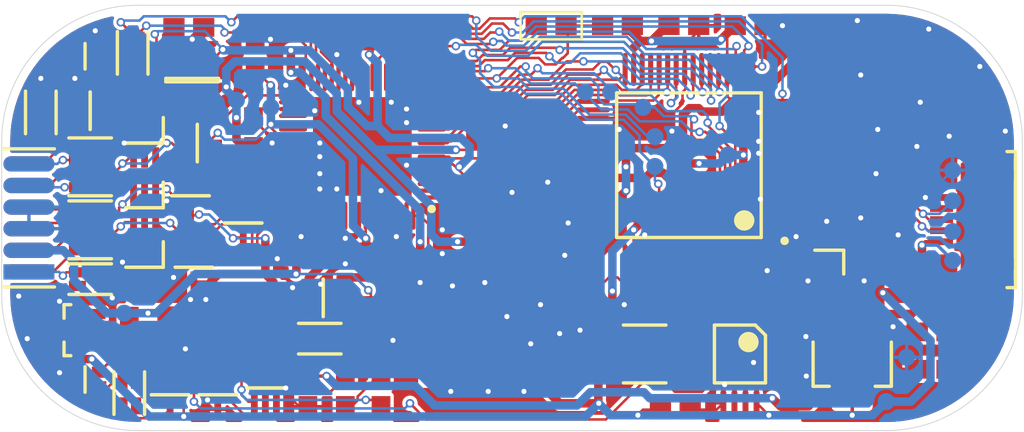
<source format=kicad_pcb>
(kicad_pcb (version 20240108) (generator "pcbnew") (generator_version "8.0")
  (layers (0 "F.Cu" signal "Top Layer") (31 "B.Cu" signal "Bottom Layer") (34 "B.Paste" user "Bottom Paste") (35 "F.Paste" user "Top Paste") (36 "B.SilkS" user "Bottom Overlay") (37 "F.SilkS" user "Top Overlay") (38 "B.Mask" user "Bottom Solder") (39 "F.Mask" user "Top Solder") (44 "Edge.Cuts" user))
  (net 0 "")
  (net 1 "VCC_IO")
  (net 2 "VCC")
  (net 3 "VCC_VBUS")
  (net 4 "VCC_EIO")
  (net 5 "VCC_1P8")
  (net 6 "GND")
  (net 7 "VCC_FT_CORE")
  (net 8 "/JTAG_TCK")
  (net 9 "/SER_RXD")
  (net 10 "/JTAG_TMS")
  (net 11 "/JTAG_RTCK")
  (net 12 "/SER_TXD")
  (net 13 "/JTAG_TDI")
  (net 14 "/JTAG_TDO")
  (net 15 "/JTAG_RST")
  (net 16 "/GND_DETECT")
  (net 17 "/USB_DP")
  (net 18 "/USB_DM")
  (net 19 "Net-(U_LDO_V1P8-BYP)")
  (net 20 "Net-(D_JTAG_1-PadA2)")
  (net 22 "Net-(D_JTAG_2-PadA2)")
  (net 23 "Net-(D_JTAG_2-PadA1)")
  (net 24 "Net-(D_JTAG_3-PadA1)")
  (net 25 "Net-(D_JTAG_3-PadA2)")
  (net 26 "Net-(D_JTAG_4-PadA1)")
  (net 27 "Net-(D_JTAG_4-PadA2)")
  (net 28 "Net-(D_JTAG_5-PadA1)")
  (net 29 "Net-(D_JTAG_5-PadA2)")
  (net 30 "/EPRG_FT_TCK")
  (net 31 "/EPRG_TCK")
  (net 32 "/EPRG_TDI")
  (net 33 "/EPRG_TDO")
  (net 34 "/EPRG_TMS")
  (net 35 "/FT_JTAG_EN_N")
  (net 36 "/LED_NO_TGT")
  (net 37 "/LED_ACT")
  (net 38 "/FT_SER_LED")
  (net 42 "/FT_SER_TXD")
  (net 43 "/FT_GPIO_L1")
  (net 44 "/FT_GPIO_H6")
  (net 45 "/FT_GPIO_H1")
  (net 46 "/FT_GPIO_L0")
  (net 47 "/FT_JTAG_TDO")
  (net 48 "/FT_JTAG_TCK")
  (net 49 "/FT_GPIO_H5")
  (net 50 "/FT_GPIO_H7")
  (net 51 "/FT_GPIO_H4")
  (net 52 "/FT_GPIO_H2")
  (net 53 "/FT_GPIO_H0")
  (net 54 "/FT_JTAG_TDI")
  (net 55 "/FT_GPIO_L2")
  (net 56 "/FT_JTAG_TMS")
  (net 57 "/FT_SER_RXD")
  (net 58 "/FT_GPIO_H3")
  (net 59 "/FT_JTAG_RTCK")
  (net 60 "Net-(CONN_USB1-PadSHELL)")
  (net 62 "Net-(U_FTDI1-OSCI)")
  (net 63 "Net-(U_FTDI1-OSCO)")
  (net 64 "Net-(U_FTDI1-VPHY)")
  (net 65 "Net-(U_FTDI1-VPLL)")
  (net 66 "Net-(C_OUT_LDO_VCC1-Pad2)")
  (net 67 "Net-(U_OPAMP1-Vout)")
  (net 68 "Net-(C_VEIO_CMP1-Pad1)")
  (net 69 "Net-(U_OPAMP1-+)")
  (net 70 "Net-(LED_FN1-PadA2)")
  (net 71 "Net-(LED_FN1-PadA1)")
  (net 72 "Net-(LED_PWR1-PadA2)")
  (net 73 "Net-(LED_PWR1-PadA1)")
  (net 74 "Net-(Q_LDO1-PadB)")
  (net 75 "Net-(Q_OV1-PadB)")
  (net 76 "Net-(Q_PWR_LED1-PadD)")
  (net 77 "Net-(Q_TPWR1-PadE)")
  (net 78 "Net-(Q_TPWR1-PadB)")
  (net 79 "Net-(U_FTDI1-REF)")
  (net 80 "Net-(U_FTDI1-RESET#)")
  (net 81 "Net-(U_EEPROM1-D_IN)")
  (net 82 "Net-(U_EEPROM1-SCLK)")
  (net 83 "Net-(U_EEPROM1-CS_N)")
  (net 85 "Net-(U_EEPROM1-D_OUT)")
  (net 86 "Net-(U_OPAMP1--)")
  (footprint "jtag_2232h:M1608" (layer "F.Cu") (at 147.3011 100.5036)
    (property "Reference" "C_EPLD_V1P8_2" (hide yes))
    (property "Value" "1uF")
  )
  (footprint "jtag_2232h:M1608" (layer "F.Cu") (at 140.8011 115.2286 -90)
    (property "Reference" "C_VEIO_CMP1" (hide yes))
    (property "Value" "100pF")
  )
  (footprint "jtag_2232h:SOT65P210X110_3N_FET_GSD" (layer "F.Cu") (at 128.4011 115.4036 -90)
    (property "Reference" "Q_PWR_LED1" (hide yes))
    (property "Value" "MOSFET_P")
  )
  (footprint "jtag_2232h:M1608" (layer "F.Cu") (at 168.1011 102.0036 180)
    (property "Reference" "R_FT_REF1" (hide yes))
    (property "Value" "12kOhm")
  )
  (footprint "jtag_2232h:SOT65P210X110_6N" (layer "F.Cu") (at 126.9011 104.4036 -90)
    (property "Reference" "TVS_JTAG_2" (hide yes))
    (property "Value" "ESD5V0S4US")
  )
  (footprint "jtag_2232h:M1608" (layer "F.Cu") (at 171.2011 108.5036 -90)
    (property "Reference" "R_FT_PHY1" (hide yes))
    (property "Value" "0Ohm")
  )
  (footprint "jtag_2232h:M1608" (layer "F.Cu") (at 168.1011 95.4036)
    (property "Reference" "R_FT_RESET1" (hide yes))
    (property "Value" "1kOhm")
  )
  (footprint "jtag_2232h:M1608" (layer "F.Cu") (at 150.7011 101.0036 -90)
    (property "Reference" "C_FT_CORE_2" (hide yes))
    (property "Value" "1uF")
  )
  (footprint "jtag_2232h:M1608" (layer "F.Cu") (at 133.3011 100.0036 90)
    (property "Reference" "C_EPLD_V1P8_1" (hide yes))
    (property "Value" "1uF")
  )
  (footprint "jtag_2232h:SOT65P210X110_3N_2DIODE_CC" (layer "F.Cu") (at 130.0011 100.6036)
    (property "Reference" "D_JTAG_2" (hide yes))
    (property "Value" "DIODE_2_CC")
  )
  (footprint "jtag_2232h:M1608" (layer "F.Cu") (at 133.6011 111.6036)
    (property "Reference" "R_VEIO_FB1" (hide yes))
    (property "Value" "49.9kOhm")
  )
  (footprint "jtag_2232h:RCP_1P27_2X6_EDGE" (layer "F.Cu") (at 120.1011 105.0036 90)
    (property "Reference" "CONN_JTAG1" (hide yes))
    (property "Value" "HDR_2x6")
  )
  (footprint "jtag_2232h:M1608" (layer "F.Cu") (at 168.1011 109.6036)
    (property "Reference" "C_FT_OSC_IN1" (hide yes))
    (property "Value" "4pF")
  )
  (footprint "jtag_2232h:M1608" (layer "F.Cu") (at 128.2011 111.7036 90)
    (property "Reference" "R_PWR_LED_PULL1" (hide yes))
    (property "Value" "10kOhm")
  )
  (footprint "jtag_2232h:M1608" (layer "F.Cu") (at 152.7011 113.7036)
    (property "Reference" "R_SER_LED_PULL1" (hide yes))
    (property "Value" "10kOhm")
  )
  (footprint "jtag_2232h:M1608x4" (layer "F.Cu") (at 123.7011 102.0036 -90)
    (property "Reference" "R_JTAG_1" (hide yes))
    (property "Value" "180Ohm")
  )
  (footprint "jtag_2232h:M1608" (layer "F.Cu") (at 168.1011 97.6036)
    (property "Reference" "C_FT_CORE_1" (hide yes))
    (property "Value" "1uF")
  )
  (footprint "jtag_2232h:M1608" (layer "F.Cu") (at 147.3011 106.5036 180)
    (property "Reference" "R_FT_LDO1" (hide yes))
    (property "Value" "0Ohm")
  )
  (footprint "jtag_2232h:M1608" (layer "F.Cu") (at 164.8011 111.1036 -90)
    (property "Reference" "C_FT_CORE_3" (hide yes))
    (property "Value" "1uF")
  )
  (footprint "jtag_2232h:SOT65P210X110_3N_BJT_BEC" (layer "F.Cu") (at 131.2011 115.4036 -90)
    (property "Reference" "Q_OV1" (hide yes))
    (property "Value" "BJT_PNP")
  )
  (footprint "jtag_2232h:M1608x2" (layer "F.Cu") (at 126.2011 95.3036 180)
    (property "Reference" "R_LED_FN1" (hide yes))
    (property "Value" "330Ohm")
  )
  (footprint "jtag_2232h:MC_logo_micro" (layer "F.Cu") (at 145.5011 112.4036)
    (property "Reference" "LOGO1" (hide yes))
    (property "Value" "~" (hide yes))
  )
  (footprint "jtag_2232h:LEDX2_150X160X55" (layer "F.Cu") (at 123.5011 95.5036 -90)
    (property "Reference" "LED_FN1" (hide yes))
    (property "Value" "LED_2")
  )
  (footprint "jtag_2232h:M1608" (layer "F.Cu") (at 164.8011 115.2036 90)
    (property "Reference" "C_IN_LDO_VCC1" (hide yes))
    (property "Value" "2.2uF")
  )
  (footprint "jtag_2232h:LEDX2_150X160X55" (layer "F.Cu") (at 123.5011 114.5036 -90)
    (property "Reference" "LED_PWR1" (hide yes))
    (property "Value" "LED_2")
  )
  (footprint "jtag_2232h:SOT65P210X110_3N_2DIODE_CC" (layer "F.Cu") (at 129.6011 103.7036 -90)
    (property "Reference" "D_JTAG_3" (hide yes))
    (property "Value" "DIODE_2_CC")
  )
  (footprint "jtag_2232h:M1608" (layer "F.Cu") (at 158.9011 113.2036 -90)
    (property "Reference" "R_SPI_DO1" (hide yes))
    (property "Value" "2.2kOhm")
  )
  (footprint "jtag_2232h:M1608x2" (layer "F.Cu") (at 123.7011 108.6036 -90)
    (property "Reference" "R_JTAG_3" (hide yes))
    (property "Value" "180Ohm")
  )
  (footprint "jtag_2232h:M1608" (layer "F.Cu") (at 138.7011 115.2286 -90)
    (property "Reference" "R_VEIO_CMP1" (hide yes))
    (property "Value" "56kOhm")
  )
  (footprint "jtag_2232h:M1608" (layer "F.Cu") (at 136.7011 107.1036)
    (property "Reference" "R_EIO_BYPASS1" (hide yes))
    (property "Value" "0Ohm")
  )
  (footprint "jtag_2232h:TSQFP40P900X900X120_HS_64N" (layer "F.Cu") (at 139.7011 100.8036 180)
    (property "Reference" "U_EPLD1" (hide yes))
    (property "Value" "5M40Z")
  )
  (footprint "jtag_2232h:SOT65P210X110_3N_BJT_BEC" (layer "F.Cu") (at 137.4011 109.7036 180)
    (property "Reference" "Q_LDO1" (hide yes))
    (property "Value" "BJT_PNP")
  )
  (footprint "jtag_2232h:M1608" (layer "F.Cu") (at 130.4011 111.7036 90)
    (property "Reference" "C_VEIO_OUT1" (hide yes))
    (property "Value" "10uF")
  )
  (footprint "jtag_2232h:M1608" (layer "F.Cu") (at 129.5011 93.8036 180)
    (property "Reference" "C_BYP_LDO_V1P8" (hide yes))
    (property "Value" "22nF")
  )
  (footprint "jtag_2232h:M1608" (layer "F.Cu") (at 126.0011 111.7286 -90)
    (property "Reference" "R_TPWR1" (hide yes))
    (property "Value" "1kOhm")
  )
  (footprint "jtag_2232h:M1608" (layer "F.Cu") (at 140.8011 107.0036)
    (property "Reference" "C_EPLD_VEIO_2" (hide yes))
    (property "Value" "100nF")
  )
  (footprint "jtag_2232h:SOT65P210X110_6N" (layer "F.Cu") (at 126.9011 107.9036 -90)
    (property "Reference" "TVS_JTAG_3" (hide yes))
    (property "Value" "ESD5V0S4US")
  )
  (footprint "jtag_2232h:SOT65P210X110_5N" (layer "F.Cu") (at 134.0011 115.0036 90)
    (property "Reference" "U_OPAMP1" (hide yes))
    (property "Value" "MCP6001")
  )
  (footprint "jtag_2232h:XTAL_4P_3P2x2P5" (layer "F.Cu") (at 168.1011 106.9036)
    (property "Reference" "Y_FTDI1" (hide yes))
    (property "Value" "XTAL_4P")
  )
  (footprint "jtag_2232h:M1608x4" (layer "F.Cu") (at 123.7011 105.7036 -90)
    (property "Reference" "R_JTAG_2" (hide yes))
    (property "Value" "180Ohm")
  )
  (footprint "jtag_2232h:MICRO_USB_B" (layer "F.Cu") (at 176.0011 105.1036 180)
    (property "Reference" "CONN_USB1" (hide yes))
    (property "Value" "")
  )
  (footprint "jtag_2232h:TSSOP8" (layer "F.Cu") (at 161.9011 113.0036 -90)
    (property "Reference" "U_EEPROM1" (hide yes))
    (property "Value" "SPI_EEPROM")
  )
  (footprint "jtag_2232h:M1608x4" (layer "F.Cu") (at 156.30111 113.0036 -90)
    (property "Reference" "R_SPI1" (hide yes))
    (property "Value" "10kOhm")
  )
  (footprint "jtag_2232h:TSQFP50P1200X1200X120_64M" (layer "F.Cu") (at 158.9011 101.9036 180)
    (property "Reference" "U_FTDI1" (hide yes))
    (property "Value" "FT2232H")
  )
  (footprint "jtag_2232h:M1608" (layer "F.Cu") (at 171.2011 104.0036 -90)
    (property "Reference" "C_FT_PHY1" (hide yes))
    (property "Value" "3.3uF")
  )
  (footprint "jtag_2232h:M1608" (layer "F.Cu") (at 158.1011 116.3036)
    (property "Reference" "C_EEPROM_VCC1" (hide yes))
    (property "Value" "1uF")
  )
  (footprint "jtag_2232h:SOT65P210X110_3N_2DIODE_CC" (layer "F.Cu") (at 129.8011 107.9036 -90)
    (property "Reference" "D_JTAG_5" (hide yes))
    (property "Value" "DIODE_2_CC")
  )
  (footprint "jtag_2232h:SOT95P255X145_5N" (layer "F.Cu") (at 129.7011 96.9036 -90)
    (property "Reference" "U_LDO_V1P8" (hide yes))
    (property "Value" "LDO_SOT23")
  )
  (footprint "jtag_2232h:M1608" (layer "F.Cu") (at 172.2011 96.8036)
    (property "Reference" "R_FT_PLL1" (hide yes))
    (property "Value" "0Ohm")
  )
  (footprint "jtag_2232h:M1608" (layer "F.Cu") (at 133.4011 95.4036 90)
    (property "Reference" "C_EPLD_VEIO_1" (hide yes))
    (property "Value" "100nF")
  )
  (footprint "jtag_2232h:M1608" (layer "F.Cu") (at 173.2011 111.7036)
    (property "Reference" "R_OUT_LDO_VCC1" (hide yes))
    (property "Value" "2.2Ohm")
  )
  (footprint "jtag_2232h:M1608" (layer "F.Cu") (at 173.2011 113.9036)
    (property "Reference" "C_OUT_LDO_VCC1" (hide yes))
    (property "Value" "10uF")
  )
  (footprint "jtag_2232h:M1608x2" (layer "F.Cu") (at 120.8011 98.8036 180)
    (property "Reference" "R_GND_DETECT_PULL1" (hide yes))
    (property "Value" "47kOhm")
  )
  (footprint "jtag_2232h:M1608" (layer "F.Cu") (at 139.0011 94.6036 180)
    (property "Reference" "C_EPLD_VCC_2" (hide yes))
    (property "Value" "1uF")
  )
  (footprint "jtag_2232h:M1608" (layer "F.Cu") (at 168.1011 104.2036)
    (property "Reference" "C_FT_OSC_OUT1" (hide yes))
    (property "Value" "4pF")
  )
  (footprint "jtag_2232h:M1608" (layer "F.Cu") (at 168.1011 99.8036)
    (property "Reference" "C_FT_PLL1" (hide yes))
    (property "Value" "3.3uF")
  )
  (footprint "jtag_2232h:M1608" (layer "F.Cu") (at 150.7011 106.3036 -90)
    (property "Reference" "C_FT_VCC_1" (hide yes))
    (property "Value" "1uF")
  )
  (footprint "jtag_2232h:M1608" (layer "F.Cu") (at 158.6011 93.7036)
    (property "Reference" "C_FT_VCC_2" (hide yes))
    (property "Value" "1uF")
  )
  (footprint "jtag_2232h:M1608" (layer "F.Cu") (at 171.2011 99.9036 90)
    (property "Reference" "R_USB_GND1" (hide yes))
    (property "Value" "0Ohm")
  )
  (footprint "jtag_2232h:M1608" (layer "F.Cu") (at 136.5011 115.2286 -90)
    (property "Reference" "C_OPAMP1" (hide yes))
    (property "Value" "100nF")
  )
  (footprint "jtag_2232h:SOT65P210X110_3N_2DIODE_CC" (layer "F.Cu") (at 132.7011 105.3036 -90)
    (property "Reference" "D_JTAG_4" (hide yes))
    (property "Value" "DIODE_2_CC")
  )
  (footprint "jtag_2232h:SOT65P210X110_3N_2DIODE_CC" (layer "F.Cu") (at 123.7011 98.7036 180)
    (property "Reference" "D_JTAG_1" (hide yes))
    (property "Value" "DIODE_2_CC")
  )
  (footprint "jtag_2232h:M1608" (layer "F.Cu") (at 150.8011 93.7036)
    (property "Reference" "R_EPRG_EN1" (hide yes))
    (property "Value" "0Ohm")
  )
  (footprint "jtag_2232h:M1608" (layer "F.Cu") (at 162.5011 93.7036)
    (property "Reference" "C_FT_VCC_4" (hide yes))
    (property "Value" "1uF")
  )
  (footprint "jtag_2232h:M1608" (layer "F.Cu") (at 133.6011 109.4036)
    (property "Reference" "C_VEIO_FB1" (hide yes))
    (property "Value" "100nF")
  )
  (footprint "jtag_2232h:M1608" (layer "F.Cu") (at 154.7011 93.7036)
    (property "Reference" "R_EPRG_TCK_PULL1" (hide yes))
    (property "Value" "10kOhm")
  )
  (footprint "jtag_2232h:M1608" (layer "F.Cu") (at 147.6011 102.6036)
    (property "Reference" "C_EPLD_VCC_1" (hide yes))
    (property "Value" "1uF")
  )
  (footprint "jtag_2232h:SOT89-150P410X160-3N" (layer "F.Cu") (at 168.5011 113.6036 -90)
    (property "Reference" "U_LDO_VCC1" (hide yes))
    (property "Value" "LDO_1117")
  )
  (footprint "jtag_2232h:M1608x2" (layer "F.Cu") (at 126.0011 115.3036)
    (property "Reference" "R_LED_PWR1" (hide yes))
    (property "Value" "330Ohm")
  )
  (footprint "jtag_2232h:SOT95P237X112_3N_BJT_BEC" (layer "F.Cu") (at 122.9011 111.6036 180)
    (property "Reference" "Q_TPWR1" (hide yes))
    (property "Value" "BJT_NPN")
  )
  (footprint "jtag_2232h:M1608" (layer "F.Cu") (at 143.4011 110.2036 180)
    (property "Reference" "R_VEIO_DN1" (hide yes))
    (property "Value" "1MOhm")
  )
  (footprint "jtag_2232h:M1608" (layer "F.Cu") (at 151.9261 110.1036 180)
    (property "Reference" "C_FT_REG_OUT1" (hide yes))
    (property "Value" "3.3uF")
  )
  (footprint "jtag_2232h:M1608" (layer "F.Cu") (at 140.2011 111.1036 -90)
    (property "Reference" "R_VEIO_IN1" (hide yes))
    (property "Value" "200kOhm")
  )
  (footprint "jtag_2232h:M1608x2" (layer "F.Cu") (at 137.2011 112.1036 90)
    (property "Reference" "R_QBASE1" (hide yes))
    (property "Value" "47Ohm")
  )
  (footprint "jtag_2232h:M1608" (layer "F.Cu") (at 156.9011 110.1036 180)
    (property "Reference" "C_FT_VCC_3" (hide yes))
    (property "Value" "1uF")
  )
  (footprint "jtag_2232h:SOT65P210X110_6N" (layer "F.Cu") (at 126.9011 100.6036 -90)
    (property "Reference" "TVS_JTAG_1" (hide yes))
    (property "Value" "ESD5V0S4US")
  )
  (footprint "jtag_2232h:TEST_POINT_100" (layer "B.Cu") (at 156.9011 101.9786 90)
    (property "Reference" "EPRG_FT_TCK1" (hide yes))
    (property "Value" "Test_Point" (hide yes))
  )
  (footprint "jtag_2232h:TEST_POINT_100" (layer "B.Cu") (at 134.3261 98.5036 90)
    (property "Reference" "VEIO1" (hide yes))
    (property "Value" "Test_Point" (hide yes))
  )
  (footprint "jtag_2232h:TEST_POINT_100" (layer "B.Cu") (at 174.4011 104.0036 90)
    (property "Reference" "UDN1" (hide yes))
    (property "Value" "Test_Point" (hide yes))
  )
  (footprint "jtag_2232h:TEST_POINT_100" (layer "B.Cu") (at 154.3011 97.6036 90)
    (property "Reference" "EPRG_TMS1" (hide yes))
    (property "Value" "Test_Point" (hide yes))
  )
  (footprint "jtag_2232h:TEST_POINT_100" (layer "B.Cu") (at 170.5011 115.8036 90)
    (property "Reference" "VCC1" (hide yes))
    (property "Value" "Test_Point" (hide yes))
  )
  (footprint "jtag_2232h:TEST_POINT_100" (layer "B.Cu") (at 171.7011 113.2036 90)
    (property "Reference" "GND1" (hide yes))
    (property "Value" "Test_Point" (hide yes))
  )
  (footprint "jtag_2232h:TEST_POINT_100" (layer "B.Cu") (at 132.3011 98.08437 90)
    (property "Reference" "V1P8" (hide yes))
    (property "Value" "Test_Point" (hide yes))
  )
  (footprint "jtag_2232h:TEST_POINT_100" (layer "B.Cu") (at 174.4011 102.2036 90)
    (property "Reference" "UGND1" (hide yes))
    (property "Value" "Test_Point" (hide yes))
  )
  (footprint "jtag_2232h:TEST_POINT_100" (layer "B.Cu") (at 161.2011 101.3036 90)
    (property "Reference" "VCORE1" (hide yes))
    (property "Value" "Test_Point" (hide yes))
  )
  (footprint "jtag_2232h:TEST_POINT_100" (layer "B.Cu") (at 156.9011 100.2286 90)
    (property "Reference" "EPRG_TCK1" (hide yes))
    (property "Value" "Test_Point" (hide yes))
  )
  (footprint "jtag_2232h:TEST_POINT_100" (layer "B.Cu") (at 174.4011 105.8036 90)
    (property "Reference" "UDM1" (hide yes))
    (property "Value" "Test_Point" (hide yes))
  )
  (footprint "jtag_2232h:TEST_POINT_100" (layer "B.Cu") (at 152.8011 97.6036 90)
    (property "Reference" "EPRG_TDO1" (hide yes))
    (property "Value" "Test_Point" (hide yes))
  )
  (footprint "jtag_2232h:TEST_POINT_100" (layer "B.Cu") (at 156.2011 98.5036 90)
    (property "Reference" "EPRG_TDI1" (hide yes))
    (property "Value" "Test_Point" (hide yes))
  )
  (footprint "jtag_2232h:TEST_POINT_100" (layer "B.Cu") (at 174.4011 107.5036 90)
    (property "Reference" "VBUS1" (hide yes))
    (property "Value" "Test_Point" (hide yes))
  )
  (footprint "jtag_2232h:TEST_POINT_100" (layer "B.Cu") (at 125.7011 110.6036 90)
    (property "Reference" "VIIO1" (hide yes))
    (property "Value" "Test_Point" (hide yes))
  )
  (gr_line (start 149.0011 94.5036) (end 149.0011 92.9036) (stroke (width 0.15)) (layer "F.SilkS"))
  (gr_line (start 152.6011 94.5036) (end 152.6011 92.9036) (stroke (width 0.15)) (layer "F.SilkS"))
  (gr_line (start 149.0011 92.9036) (end 152.6011 92.9036) (stroke (width 0.15)) (layer "F.SilkS"))
  (gr_line (start 149.0011 94.5036) (end 152.6011 94.5036) (stroke (width 0.15)) (layer "F.SilkS"))
  (gr_line (start 178.5011 100.5036) (end 178.5011 109.5036) (stroke (width 0.05)) (layer "Edge.Cuts"))
  (gr_arc (start 170.5011 92.5036) (mid 176.157954 94.846746) (end 178.5011 100.5036) (stroke (width 0.05)) (layer "Edge.Cuts"))
  (gr_arc (start 178.5011 109.5036) (mid 176.157954 115.160454) (end 170.5011 117.5036) (stroke (width 0.05)) (layer "Edge.Cuts"))
  (gr_arc (start 118.5011 100.5036) (mid 120.844246 94.846746) (end 126.5011 92.5036) (stroke (width 0.05)) (layer "Edge.Cuts"))
  (gr_arc (start 126.5011 117.5036) (mid 120.844246 115.160454) (end 118.5011 109.5036) (stroke (width 0.05)) (layer "Edge.Cuts"))
  (gr_line (start 118.5011 109.5036) (end 118.5011 100.5036) (stroke (width 0.05)) (layer "Edge.Cuts"))
  (gr_line (start 126.5011 92.5036) (end 170.5011 92.5036) (stroke (width 0.05)) (layer "Edge.Cuts"))
  (gr_line (start 170.5011 117.5036) (end 126.5011 117.5036) (stroke (width 0.05)) (layer "Edge.Cuts"))
  (gr_text "(c) 2015" (at 143.0011 114.5036 0) (layer "F.Cu") (effects (font (size 0.85 0.7)) (justify left bottom)))
  (segment (start 142.5011 110.2286) (end 142.5261 110.2036) (width 0.15) (layer "F.Cu") (net 1))
  (segment (start 126.0011 110.8286) (end 126.2261 110.6036) (width 0.15) (layer "F.Cu") (net 1))
  (segment (start 140.2011 110.2286) (end 140.2011 109.4036) (width 0.15) (layer "F.Cu") (net 1))
  (segment (start 126.2261 110.6036) (end 127.1011 110.6036) (width 0.15) (layer "F.Cu") (net 1))
  (segment (start 140.0511 109.2536) (end 140.2011 109.4036) (width 0.15) (layer "F.Cu") (net 1))
  (segment (start 135.8261 108.2786) (end 135.8261 107.1036) (width 0.5) (layer "F.Cu") (net 1))
  (segment (start 135.8011 108.3036) (end 135.8261 108.2786) (width 0.15) (layer "F.Cu") (net 1))
  (segment (start 140.2011 110.2286) (end 142.5011 110.2286) (width 0.15) (layer "F.Cu") (net 1))
  (via (at 127.1011 110.6036) (size 0.5) (drill 0.3) (layers "F.Cu" "B.Cu") (net 1))
  (via (at 135.8011 108.3036) (size 0.5) (drill 0.3) (layers "F.Cu" "B.Cu") (net 1))
  (via (at 140.0511 109.2536) (size 0.5) (drill 0.3) (layers "F.Cu" "B.Cu") (net 1))
  (segment (start 135.8011 108.3036) (end 139.1011 108.3036) (width 0.15) (layer "B.Cu") (net 1))
  (segment (start 120.1011 106.9086) (end 122.1061 106.9086) (width 0.5) (layer "B.Cu") (net 1))
  (segment (start 139.1011 108.3036) (end 140.0511 109.2536) (width 0.15) (layer "B.Cu") (net 1))
  (segment (start 124.68184 110.6036) (end 127.1011 110.6036) (width 0.5) (layer "B.Cu") (net 1))
  (segment (start 129.9011 108.3036) (end 135.8011 108.3036) (width 0.5) (layer "B.Cu") (net 1))
  (segment (start 122.75109 108.67286) (end 124.68184 110.6036) (width 0.5) (layer "B.Cu") (net 1))
  (segment (start 122.1061 106.9086) (end 122.75109 107.55359) (width 0.5) (layer "B.Cu") (net 1))
  (segment (start 122.75109 108.67286) (end 122.75109 107.55359) (width 0.5) (layer "B.Cu") (net 1))
  (segment (start 127.1011 110.6036) (end 127.6011 110.6036) (width 0.5) (layer "B.Cu") (net 1))
  (segment (start 127.6011 110.6036) (end 129.9011 108.3036) (width 0.5) (layer "B.Cu") (net 1))
  (segment (start 139.8761 94.3036) (end 140.3011 94.7286) (width 0.15) (layer "F.Cu") (net 2))
  (segment (start 156.7011 94.6036) (end 157.6011 93.7036) (width 0.5) (layer "F.Cu") (net 2))
  (segment (start 156.3511 102.6536) (end 156.6511 102.3536) (width 0.5) (layer "F.Cu") (net 2))
  (segment (start 129.0011 97.0036) (end 130.5011 97.0036) (width 0.15) (layer "F.Cu") (net 2))
  (segment (start 155.5761 94.1286) (end 156.0511 94.6036) (width 0.5) (layer "F.Cu") (net 2))
  (segment (start 170.3011 109.4036) (end 170.3261 109.3786) (width 0.5) (layer "F.Cu") (net 2))
  (segment (start 160.2511 102.2536) (end 160.2511 101.4536) (width 0.5) (layer "F.Cu") (net 2))
  (segment (start 143.1011 107.6036) (end 143.6011 108.1036) (width 0.5) (layer "F.Cu") (net 2))
  (segment (start 127.7511 114.5536) (end 127.7511 113.65715) (width 0.15) (layer "F.Cu") (net 2))
  (segment (start 168.9761 95.4036) (end 171.6761 95.4036) (width 0.5) (layer "F.Cu") (net 2))
  (segment (start 138.2511 109.0536) (end 138.2511 108.6786) (width 0.15) (layer "F.Cu") (net 2))
  (segment (start 127.7511 114.5536) (end 127.8193 114.5536) (width 0.15) (layer "F.Cu") (net 2))
  (segment (start 158.55102 100.35352) (end 159.09537 100.89787) (width 0.5) (layer "F.Cu") (net 2))
  (segment (start 160.85106 98.75364) (end 161.4511 98.1536) (width 0.5) (layer "F.Cu") (net 2))
  (segment (start 161.5761 114.9786) (end 161.7011 114.8536) (width 0.15) (layer "F.Cu") (net 2))
  (segment (start 121.2011 98.0536) (end 121.2011 97.7036) (width 0.15) (layer "F.Cu") (net 2))
  (segment (start 138.4261 108.5036) (end 142.2011 108.5036) (width 0.5) (layer "F.Cu") (net 2))
  (segment (start 151.3011 115.9036) (end 153.6011 115.9036) (width 0.5) (layer "F.Cu") (net 2))
  (segment (start 161.1511 96.2786) (end 161.17602 96.30351) (width 0.15) (layer "F.Cu") (net 2))
  (segment (start 159.62034 102.88436) (end 160.2511 102.2536) (width 0.5) (layer "F.Cu") (net 2))
  (segment (start 140.1011 95.4036) (end 140.3011 95.4036) (width 0.15) (layer "F.Cu") (net 2))
  (segment (start 122.0011 112.8036) (end 122.5011 113.3036) (width 0.5) (layer "F.Cu") (net 2))
  (segment (start 128.7511 96.7536) (end 128.7511 95.8286) (width 0.15) (layer "F.Cu") (net 2))
  (segment (start 143.1011 107.6036) (end 143.1011 106.4036) (width 0.5) (layer "F.Cu") (net 2))
  (segment (start 171.6761 95.4036) (end 173.0761 96.8036) (width 0.5) (layer "F.Cu") (net 2))
  (segment (start 168.5011 116.6036) (end 168.5011 116.60359) (width 0.2) (layer "F.Cu") (net 2))
  (segment (start 150.7011 105.4286) (end 150.7011 104.32388) (width 0.15) (layer "F.Cu") (net 2))
  (segment (start 158.6511 106.0036) (end 158.6511 102.93436) (width 0.5) (layer "F.Cu") (net 2))
  (segment (start 121.2011 98.0536) (end 121.8511 98.7036) (width 0.15) (layer "F.Cu") (net 2))
  (segment (start 155.9011 116.6036) (end 156.2011 116.3036) (width 0.2) (layer "F.Cu") (net 2))
  (segment (start 154.7011 114.0036) (end 154.9011 114.2036) (width 0.15) (layer "F.Cu") (net 2))
  (segment (start 161.4511 98.1536) (end 162.7511 98.1536) (width 0.5) (layer "F.Cu") (net 2))
  (segment (start 148.9011 110.3036) (end 150.5011 111.9036) (width 0.5) (layer "F.Cu") (net 2))
  (segment (start 157.9011 102.88436) (end 158.7011 102.88436) (width 0.5) (layer "F.Cu") (net 2))
  (segment (start 158.55102 100.35352) (end 158.55102 98.93439) (width 0.5) (layer "F.Cu") (net 2))
  (segment (start 127.4011 113.30715) (end 127.4011 111.6286) (width 0.15) (layer "F.Cu") (net 2))
  (segment (start 144.69903 101.8036) (end 144.74906 101.85363) (width 0.15) (layer "F.Cu") (net 2))
  (segment (start 126.9011 97.3036) (end 127.6011 96.6036) (width 0.15) (layer "F.Cu") (net 2))
  (segment (start 165.3011 95.6036) (end 165.3011 94.7036) (width 0.5) (layer "F.Cu") (net 2))
  (segment (start 168.5011 116.60359) (end 168.5011 114.3036) (width 0.2) (layer "F.Cu") (net 2))
  (segment (start 147.6511 107.7536) (end 148.9011 109.0036) (width 0.5) (layer "F.Cu") (net 2))
  (segment (start 171.9261 114.3036) (end 172.3261 113.9036) (width 0.2) (layer "F.Cu") (net 2))
  (segment (start 154.7011 113.4036) (end 154.7011 112.6036) (width 0.15) (layer "F.Cu") (net 2))
  (segment (start 129.2011 116.6786) (end 129.2011 115.9354) (width 0.15) (layer "F.Cu") (net 2))
  (segment (start 158.55102 98.93439) (end 158.93178 98.55364) (width 0.5) (layer "F.Cu") (net 2))
  (segment (start 154.7011 114.0036) (end 154.7011 113.7036) (width 0.15) (layer "F.Cu") (net 2))
  (segment (start 167.7761 94.2036) (end 168.9761 95.4036) (width 0.5) (layer "F.Cu") (net 2))
  (segment (start 130.9761 95.6286) (end 131.5011 95.1036) (width 0.15) (layer "F.Cu") (net 2))
  (segment (start 150.5011 115.1036) (end 151.3011 115.9036) (width 0.5) (layer "F.Cu") (net 2))
  (segment (start 162.8761 115.8786) (end 163.6011 116.6036) (width 0.15) (layer "F.Cu") (net 2))
  (segment (start 161.17602 97.87852) (end 161.17602 96.30351) (width 0.15) (layer "F.Cu") (net 2))
  (segment (start 155.6511 107.5286) (end 155.6511 105.7036) (width 0.15) (layer "F.Cu") (net 2))
  (segment (start 170.3261 109.3786) (end 171.2011 109.3786) (width 0.5) (layer "F.Cu") (net 2))
  (segment (start 154.9011 111.8036) (end 155.55111 111.8036) (width 0.15) (layer "F.Cu") (net 2))
  (segment (start 127.4011 111.6286) (end 128.2011 110.8286) (width 0.15) (layer "F.Cu") (net 2))
  (segment (start 158.7011 102.88436) (end 159.62034 102.88436) (width 0.5) (layer "F.Cu") (net 2))
  (segment (start 143.7761 101.8036) (end 144.69903 101.8036) (width 0.15) (layer "F.Cu") (net 2))
  (segment (start 154.7011 113.7036) (end 154.7011 113.4036) (width 0.15) (layer "F.Cu") (net 2))
  (segment (start 152.37137 102.6536) (end 153.2761 102.6536) (width 0.15) (layer "F.Cu") (net 2))
  (segment (start 160.8011 94.5036) (end 161.6011 93.7036) (width 0.5) (layer "F.Cu") (net 2))
  (segment (start 161.17602 97.87852) (end 161.4511 98.1536) (width 0.15) (layer "F.Cu") (net 2))
  (segment (start 135.5011 96.4536) (end 135.5011 95.1536) (width 0.5) (layer "F.Cu") (net 2))
  (segment (start 137.3011 111.0536) (end 137.9511 111.7036) (width 0.15) (layer "F.Cu") (net 2))
  (segment (start 158.1011 110.1036) (end 158.6511 109.5536) (width 0.15) (layer "F.Cu") (net 2))
  (segment (start 137.3011 110.10715) (end 138.2511 109.15715) (width 0.15) (layer "F.Cu") (net 2))
  (segment (start 145.14882 101.9661) (end 146.1011 102.91838) (width 0.15) (layer "F.Cu") (net 2))
  (segment (start 168.5011 114.3036) (end 171.9261 114.3036) (width 0.2) (layer "F.Cu") (net 2))
  (segment (start 150.5011 115.1036) (end 150.5011 111.9036) (width 0.5) (layer "F.Cu") (net 2))
  (segment (start 138.2511 108.6786) (end 138.4261 108.5036) (width 0.15) (layer "F.Cu") (net 2))
  (segment (start 162.8761 115.8786) (end 162.8761 114.9786) (width 0.15) (layer "F.Cu") (net 2))
  (segment (start 121.2011 97.7036) (end 121.6011 97.3036) (width 0.15) (layer "F.Cu") (net 2))
  (segment (start 154.7011 113.4036) (end 155.55111 113.4036) (width 0.15) (layer "F.Cu") (net 2))
  (segment (start 153.5761 113.7036) (end 154.7011 113.7036) (width 0.15) (layer "F.Cu") (net 2))
  (segment (start 155.6511 95.0036) (end 156.0511 94.6036) (width 0.5) (layer "F.Cu") (net 2))
  (segment (start 168.5011 114.3036) (end 168.5011 111.8036) (width 0.15) (layer "F.Cu") (net 2))
  (segment (start 155.5761 94.1286) (end 155.5761 93.7036) (width 0.5) (layer "F.Cu") (net 2))
  (segment (start 153.6011 112.0036) (end 154.4011 111.2036) (width 0.5) (layer "F.Cu") (net 2))
  (segment (start 138.2511 109.15715) (end 138.2511 109.0536) (width 0.15) (layer "F.Cu") (net 2))
  (segment (start 165.8011 94.2036) (end 167.7761 94.2036) (width 0.5) (layer "F.Cu") (net 2))
  (segment (start 140.3011 95.4036) (end 140.3011 94.7286) (width 0.15) (layer "F.Cu") (net 2))
  (segment (start 161.5761 115.8786) (end 161.5761 114.9786) (width 0.15) (layer "F.Cu") (net 2))
  (segment (start 155.9011 105.45361) (end 155.9011 102.6536) (width 0.5) (layer "F.Cu") (net 2))
  (segment (start 130.7011 96.8036) (end 130.7011 95.8786) (width 0.15) (layer "F.Cu") (net 2))
  (segment (start 130.6511 95.8286) (end 130.6511 95.6286) (width 0.15) (layer "F.Cu") (net 2))
  (segment (start 154.7011 112.6036) (end 154.7011 112.0036) (width 0.15) (layer "F.Cu") (net 2))
  (segment (start 157.37034 102.3536) (end 157.9011 102.88436) (width 0.5) (layer "F.Cu") (net 2))
  (segment (start 122.5011 113.3036) (end 123.8011 113.3036) (width 0.5) (layer "F.Cu") (net 2))
  (segment (start 150.7011 104.32388) (end 152.37137 102.6536) (width 0.15) (layer "F.Cu") (net 2))
  (segment (start 137.3011 111.0536) (end 137.3011 110.10715) (width 0.15) (layer "F.Cu") (net 2))
  (segment (start 127.6011 96.6036) (end 127.6011 94.2036) (width 0.15) (layer "F.Cu") (net 2))
  (segment (start 159.47026 98.55364) (end 159.67026 98.75364) (width 0.5) (layer "F.Cu") (net 2))
  (segment (start 165.3011 94.7036) (end 165.8011 94.2036) (width 0.5) (layer "F.Cu") (net 2))
  (segment (start 155.6511 96.2786) (end 155.6511 95.0036) (width 0.15) (layer "F.Cu") (net 2))
  (segment (start 158.6511 102.93436) (end 158.7011 102.88436) (width 0.5) (layer "F.Cu") (net 2))
  (segment (start 162.7511 114.8536) (end 162.8761 114.9786) (width 0.15) (layer "F.Cu") (net 2))
  (segment (start 148.9011 110.3036) (end 148.9011 109.0036) (width 0.5) (layer "F.Cu") (net 2))
  (segment (start 158.93178 98.55364) (end 159.47026 98.55364) (width 0.5) (layer "F.Cu") (net 2))
  (segment (start 153.6011 113.6786) (end 153.6011 112.0036) (width 0.5) (layer "F.Cu") (net 2))
  (segment (start 122.0011 112.8036) (end 122.0011 111.6036) (width 0.5) (layer "F.Cu") (net 2))
  (segment (start 157.7761 110.1036) (end 158.1011 110.1036) (width 0.15) (layer "F.Cu") (net 2))
  (segment (start 121.6011 97.3036) (end 126.9011 97.3036) (width 0.15) (layer "F.Cu") (net 2))
  (segment (start 127.5011 94.2036) (end 127.6011 94.2036) (width 0.15) (layer "F.Cu") (net 2))
  (segment (start 162.7511 98.1536) (end 165.3011 95.6036) (width 0.5) (layer "F.Cu") (net 2))
  (segment (start 128.7511 96.7536) (end 129.0011 97.0036) (width 0.15) (layer "F.Cu") (net 2))
  (segment (start 157.6011 93.7036) (end 157.7261 93.7036) (width 0.5) (layer "F.Cu") (net 2))
  (segment (start 154.4011 111.2036) (end 154.4011 109.3036) (width 0.5) (layer "F.Cu") (net 2))
  (segment (start 161.1511 96.2786) (end 161.1511 94.1786) (width 0.15) (layer "F.Cu") (net 2))
  (segment (start 156.0511 94.6036) (end 156.7011 94.6036) (width 0.5) (layer "F.Cu") (net 2))
  (segment (start 130.6511 95.6286) (end 130.9761 95.6286) (width 0.15) (layer "F.Cu") (net 2))
  (segment (start 156.2011 116.3036) (end 157.2261 116.3036) (width 0.2) (layer "F.Cu") (net 2))
  (segment (start 159.09537 100.89787) (end 159.69537 100.89787) (width 0.5) (layer "F.Cu") (net 2))
  (segment (start 154.7011 112.6036) (end 155.55111 112.6036) (width 0.15) (layer "F.Cu") (net 2))
  (segment (start 156.6511 102.3536) (end 157.37034 102.3536) (width 0.5) (layer "F.Cu") (net 2))
  (segment (start 161.7011 114.8536) (end 162.7511 114.8536) (width 0.15) (layer "F.Cu") (net 2))
  (segment (start 153.5761 113.7036) (end 153.6011 113.6786) (width 0.5) (layer "F.Cu") (net 2))
  (segment (start 154.7011 112.0036) (end 154.9011 111.8036) (width 0.15) (layer "F.Cu") (net 2))
  (segment (start 130.5011 97.0036) (end 130.7011 96.8036) (width 0.15) (layer "F.Cu") (net 2))
  (segment (start 154.9011 114.2036) (end 155.55111 114.2036) (width 0.15) (layer "F.Cu") (net 2))
  (segment (start 159.69537 100.89787) (end 160.2511 101.4536) (width 0.5) (layer "F.Cu") (net 2))
  (segment (start 145.8511 107.7536) (end 147.6511 107.7536) (width 0.5) (layer "F.Cu") (net 2))
  (segment (start 155.9011 102.6536) (end 156.3511 102.6536) (width 0.5) (layer "F.Cu") (net 2))
  (segment (start 127.8193 114.5536) (end 129.2011 115.9354) (width 0.15) (layer "F.Cu") (net 2))
  (segment (start 140.3011 96.7286) (end 140.3011 95.4036) (width 0.15) (layer "F.Cu") (net 2))
  (segment (start 145.5011 108.1036) (end 145.8511 107.7536) (width 0.5) (layer "F.Cu") (net 2))
  (segment (start 153.5761 115.8786) (end 153.6011 115.9036) (width 0.15) (layer "F.Cu") (net 2))
  (segment (start 153.5761 115.8786) (end 153.5761 113.7036) (width 0.5) (layer "F.Cu") (net 2))
  (segment (start 145.02613 101.85363) (end 145.1386 101.9661) (width 0.15) (layer "F.Cu") (net 2))
  (segment (start 155.6511 105.7036) (end 155.9011 105.45361) (width 0.5) (layer "F.Cu") (net 2))
  (segment (start 127.4011 113.30715) (end 127.7511 113.65715) (width 0.15) (layer "F.Cu") (net 2))
  (segment (start 159.67026 98.75364) (end 160.85106 98.75364) (width 0.5) (layer "F.Cu") (net 2))
  (segment (start 144.74906 101.85363) (end 145.02613 101.85363) (width 0.15) (layer "F.Cu") (net 2))
  (segment (start 143.6011 108.1036) (end 145.5011 108.1036) (width 0.5) (layer "F.Cu") (net 2))
  (segment (start 142.2011 108.5036) (end 143.1011 107.6036) (width 0.5) (layer "F.Cu") (net 2))
  (segment (start 158.6511 109.5536) (end 158.6511 106.0036) (width 0.15) (layer "F.Cu") (net 2))
  (segment (start 153.2761 102.6536) (end 154.67935 102.6536) (width 0.15) (layer "F.Cu") (net 2))
  (segment (start 154.67935 102.6536) (end 155.9011 102.6536) (width 0.5) (layer "F.Cu") (net 2))
  (segment (start 121.8511 98.7036) (end 122.8511 98.7036) (width 0.15) (layer "F.Cu") (net 2))
  (via (at 154.4011 109.3036) (size 0.5) (drill 0.3) (layers "F.Cu" "B.Cu") (net 2))
  (via (at 153.6011 115.9036) (size 0.5) (drill 0.3) (layers "F.Cu" "B.Cu") (net 2))
  (via (at 163.6011 116.6036) (size 0.5) (drill 0.3) (layers "F.Cu" "B.Cu") (net 2))
  (via (at 155.6511 105.7036) (size 0.5) (drill 0.3) (layers "F.Cu" "B.Cu") (net 2))
  (via (at 135.5011 95.1536) (size 0.5) (drill 0.3) (layers "F.Cu" "B.Cu") (net 2))
  (via (at 129.2011 116.6786) (size 0.5) (drill 0.3) (layers "F.Cu" "B.Cu") (net 2))
  (via (at 156.7011 94.6036) (size 0.5) (drill 0.3) (layers "F.Cu" "B.Cu") (net 2))
  (via (at 170.3011 109.4036) (size 0.5) (drill 0.3) (layers "F.Cu" "B.Cu") (net 2))
  (via (at 155.9011 116.6036) (size 0.5) (drill 0.3) (layers "F.Cu" "B.Cu") (net 2))
  (via (at 143.1011 106.4036) (size 0.5) (drill 0.3) (layers "F.Cu" "B.Cu") (net 2))
  (via (at 123.8011 113.3036) (size 0.5) (drill 0.3) (layers "F.Cu" "B.Cu") (net 2))
  (via (at 168.5011 116.6036) (size 0.5) (drill 0.3) (layers "F.Cu" "B.Cu") (net 2))
  (via (at 140.1011 95.4036) (size 0.5) (drill 0.3) (layers "F.Cu" "B.Cu") (net 2))
  (via (at 131.5011 95.1036) (size 0.5) (drill 0.3) (layers "F.Cu" "B.Cu") (net 2))
  (via (at 145.40105 102.00363) (size 0.5) (drill 0.3) (layers "F.Cu" "B.Cu") (net 2))
  (via (at 160.8011 94.5036) (size 0.5) (drill 0.3) (layers "F.Cu" "B.Cu") (net 2))
  (via (at 127.5011 94.2036) (size 0.5) (drill 0.3) (layers "F.Cu" "B.Cu") (net 2))
  (via (at 135.5011 96.4536) (size 0.5) (drill 0.3) (layers "F.Cu" "B.Cu") (net 2))
  (segment (start 135.5011 95.1536) (end 136.58957 95.1536) (width 0.5) (layer "B.Cu") (net 2))
  (segment (start 153.6011 115.9036) (end 154.3011 116.6036) (width 0.5) (layer "B.Cu") (net 2))
  (segment (start 137.5511 99.01131) (end 137.5511 97.95361) (width 0.5) (layer "B.Cu") (net 2))
  (segment (start 127.5011 94.2036) (end 127.6761 94.0286) (width 0.15) (layer "B.Cu") (net 2))
  (segment (start 152.8261 116.6786) (end 153.6011 115.9036) (width 0.5) (layer "B.Cu") (net 2))
  (segment (start 140.6011 99.6036) (end 140.6011 95.9036) (width 0.5) (layer "B.Cu") (net 2))
  (segment (start 173.1011 114.6536) (end 173.1011 112.2036) (width 0.5) (layer "B.Cu") (net 2))
  (segment (start 160.7011 94.6036) (end 160.8011 94.5036) (width 0.5) (layer "B.Cu") (net 2))
  (segment (start 145.5011 100.3036) (end 146.0011 100.8036) (width 0.5) (layer "B.Cu") (net 2))
  (segment (start 131.5511 95.1536) (end 131.57036 95.1536) (width 0.5) (layer "B.Cu") (net 2))
  (segment (start 168.5011 116.6036) (end 169.7011 116.6036) (width 0.5) (layer "B.Cu") (net 2))
  (segment (start 155.9011 116.6036) (end 163.6011 116.6036) (width 0.5) (layer "B.Cu") (net 2))
  (segment (start 143.1011 106.4036) (end 143.1011 104.56131) (width 0.5) (layer "B.Cu") (net 2))
  (segment (start 170.3011 109.4036) (end 173.1011 112.2036) (width 0.5) (layer "B.Cu") (net 2))
  (segment (start 154.4011 109.3036) (end 154.4011 106.95361) (width 0.5) (layer "B.Cu") (net 2))
  (segment (start 138.8511 98.47284) (end 138.8511 97.41513) (width 0.5) (layer "B.Cu") (net 2))
  (segment (start 145.40105 102.00363) (end 146.0011 101.40358) (width 0.5) (layer "B.Cu") (net 2))
  (segment (start 135.5011 96.4536) (end 136.05109 96.4536) (width 0.5) (layer "B.Cu") (net 2))
  (segment (start 136.05109 96.4536) (end 137.5511 97.95361) (width 0.5) (layer "B.Cu") (net 2))
  (segment (start 131.57036 95.1536) (end 135.5011 95.1536) (width 0.5) (layer "B.Cu") (net 2))
  (segment (start 137.5511 99.01131) (end 143.1011 104.56131) (width 0.5) (layer "B.Cu") (net 2))
  (segment (start 136.58957 95.1536) (end 138.8511 97.41513) (width 0.5) (layer "B.Cu") (net 2))
  (segment (start 170.5011 115.8036) (end 171.9511 115.8036) (width 0.5) (layer "B.Cu") (net 2))
  (segment (start 138.8511 98.47284) (end 139.98186 99.6036) (width 0.5) (layer "B.Cu") (net 2))
  (segment (start 169.7011 116.6036) (end 170.5011 115.8036) (width 0.5) (layer "B.Cu") (net 2))
  (segment (start 139.98186 99.6036) (end 140.6011 99.6036) (width 0.5) (layer "B.Cu") (net 2))
  (segment (start 154.4011 106.95361) (end 155.6511 105.7036) (width 0.5) (layer "B.Cu") (net 2))
  (segment (start 140.1011 95.4036) (end 140.6011 95.9036) (width 0.5) (layer "B.Cu") (net 2))
  (segment (start 141.3011 100.3036) (end 145.5011 100.3036) (width 0.5) (layer "B.Cu") (net 2))
  (segment (start 123.8011 113.3036) (end 127.1761 116.6786) (width 0.5) (layer "B.Cu") (net 2))
  (segment (start 131.52036 95.1036) (end 131.57036 95.1536) (width 0.5) (layer "B.Cu") (net 2))
  (segment (start 154.3011 116.6036) (end 155.9011 116.6036) (width 0.5) (layer "B.Cu") (net 2))
  (segment (start 146.0011 101.40358) (end 146.0011 100.8036) (width 0.5) (layer "B.Cu") (net 2))
  (segment (start 127.6761 94.0286) (end 130.44536 94.0286) (width 0.15) (layer "B.Cu") (net 2))
  (segment (start 130.44536 94.0286) (end 131.52036 95.1036) (width 0.15) (layer "B.Cu") (net 2))
  (segment (start 171.9511 115.8036) (end 173.1011 114.6536) (width 0.5) (layer "B.Cu") (net 2))
  (segment (start 156.7011 94.6036) (end 160.7011 94.6036) (width 0.5) (layer "B.Cu") (net 2))
  (segment (start 127.1761 116.6786) (end 129.2011 116.6786) (width 0.5) (layer "B.Cu") (net 2))
  (segment (start 129.2011 116.6786) (end 152.8261 116.6786) (width 0.5) (layer "B.Cu") (net 2))
  (segment (start 140.6011 99.6036) (end 141.3011 100.3036) (width 0.5) (layer "B.Cu") (net 2))
  (segment (start 131.5011 95.1036) (end 131.5511 95.1536) (width 0.5) (layer "B.Cu") (net 2))
  (segment (start 163.6011 116.6036) (end 168.5011 116.6036) (width 0.5) (layer "B.Cu") (net 2))
  (segment (start 172.8011 106.4036) (end 173.7511 106.4036) (width 0.2) (layer "F.Cu") (net 3))
  (segment (start 167.0011 111.8036) (end 167.0011 110.9036) (width 0.5) (layer "F.Cu") (net 3))
  (segment (start 171.97892 110.6536) (end 172.6011 110.03142) (width 0.5) (layer "F.Cu") (net 3))
  (segment (start 136.5511 114.3036) (end 137.6011 114.3036) (width 0.2) (layer "F.Cu") (net 3))
  (segment (start 133.7011 113.3286) (end 135.4761 113.3286) (width 0.15) (layer "F.Cu") (net 3))
  (segment (start 135.4761 113.3286) (end 136.5011 114.3536) (width 0.15) (layer "F.Cu") (net 3))
  (segment (start 133.3511 113.6786) (end 133.7011 113.3286) (width 0.15) (layer "F.Cu") (net 3))
  (segment (start 172.6011 110.03142) (end 172.6011 106.6036) (width 0.5) (layer "F.Cu") (net 3))
  (segment (start 172.6011 106.6036) (end 172.8011 106.4036) (width 0.2) (layer "F.Cu") (net 3))
  (segment (start 165.9261 116.0786) (end 167.0011 115.0036) (width 0.5) (layer "F.Cu") (net 3))
  (segment (start 167.0011 110.9036) (end 167.2511 110.6536) (width 0.5) (layer "F.Cu") (net 3))
  (segment (start 167.0011 115.0036) (end 167.0011 111.8036) (width 0.5) (layer "F.Cu") (net 3))
  (segment (start 133.3511 114.1536) (end 133.3511 113.6786) (width 0.15) (layer "F.Cu") (net 3))
  (segment (start 164.2761 116.0786) (end 164.8011 116.0786) (width 0.5) (layer "F.Cu") (net 3))
  (segment (start 167.2511 110.6536) (end 171.97892 110.6536) (width 0.5) (layer "F.Cu") (net 3))
  (segment (start 136.5011 114.3536) (end 136.5511 114.3036) (width 0.2) (layer "F.Cu") (net 3))
  (segment (start 163.8011 115.6036) (end 164.2761 116.0786) (width 0.5) (layer "F.Cu") (net 3))
  (segment (start 164.8011 116.0786) (end 165.9261 116.0786) (width 0.5) (layer "F.Cu") (net 3))
  (via (at 163.8011 115.6036) (size 0.5) (drill 0.3) (layers "F.Cu" "B.Cu") (net 3))
  (via (at 172.6011 106.6036) (size 0.5) (drill 0.3) (layers "F.Cu" "B.Cu") (net 3))
  (via (at 137.6011 114.3036) (size 0.5) (drill 0.3) (layers "F.Cu" "B.Cu") (net 3))
  (segment (start 152.3261 116.0286) (end 153.1011 115.2536) (width 0.5) (layer "B.Cu") (net 3))
  (segment (start 153.1011 115.2536) (end 156.2511 115.2536) (width 0.5) (layer "B.Cu") (net 3))
  (segment (start 173.5011 106.6036) (end 174.4011 107.5036) (width 0.2) (layer "B.Cu") (net 3))
  (segment (start 156.2511 115.2536) (end 156.6011 115.6036) (width 0.5) (layer "B.Cu") (net 3))
  (segment (start 138.1761 114.8786) (end 142.8011 114.8786) (width 0.5) (layer "B.Cu") (net 3))
  (segment (start 142.8011 114.8786) (end 143.9511 116.0286) (width 0.5) (layer "B.Cu") (net 3))
  (segment (start 137.6011 114.3036) (end 138.1761 114.8786) (width 0.5) (layer "B.Cu") (net 3))
  (segment (start 172.6011 106.6036) (end 173.5011 106.6036) (width 0.2) (layer "B.Cu") (net 3))
  (segment (start 143.9511 116.0286) (end 152.3261 116.0286) (width 0.5) (layer "B.Cu") (net 3))
  (segment (start 156.6011 115.6036) (end 163.8011 115.6036) (width 0.5) (layer "B.Cu") (net 3))
  (segment (start 136.4011 110.4036) (end 136.5511 110.2536) (width 0.5) (layer "F.Cu") (net 4))
  (segment (start 134.4761 111.6036) (end 134.4761 110.4036) (width 0.5) (layer "F.Cu") (net 4))
  (segment (start 138.1011 107.0036) (end 139.9261 107.0036) (width 0.5) (layer "F.Cu") (net 4))
  (segment (start 136.5511 109.0536) (end 136.6011 109.1036) (width 0.5) (layer "F.Cu") (net 4))
  (segment (start 134.00107 108.3036) (end 134.00107 106.20362) (width 0.5) (layer "F.Cu") (net 4))
  (segment (start 139.9011 106.2036) (end 139.9011 104.87861) (width 0.15) (layer "F.Cu") (net 4))
  (segment (start 129.6011 104.8536) (end 130.2511 104.8536) (width 0.15) (layer "F.Cu") (net 4))
  (segment (start 130.20112 104.80363) (end 130.2511 104.8536) (width 0.15) (layer "F.Cu") (net 4))
  (segment (start 133.4011 96.3036) (end 134.3011 97.2036) (width 0.15) (layer "F.Cu") (net 4))
  (segment (start 130.5511 114.5536) (end 130.5511 112.7286) (width 0.15) (layer "F.Cu") (net 4))
  (segment (start 136.5511 109.7036) (end 136.6011 109.6536) (width 0.15) (layer "F.Cu") (net 4))
  (segment (start 130.10108 104.80363) (end 130.20112 104.80363) (width 0.15) (layer "F.Cu") (net 4))
  (segment (start 130.4011 112.5786) (end 130.5511 112.7286) (width 0.15) (layer "F.Cu") (net 4))
  (segment (start 136.5511 110.2536) (end 136.5511 109.7036) (width 0.15) (layer "F.Cu") (net 4))
  (segment (start 134.78113 100.1536) (end 135.5761 100.1536) (width 0.15) (layer "F.Cu") (net 4))
  (segment (start 132.1511 106.1536) (end 132.7011 106.1536) (width 0.15) (layer "F.Cu") (net 4))
  (segment (start 134.4761 109.9036) (end 134.4761 109.4036) (width 0.15) (layer "F.Cu") (net 4))
  (segment (start 130.9261 112.5786) (end 131.5011 112.0036) (width 0.5) (layer "F.Cu") (net 4))
  (segment (start 134.4761 110.4036) (end 134.4761 109.9036) (width 0.5) (layer "F.Cu") (net 4))
  (segment (start 131.5011 112.0036) (end 131.5011 109.4536) (width 0.5) (layer "F.Cu") (net 4))
  (segment (start 134.4761 109.9036) (end 134.6761 109.7036) (width 0.15) (layer "F.Cu") (net 4))
  (segment (start 134.00107 108.30357) (end 134.4761 108.7786) (width 0.5) (layer "F.Cu") (net 4))
  (segment (start 135.5761 100.1536) (end 135.6261 100.2036) (width 0.15) (layer "F.Cu") (net 4))
  (segment (start 136.5511 108.5536) (end 138.1011 107.0036) (width 0.5) (layer "F.Cu") (net 4))
  (segment (start 136.6011 109.6536) (end 136.6011 109.1036) (width 0.15) (layer "F.Cu") (net 4))
  (segment (start 134.22862 99.60109) (end 134.78113 100.1536) (width 0.15) (layer "F.Cu") (net 4))
  (segment (start 132.1011 106.2036) (end 132.1511 106.1536) (width 0.15) (layer "F.Cu") (net 4))
  (segment (start 130.8011 108.7536) (end 131.5011 109.4536) (width 0.5) (layer "F.Cu") (net 4))
  (segment (start 130.8511 100.3536) (end 131.2011 100.0036) (width 0.15) (layer "F.Cu") (net 4))
  (segment (start 130.8511 100.6036) (end 130.8511 100.3536) (width 0.15) (layer "F.Cu") (net 4))
  (segment (start 129.8011 108.7536) (end 130.8011 108.7536) (width 0.15) (layer "F.Cu") (net 4))
  (segment (start 134.4761 110.4036) (end 136.4011 110.4036) (width 0.5) (layer "F.Cu") (net 4))
  (segment (start 134.4761 109.4036) (end 134.4761 108.7786) (width 0.5) (layer "F.Cu") (net 4))
  (segment (start 139.9261 107.0036) (end 139.9261 106.2286) (width 0.5) (layer "F.Cu") (net 4))
  (segment (start 139.9011 106.2036) (end 139.9261 106.2286) (width 0.5) (layer "F.Cu") (net 4))
  (segment (start 130.4011 112.5786) (end 130.9261 112.5786) (width 0.5) (layer "F.Cu") (net 4))
  (segment (start 139.9011 104.87861) (end 139.9011 104.8786) (width 0.15) (layer "F.Cu") (net 4))
  (segment (start 136.5511 109.0536) (end 136.5511 108.5536) (width 0.5) (layer "F.Cu") (net 4))
  (segment (start 131.2511 108.3036) (end 134.00107 108.3036) (width 0.5) (layer "F.Cu") (net 4))
  (segment (start 130.8011 108.7536) (end 131.2511 108.3036) (width 0.5) (layer "F.Cu") (net 4))
  (via (at 131.2011 100.0036) (size 0.5) (drill 0.3) (layers "F.Cu" "B.Cu") (net 4))
  (via (at 130.10108 104.80363) (size 0.5) (drill 0.3) (layers "F.Cu" "B.Cu") (net 4))
  (via (at 134.3261 99.5036) (size 0.5) (drill 0.3) (layers "F.Cu" "B.Cu") (net 4))
  (via (at 139.9011 106.2036) (size 0.5) (drill 0.3) (layers "F.Cu" "B.Cu") (net 4))
  (via (at 134.3011 97.2036) (size 0.5) (drill 0.3) (layers "F.Cu" "B.Cu") (net 4))
  (via (at 134.00107 106.20362) (size 0.5) (drill 0.3) (layers "F.Cu" "B.Cu") (net 4))
  (via (at 132.1011 106.2036) (size 0.5) (drill 0.3) (layers "F.Cu" "B.Cu") (net 4))
  (segment (start 132.1011 106.2036) (end 134.00105 106.2036) (width 0.15) (layer "B.Cu") (net 4))
  (segment (start 130.10108 104.80363) (end 130.70113 104.80363) (width 0.15) (layer "B.Cu") (net 4))
  (segment (start 131.6011 100.4036) (end 133.4261 100.4036) (width 0.15) (layer "B.Cu") (net 4))
  (segment (start 134.3261 98.5036) (end 134.3261 97.2286) (width 0.5) (layer "B.Cu") (net 4))
  (segment (start 134.3261 99.5036) (end 134.3261 98.5036) (width 0.5) (layer "B.Cu") (net 4))
  (segment (start 139.1511 105.4536) (end 139.9011 106.2036) (width 0.5) (layer "B.Cu") (net 4))
  (segment (start 134.3261 99.5036) (end 137.12416 99.5036) (width 0.5) (layer "B.Cu") (net 4))
  (segment (start 130.70113 104.80363) (end 132.1011 106.2036) (width 0.15) (layer "B.Cu") (net 4))
  (segment (start 131.2011 100.0036) (end 131.6011 100.4036) (width 0.15) (layer "B.Cu") (net 4))
  (segment (start 134.3011 97.2036) (end 134.3261 97.2286) (width 0.5) (layer "B.Cu") (net 4))
  (segment (start 137.12416 99.5036) (end 139.1511 101.53055) (width 0.5) (layer "B.Cu") (net 4))
  (segment (start 134.00105 106.2036) (end 134.00107 106.20362) (width 0.15) (layer "B.Cu") (net 4))
  (segment (start 133.4261 100.4036) (end 134.3261 99.5036) (width 0.15) (layer "B.Cu") (net 4))
  (segment (start 139.1511 105.4536) (end 139.1511 101.53055) (width 0.5) (layer "B.Cu") (net 4))
  (segment (start 132.3011 100.4036) (end 132.7011 100.8036) (width 0.5) (layer "F.Cu") (net 5))
  (segment (start 145.4011 106.5036) (end 146.4261 106.5036) (width 0.15) (layer "F.Cu") (net 5))
  (segment (start 134.05864 101.0036) (end 134.17994 101.12491) (width 0.15) (layer "F.Cu") (net 5))
  (segment (start 134.61486 101.12491) (end 134.63616 101.10361) (width 0.15) (layer "F.Cu") (net 5))
  (segment (start 130.6511 97.9786) (end 131.3261 97.3036) (width 0.5) (layer "F.Cu") (net 5))
  (segment (start 145.3011 106.4036) (end 145.4011 106.5036) (width 0.15) (layer "F.Cu") (net 5))
  (segment (start 134.17994 101.12491) (end 134.61486 101.12491) (width 0.15) (layer "F.Cu") (net 5))
  (segment (start 143.7761 101.0036) (end 145.8261 101.0036) (width 0.15) (layer "F.Cu") (net 5))
  (segment (start 145.3011 106.4036) (end 146.3261 106.4036) (width 0.5) (layer "F.Cu") (net 5))
  (segment (start 133.2261 100.8036) (end 133.3011 100.8786) (width 0.15) (layer "F.Cu") (net 5))
  (segment (start 132.7011 100.8036) (end 133.2261 100.8036) (width 0.5) (layer "F.Cu") (net 5))
  (segment (start 134.63616 101.10361) (end 134.64356 101.10361) (width 0.15) (layer "F.Cu") (net 5))
  (segment (start 133.4761 101.0036) (end 134.05864 101.0036) (width 0.15) (layer "F.Cu") (net 5))
  (segment (start 146.3261 106.4036) (end 146.4261 106.5036) (width 0.5) (layer "F.Cu") (net 5))
  (segment (start 132.3011 100.4036) (end 132.3011 99.1036) (width 0.5) (layer "F.Cu") (net 5))
  (segment (start 134.64356 101.10361) (end 134.74356 101.0036) (width 0.15) (layer "F.Cu") (net 5))
  (segment (start 145.8261 101.0036) (end 146.1261 100.7036) (width 0.15) (layer "F.Cu") (net 5))
  (segment (start 134.74356 101.0036) (end 135.6261 101.0036) (width 0.15) (layer "F.Cu") (net 5))
  (segment (start 131.3261 97.3036) (end 131.7011 97.3036) (width 0.5) (layer "F.Cu") (net 5))
  (via (at 145.20105 101.00363) (size 0.5) (drill 0.3) (layers "F.Cu" "B.Cu") (net 5))
  (via (at 145.3011 106.4036) (size 0.5) (drill 0.3) (layers "F.Cu" "B.Cu") (net 5))
  (via (at 131.7011 97.3036) (size 0.5) (drill 0.3) (layers "F.Cu" "B.Cu") (net 5))
  (via (at 132.3011 99.1036) (size 0.5) (drill 0.3) (layers "F.Cu" "B.Cu") (net 5))
  (segment (start 132.2011 95.8036) (end 136.32033 95.8036) (width 0.5) (layer "B.Cu") (net 5))
  (segment (start 140.50113 101.0421) (end 143.7511 104.29207) (width 0.5) (layer "B.Cu") (net 5))
  (segment (start 143.7511 105.97284) (end 144.18186 106.4036) (width 0.5) (layer "B.Cu") (net 5))
  (segment (start 140.50113 101.00363) (end 145.20105 101.00363) (width 0.5) (layer "B.Cu") (net 5))
  (segment (start 140.50113 101.0421) (end 140.50113 101.00363) (width 0.5) (layer "B.Cu") (net 5))
  (segment (start 138.2011 98.74208) (end 140.46266 101.00363) (width 0.5) (layer "B.Cu") (net 5))
  (segment (start 136.32033 95.8036) (end 138.2011 97.68437) (width 0.5) (layer "B.Cu") (net 5))
  (segment (start 131.7011 96.3036) (end 132.2011 95.8036) (width 0.5) (layer "B.Cu") (net 5))
  (segment (start 140.46266 101.00363) (end 140.50113 101.00363) (width 0.5) (layer "B.Cu") (net 5))
  (segment (start 131.7011 97.3036) (end 131.7011 96.3036) (width 0.5) (layer "B.Cu") (net 5))
  (segment (start 131.7011 97.48436) (end 131.7011 97.3036) (width 0.5) (layer "B.Cu") (net 5))
  (segment (start 138.2011 98.74208) (end 138.2011 97.68437) (width 0.5) (layer "B.Cu") (net 5))
  (segment (start 132.3011 99.1036) (end 132.3011 98.08437) (width 0.5) (layer "B.Cu") (net 5))
  (segment (start 143.7511 105.97284) (end 143.7511 104.29207) (width 0.5) (layer "B.Cu") (net 5))
  (segment (start 131.7011 97.48436) (end 132.3011 98.08437) (width 0.5) (layer "B.Cu") (net 5))
  (segment (start 144.18186 106.4036) (end 145.3011 106.4036) (width 0.5) (layer "B.Cu") (net 5))
  (segment (start 138.1261 95.3286) (end 138.2011 95.4036) (width 0.15) (layer "F.Cu") (net 6))
  (segment (start 135.2011 115.00361) (end 135.3011 115.1036) (width 0.15) (layer "F.Cu") (net 6))
  (segment (start 163.0011 99.3036) (end 163.0011 98.8036) (width 0.15) (layer "F.Cu") (net 6))
  (segment (start 128.20108 103.98439) (end 128.23187 103.9536) (width 0.15) (layer "F.Cu") (net 6))
  (segment (start 164.9761 106.1036) (end 165.2011 106.1036) (width 0.15) (layer "F.Cu") (net 6))
  (segment (start 168.9761 104.9786) (end 169.0011 105.0036) (width 0.15) (layer "F.Cu") (net 6))
  (segment (start 154.80103 99.80364) (end 154.80106 99.80364) (width 0.15) (layer "F.Cu") (net 6))
  (segment (start 134.4011 100.6036) (end 134.4011 100.3286) (width 0.15) (layer "F.Cu") (net 6))
  (segment (start 138.4829 107.7036) (end 138.7011 107.7036) (width 0.15) (layer "F.Cu") (net 6))
  (segment (start 163.0011 101.2036) (end 163.0511 101.1536) (width 0.15) (layer "F.Cu") (net 6))
  (segment (start 148.4761 103.4786) (end 148.5011 103.5036) (width 0.15) (layer "F.Cu") (net 6))
  (segment (start 164.8011 114.3286) (end 165.7761 114.3286) (width 0.15) (layer "F.Cu") (net 6))
  (segment (start 168.9761 102.0036) (end 169.5011 102.0036) (width 0.15) (layer "F.Cu") (net 6))
  (segment (start 126.9011 104.4036) (end 127.9011 104.4036) (width 0.15) (layer "F.Cu") (net 6))
  (segment (start 130.5011 115.8036) (end 130.60108 115.70362) (width 0.15) (layer "F.Cu") (net 6))
  (segment (start 129.7011 95.6286) (end 129.7011 94.5036) (width 0.15) (layer "F.Cu") (net 6))
  (segment (start 160.9261 115.8786) (end 160.9261 114.8786) (width 0.15) (layer "F.Cu") (net 6))
  (segment (start 126.9011 100.6036) (end 126.9011 99.7536) (width 0.15) (layer "F.Cu") (net 6))
  (segment (start 130.60108 115.70362) (end 130.60108 115.7036) (width 0.15) (layer "F.Cu") (net 6))
  (segment (start 158.52602 97.60689) (end 158.69529 97.43762) (width 0.15) (layer "F.Cu") (net 6))
  (segment (start 133.4011 99.3286) (end 134.4011 100.3286) (width 0.15) (layer "F.Cu") (net 6))
  (segment (start 135.3261 108.8286) (end 135.6011 109.1036) (width 0.15) (layer "F.Cu") (net 6))
  (segment (start 157.97602 98.83765) (end 158.52602 98.28765) (width 0.15) (layer "F.Cu") (net 6))
  (segment (start 151.9511 105.1536) (end 153.2761 105.1536) (width 0.15) (layer "F.Cu") (net 6))
  (segment (start 171.2011 106.0036) (end 171.2011 104.8786) (width 0.15) (layer "F.Cu") (net 6))
  (segment (start 151.5761 107.1786) (end 151.6011 107.2036) (width 0.15) (layer "F.Cu") (net 6))
  (segment (start 153.2761 99.1536) (end 154.3511 99.1536) (width 0.15) (layer "F.Cu") (net 6))
  (segment (start 157.97602 99.87863) (end 158.00102 99.90364) (width 0.15) (layer "F.Cu") (net 6))
  (segment (start 150.6011 102.9036) (end 150.7011 102.8036) (width 0.15) (layer "F.Cu") (net 6))
  (segment (start 169.2011 108.7036) (end 169.2011 107.7036) (width 0.15) (layer "F.Cu") (net 6))
  (segment (start 141.6261 106.1786) (end 141.7011 106.1036) (width 0.15) (layer "F.Cu") (net 6))
  (segment (start 163.0011 99.3036) (end 163.3511 99.6536) (width 0.15) (layer "F.Cu") (net 6))
  (segment (start 163.0011 98.8036) (end 163.1511 98.6536) (width 0.15) (layer "F.Cu") (net 6))
  (segment (start 163.1011 103.9036) (end 163.2761 103.7286) (width 0.15) (layer "F.Cu") (net 6))
  (segment (start 130.4011 110.8286) (end 130.5011 110.7286) (width 0.15) (layer "F.Cu") (net 6))
  (segment (start 135.3261 108.8286) (end 135.3261 108.2286) (width 0.15) (layer "F.Cu") (net 6))
  (segment (start 160.5011 116.3036) (end 160.9261 115.8786) (width 0.15) (layer "F.Cu") (net 6))
  (segment (start 148.4761 103.4786) (end 148.4761 102.6036) (width 0.15) (layer "F.Cu") (net 6))
  (segment (start 172.2761 100.7786) (end 172.3011 100.8036) (width 0.15) (layer "F.Cu") (net 6))
  (segment (start 126.9011 101.4536) (end 126.9011 100.6036) (width 0.15) (layer "F.Cu") (net 6))
  (segment (start 148.1761 100.5036) (end 148.1761 99.6786) (width 0.15) (layer "F.Cu") (net 6))
  (segment (start 170.9011 111.4036) (end 172.0261 111.4036) (width 0.15) (layer "F.Cu") (net 6))
  (segment (start 135.3011 115.4036) (end 135.3011 115.1036) (width 0.15) (layer "F.Cu") (net 6))
  (segment (start 169.5011 102.0036) (end 169.9011 102.4036) (width 0.15) (layer "F.Cu") (net 6))
  (segment (start 128.6011 108.8036) (end 128.6011 108.5036) (width 0.15) (layer "F.Cu") (net 6))
  (segment (start 130.5011 115.8036) (end 130.95109 116.2536) (width 0.15) (layer "F.Cu") (net 6))
  (segment (start 135.3011 115.4036) (end 136.0011 116.1036) (width 0.15) (layer "F.Cu") (net 6))
  (segment (start 134.7011 107.6036) (end 134.7011 107.4036) (width 0.15) (layer "F.Cu") (net 6))
  (segment (start 138.1261 95.3286) (end 138.1261 94.5036) (width 0.15) (layer "F.Cu") (net 6))
  (segment (start 168.9761 97.6036) (end 168.9761 96.6286) (width 0.15) (layer "F.Cu") (net 6))
  (segment (start 121.9261 114.0786) (end 122.7761 114.0786) (width 0.15) (layer "F.Cu") (net 6))
  (segment (start 136.0011 116.1036) (end 136.5011 116.1036) (width 0.15) (layer "F.Cu") (net 6))
  (segment (start 125.6011 107.6036) (end 125.9011 107.9036) (width 0.15) (layer "F.Cu") (net 6))
  (segment (start 154.80106 99.80364) (end 154.9011 99.7036) (width 0.15) (layer "F.Cu") (net 6))
  (segment (start 158.6511 96.2786) (end 158.69529 96.32279) (width 0.15) (layer "F.Cu") (net 6))
  (segment (start 165.7761 114.3286) (end 165.8011 114.3036) (width 0.15) (layer "F.Cu") (net 6))
  (segment (start 163.1011 103.9036) (end 163.1011 103.8036) (width 0.15) (layer "F.Cu") (net 6))
  (segment (start 163.3511 99.6536) (end 164.5261 99.6536) (width 0.15) (layer "F.Cu") (net 6))
  (segment (start 158.6511 96.2786) (end 158.6511 94.8286) (width 0.15) (layer "F.Cu") (net 6))
  (segment (start 137.2829 108.9036) (end 138.4829 107.7036) (width 0.15) (layer "F.Cu") (net 6))
  (segment (start 134.0011 115.8536) (end 134.0011 115.2036) (width 0.15) (layer "F.Cu") (net 6))
  (segment (start 169.2011 109.3786) (end 169.2011 108.7036) (width 0.15) (layer "F.Cu") (net 6))
  (segment (start 150.7011 102.8036) (end 150.7011 101.8786) (width 0.15) (layer "F.Cu") (net 6))
  (segment (start 168.9761 96.6286) (end 169.0011 96.6036) (width 0.15) (layer "F.Cu") (net 6))
  (segment (start 170.20111 111.4036) (end 170.9011 111.4036) (width 0.15) (layer "F.Cu") (net 6))
  (segment (start 164.4511 103.7286) (end 164.5261 103.6536) (width 0.15) (layer "F.Cu") (net 6))
  (segment (start 129.7011 94.5036) (end 129.7011 94.2786) (width 0.15) (layer "F.Cu") (net 6))
  (segment (start 157.90102 99.90364) (end 158.00102 99.90364) (width 0.15) (layer "F.Cu") (net 6))
  (segment (start 172.8011 103.8036) (end 173.7511 103.8036) (width 0.15) (layer "F.Cu") (net 6))
  (segment (start 154.3511 99.1536) (end 154.9011 99.7036) (width 0.15) (layer "F.Cu") (net 6))
  (segment (start 163.1011 103.8036) (end 163.1761 103.7286) (width 0.15) (layer "F.Cu") (net 6))
  (segment (start 151.8011 105.3036) (end 151.9511 105.1536) (width 0.15) (layer "F.Cu") (net 6))
  (segment (start 150.1761 110.1036) (end 151.0511 110.1036) (width 0.15) (layer "F.Cu") (net 6))
  (segment (start 134.7011 107.6036) (end 135.3261 108.2286) (width 0.15) (layer "F.Cu") (net 6))
  (segment (start 158.6511 94.8286) (end 159.7761 93.7036) (width 0.15) (layer "F.Cu") (net 6))
  (segment (start 158.9761 116.3036) (end 160.5011 116.3036) (width 0.15) (layer "F.Cu") (net 6))
  (segment (start 134.20109 115.00361) (end 135.2011 115.00361) (width 0.15) (layer "F.Cu") (net 6))
  (segment (start 170.0011 111.6036) (end 170.20111 111.4036) (width 0.15) (layer "F.Cu") (net 6))
  (segment (start 128.2511 103.9536) (end 128.3011 104.0036) (width 0.15) (layer "F.Cu") (net 6))
  (segment (start 172.0261 111.4036) (end 172.3261 111.7036) (width 0.15) (layer "F.Cu") (net 6))
  (segment (start 128.20108 104.00363) (end 128.20108 103.98439) (width 0.15) (layer "F.Cu") (net 6))
  (segment (start 122.7761 95.9286) (end 122.7761 95.0786) (width 0.15) (layer "F.Cu") (net 6))
  (segment (start 125.7011 100.6036) (end 126.9011 100.6036) (width 0.15) (layer "F.Cu") (net 6))
  (segment (start 163.0511 101.1536) (end 164.5261 101.1536) (width 0.15) (layer "F.Cu") (net 6))
  (segment (start 130.5011 110.7286) (end 130.5011 109.8036) (width 0.15) (layer "F.Cu") (net 6))
  (segment (start 134.0011 115.2036) (end 134.20109 115.00361) (width 0.15) (layer "F.Cu") (net 6))
  (segment (start 148.1011 99.6036) (end 148.1761 99.6786) (width 0.15) (layer "F.Cu") (net 6))
  (segment (start 125.9011 107.9036) (end 126.9011 107.9036) (width 0.15) (layer "F.Cu") (net 6))
  (segment (start 171.2011 100.7786) (end 172.2761 100.7786) (width 0.15) (layer "F.Cu") (net 6))
  (segment (start 158.52602 98.28765) (end 158.52602 97.60689) (width 0.15) (layer "F.Cu") (net 6))
  (segment (start 160.9261 114.8786) (end 161.0011 114.8036) (width 0.15) (layer "F.Cu") (net 6))
  (segment (start 126.9011 108.7536) (end 126.9011 107.9036) (width 0.15) (layer "F.Cu") (net 6))
  (segment (start 134.2761 94.5286) (end 134.3011 94.5036) (width 0.15) (layer "F.Cu") (net 6))
  (segment (start 126.9011 104.4036) (end 126.9011 103.5536) (width 0.15) (layer "F.Cu") (net 6))
  (segment (start 128.6011 108.8036) (end 129.6011 109.8036) (width 0.15) (layer "F.Cu") (net 6))
  (segment (start 163.1511 100.6536) (end 164.5261 100.6536) (width 0.15) (layer "F.Cu") (net 6))
  (segment (start 167.0011 106.1036) (end 167.0011 105.2036) (width 0.15) (layer "F.Cu") (net 6))
  (segment (start 164.5261 105.6536) (end 164.9761 106.1036) (width 0.15) (layer "F.Cu") (net 6))
  (segment (start 168.9761 109.6036) (end 169.2011 109.3786) (width 0.15) (layer "F.Cu") (net 6))
  (segment (start 155.1011 110.1036) (end 156.0261 110.1036) (width 0.15) (layer "F.Cu") (net 6))
  (segment (start 121.9011 114.1036) (end 121.9261 114.0786) (width 0.15) (layer "F.Cu") (net 6))
  (segment (start 122.7761 96.7786) (end 122.8011 96.8036) (width 0.15) (layer "F.Cu") (net 6))
  (segment (start 122.7761 114.9286) (end 122.7761 114.0786) (width 0.15) (layer "F.Cu") (net 6))
  (segment (start 163.0011 100.5036) (end 163.1511 100.6536) (width 0.15) (layer "F.Cu") (net 6))
  (segment (start 157.97602 99.87863) (end 157.97602 98.83765) (width 0.15) (layer "F.Cu") (net 6))
  (segment (start 130.95109 116.2536) (end 131.2011 116.2536) (width 0.15) (layer "F.Cu") (net 6))
  (segment (start 163.2761 103.7286) (end 164.4511 103.7286) (width 0.15) (layer "F.Cu") (net 6))
  (segment (start 156.1511 106.1536) (end 156.3011 106.0036) (width 0.15) (layer "F.Cu") (net 6))
  (segment (start 168.9761 104.9786) (end 168.9761 104.2036) (width 0.15) (layer "F.Cu") (net 6))
  (segment (start 126.9011 107.9036) (end 126.9011 107.0536) (width 0.15) (layer "F.Cu") (net 6))
  (segment (start 158.69529 97.43762) (end 158.69529 96.32279) (width 0.15) (layer "F.Cu") (net 6))
  (segment (start 156.1511 107.5286) (end 156.1511 106.1536) (width 0.15) (layer "F.Cu") (net 6))
  (segment (start 164.8011 111.9786) (end 165.7761 111.9786) (width 0.15) (layer "F.Cu") (net 6))
  (segment (start 129.7011 94.2786) (end 130.3761 93.6036) (width 0.15) (layer "F.Cu") (net 6))
  (segment (start 141.6261 107.0036) (end 141.6261 106.1786) (width 0.15) (layer "F.Cu") (net 6))
  (segment (start 127.9011 104.4036) (end 128.3011 104.0036) (width 0.15) (layer "F.Cu") (net 6))
  (segment (start 163.1511 98.6536) (end 164.5261 98.6536) (width 0.15) (layer "F.Cu") (net 6))
  (segment (start 137.2511 108.9036) (end 137.2829 108.9036) (width 0.15) (layer "F.Cu") (net 6))
  (segment (start 133.4011 94.5286) (end 134.2761 94.5286) (width 0.15) (layer "F.Cu") (net 6))
  (segment (start 128.23187 103.9536) (end 128.2511 103.9536) (width 0.15) (layer "F.Cu") (net 6))
  (segment (start 122.7761 96.7786) (end 122.7761 95.9286) (width 0.15) (layer "F.Cu") (net 6))
  (segment (start 163.3761 93.7036) (end 164.4011 93.7036) (width 0.15) (layer "F.Cu") (net 6))
  (segment (start 126.9011 105.2536) (end 126.9011 104.4036) (width 0.15) (layer "F.Cu") (net 6))
  (segment (start 150.7011 107.1786) (end 151.5761 107.1786) (width 0.15) (layer "F.Cu") (net 6))
  (segment (start 134.39741 100.59991) (end 134.4011 100.6036) (width 0.15) (layer "F.Cu") (net 6))
  (segment (start 168.9761 99.8036) (end 170.0011 99.8036) (width 0.15) (layer "F.Cu") (net 6))
  (via (at 134.7011 107.4036) (size 0.5) (drill 0.3) (layers "F.Cu" "B.Cu") (net 6))
  (via (at 152.5011 111.6036) (size 0.5) (drill 0.3) (layers "F.Cu" "B.Cu") (net 6))
  (via (at 128.6011 108.5036) (size 0.5) (drill 0.3) (layers "F.Cu" "B.Cu") (net 6))
  (via (at 149.6011 112.4036) (size 0.5) (drill 0.3) (layers "F.Cu" "B.Cu") (net 6))
  (via (at 122.8011 96.8036) (size 0.5) (drill 0.3) (layers "F.Cu" "B.Cu") (net 6))
  (via (at 165.8011 114.3036) (size 0.5) (drill 0.3) (layers "F.Cu" "B.Cu") (net 6))
  (via (at 177.5011 99.9036) (size 0.5) (drill 0.3) (layers "F.Cu" "B.Cu") (net 6))
  (via (at 169.0011 105.0036) (size 0.5) (drill 0.3) (layers "F.Cu" "B.Cu") (net 6))
  (via (at 139.5011 98.2036) (size 0.5) (drill 0.3) (layers "F.Cu" "B.Cu") (net 6))
  (via (at 173.0011 93.9036) (size 0.5) (drill 0.3) (layers "F.Cu" "B.Cu") (net 6))
  (via (at 125.0011 109.7036) (size 0.5) (drill 0.3) (layers "F.Cu" "B.Cu") (net 6))
  (via (at 169.0011 96.6036) (size 0.5) (drill 0.3) (layers "F.Cu" "B.Cu") (net 6))
  (via (at 147.1011 115.2036) (size 0.5) (drill 0.3) (layers "F.Cu" "B.Cu") (net 6))
  (via (at 171.2011 106.0036) (size 0.5) (drill 0.3) (layers "F.Cu" "B.Cu") (net 6))
  (via (at 161.0011 114.8036) (size 0.5) (drill 0.3) (layers "F.Cu" "B.Cu") (net 6))
  (via (at 162.7011 113.5036) (size 0.5) (drill 0.3) (layers "F.Cu" "B.Cu") (net 6))
  (via (at 130.60108 115.7036) (size 0.5) (drill 0.3) (layers "F.Cu" "B.Cu") (net 6))
  (via (at 151.3011 111.8036) (size 0.5) (drill 0.3) (layers "F.Cu" "B.Cu") (net 6))
  (via (at 129.3011 112.7036) (size 0.5) (drill 0.3) (layers "F.Cu" "B.Cu") (net 6))
  (via (at 174.2011 100.2036) (size 0.5) (drill 0.3) (layers "F.Cu" "B.Cu") (net 6))
  (via (at 155.1011 110.1036) (size 0.5) (drill 0.3) (layers "F.Cu" "B.Cu") (net 6))
  (via (at 141.5011 112.2036) (size 0.5) (drill 0.3) (layers "F.Cu" "B.Cu") (net 6))
  (via (at 138.2011 103.3036) (size 0.5) (drill 0.3) (layers "F.Cu" "B.Cu") (net 6))
  (via (at 169.9011 102.4036) (size 0.5) (drill 0.3) (layers "F.Cu" "B.Cu") (net 6))
  (via (at 157.90102 99.90364) (size 0.5) (drill 0.3) (layers "F.Cu" "B.Cu") (net 6))
  (via (at 144.4011 105.7036) (size 0.5) (drill 0.3) (layers "F.Cu" "B.Cu") (net 6))
  (via (at 164.4011 93.7036) (size 0.5) (drill 0.3) (layers "F.Cu" "B.Cu") (net 6))
  (via (at 163.0011 100.5036) (size 0.5) (drill 0.3) (layers "F.Cu" "B.Cu") (net 6))
  (via (at 163.0011 98.8036) (size 0.5) (drill 0.3) (layers "F.Cu" "B.Cu") (net 6))
  (via (at 129.6011 109.8036) (size 0.5) (drill 0.3) (layers "F.Cu" "B.Cu") (net 6))
  (via (at 141.4011 98.2036) (size 0.5) (drill 0.3) (layers "F.Cu" "B.Cu") (net 6))
  (via (at 172.8011 103.8036) (size 0.5) (drill 0.3) (layers "F.Cu" "B.Cu") (net 6))
  (via (at 149.2011 115.2036) (size 0.5) (drill 0.3) (layers "F.Cu" "B.Cu") (net 6))
  (via (at 140.8011 103.4036) (size 0.5) (drill 0.3) (layers "F.Cu" "B.Cu") (net 6))
  (via (at 134.39741 100.59991) (size 0.5) (drill 0.3) (layers "F.Cu" "B.Cu") (net 6))
  (via (at 148.5011 103.5036) (size 0.5) (drill 0.3) (layers "F.Cu" "B.Cu") (net 6))
  (via (at 135.6011 109.1036) (size 0.5) (drill 0.3) (layers "F.Cu" "B.Cu") (net 6))
  (via (at 145.0011 109.0036) (size 0.5) (drill 0.3) (layers "F.Cu" "B.Cu") (net 6))
  (via (at 138.2011 95.4036) (size 0.5) (drill 0.3) (layers "F.Cu" "B.Cu") (net 6))
  (via (at 151.8011 105.3036) (size 0.5) (drill 0.3) (layers "F.Cu" "B.Cu") (net 6))
  (via (at 120.8011 96.8036) (size 0.5) (drill 0.3) (layers "F.Cu" "B.Cu") (net 6))
  (via (at 130.5011 109.8036) (size 0.5) (drill 0.3) (layers "F.Cu" "B.Cu") (net 6))
  (via (at 136.90106 98.70364) (size 0.5) (drill 0.3) (layers "F.Cu" "B.Cu") (net 6))
  (via (at 135.2011 97.2036) (size 0.5) (drill 0.3) (layers "F.Cu" "B.Cu") (net 6))
  (via (at 156.3011 106.0036) (size 0.5) (drill 0.3) (layers "F.Cu" "B.Cu") (net 6))
  (via (at 138.7011 107.7036) (size 0.5) (drill 0.3) (layers "F.Cu" "B.Cu") (net 6))
  (via (at 170.9011 111.4036) (size 0.5) (drill 0.3) (layers "F.Cu" "B.Cu") (net 6))
  (via (at 150.6011 102.9036) (size 0.5) (drill 0.3) (layers "F.Cu" "B.Cu") (net 6))
  (via (at 144.9011 115.2036) (size 0.5) (drill 0.3) (layers "F.Cu" "B.Cu") (net 6))
  (via (at 128.20108 104.00363) (size 0.5) (drill 0.3) (layers "F.Cu" "B.Cu") (net 6))
  (via (at 163.1011 103.9036) (size 0.5) (drill 0.3) (layers "F.Cu" "B.Cu") (net 6))
  (via (at 143.1011 108.8036) (size 0.5) (drill 0.3) (layers "F.Cu" "B.Cu") (net 6))
  (via (at 172.3011 100.8036) (size 0.5) (drill 0.3) (layers "F.Cu" "B.Cu") (net 6))
  (via (at 137.2011 100.6036) (size 0.5) (drill 0.3) (layers "F.Cu" "B.Cu") (net 6))
  (via (at 125.7011 100.6036) (size 0.5) (drill 0.3) (layers "F.Cu" "B.Cu") (net 6))
  (via (at 151.6011 107.2036) (size 0.5) (drill 0.3) (layers "F.Cu" "B.Cu") (net 6))
  (via (at 124.0011 94.0036) (size 0.5) (drill 0.3) (layers "F.Cu" "B.Cu") (net 6))
  (via (at 134.3011 94.5036) (size 0.5) (drill 0.3) (layers "F.Cu" "B.Cu") (net 6))
  (via (at 125.6011 107.6036) (size 0.5) (drill 0.3) (layers "F.Cu" "B.Cu") (net 6))
  (via (at 167.0011 105.2036) (size 0.5) (drill 0.3) (layers "F.Cu" "B.Cu") (net 6))
  (via (at 121.9011 114.1036) (size 0.5) (drill 0.3) (layers "F.Cu" "B.Cu") (net 6))
  (via (at 142.3011 101.9036) (size 0.5) (drill 0.3) (layers "F.Cu" "B.Cu") (net 6))
  (via (at 170.0011 99.8036) (size 0.5) (drill 0.3) (layers "F.Cu" "B.Cu") (net 6))
  (via (at 137.2011 102.4036) (size 0.5) (drill 0.3) (layers "F.Cu" "B.Cu") (net 6))
  (via (at 148.1011 99.6036) (size 0.5) (drill 0.3) (layers "F.Cu" "B.Cu") (net 6))
  (via (at 144.4011 107.1036) (size 0.5) (drill 0.3) (layers "F.Cu" "B.Cu") (net 6))
  (via (at 119.5011 109.6036) (size 0.5) (drill 0.3) (layers "F.Cu" "B.Cu") (net 6))
  (via (at 136.1011 106.1036) (size 0.5) (drill 0.3) (layers "F.Cu" "B.Cu") (net 6))
  (via (at 163.5011 108.1036) (size 0.5) (drill 0.3) (layers "F.Cu" "B.Cu") (net 6))
  (via (at 142.3011 99.4036) (size 0.5) (drill 0.3) (layers "F.Cu" "B.Cu") (net 6))
  (via (at 148.2011 110.8036) (size 0.5) (drill 0.3) (layers "F.Cu" "B.Cu") (net 6))
  (via (at 135.2011 115.0036) (size 0.5) (drill 0.3) (layers "F.Cu" "B.Cu") (net 6))
  (via (at 154.80103 99.80364) (size 0.5) (drill 0.3) (layers "F.Cu" "B.Cu") (net 6))
  (via (at 137.2511 108.9036) (size 0.5) (drill 0.3) (layers "F.Cu" "B.Cu") (net 6))
  (via (at 137.2011 103.3036) (size 0.5) (drill 0.3) (layers "F.Cu" "B.Cu") (net 6))
  (via (at 138.7011 106.2036) (size 0.5) (drill 0.3) (layers "F.Cu" "B.Cu") (net 6))
  (via (at 121.9011 109.9036) (size 0.5) (drill 0.3) (layers "F.Cu" "B.Cu") (net 6))
  (via (at 120.0011 112.1036) (size 0.5) (drill 0.3) (layers "F.Cu" "B.Cu") (net 6))
  (via (at 165.9011 108.7036) (size 0.5) (drill 0.3) (layers "F.Cu" "B.Cu") (net 6))
  (via (at 141.7011 106.1036) (size 0.5) (drill 0.3) (layers "F.Cu" "B.Cu") (net 6))
  (via (at 137.2011 101.4036) (size 0.5) (drill 0.3) (layers "F.Cu" "B.Cu") (net 6))
  (via (at 168.8011 93.4036) (size 0.5) (drill 0.3) (layers "F.Cu" "B.Cu") (net 6))
  (via (at 142.3011 98.6036) (size 0.5) (drill 0.3) (layers "F.Cu" "B.Cu") (net 6))
  (via (at 165.2011 106.1036) (size 0.5) (drill 0.3) (layers "F.Cu" "B.Cu") (net 6))
  (via (at 129.7011 94.5036) (size 0.5) (drill 0.3) (layers "F.Cu" "B.Cu") (net 6))
  (via (at 163.0011 101.2036) (size 0.5) (drill 0.3) (layers "F.Cu" "B.Cu") (net 6))
  (via (at 172.5011 98.2036) (size 0.5) (drill 0.3) (layers "F.Cu" "B.Cu") (net 6))
  (via (at 165.7761 111.9786) (size 0.5) (drill 0.3) (layers "F.Cu" "B.Cu") (net 6))
  (via (at 169.2011 108.7036) (size 0.5) (drill 0.3) (layers "F.Cu" "B.Cu") (net 6))
  (via (at 150.1761 110.1036) (size 0.5) (drill 0.3) (layers "F.Cu" "B.Cu") (net 6))
  (via (at 146.9011 108.8036) (size 0.5) (drill 0.3) (layers "F.Cu" "B.Cu") (net 6))
  (via (at 176.0011 96.1036) (size 0.5) (drill 0.3) (layers "F.Cu" "B.Cu") (net 6))
  (segment (start 163.0011 104.0036) (end 163.1011 103.9036) (width 0.15) (layer "B.Cu") (net 6))
  (segment (start 134.4011 100.6036) (end 137.2011 100.6036) (width 0.15) (layer "B.Cu") (net 6))
  (segment (start 134.39741 100.59991) (end 134.4011 100.6036) (width 0.15) (layer "B.Cu") (net 6))
  (segment (start 172.8011 103.8036) (end 174.4011 102.2036) (width 0.15) (layer "B.Cu") (net 6))
  (segment (start 150.7011 100.1286) (end 150.7261 100.1536) (width 0.15) (layer "F.Cu") (net 7))
  (segment (start 159.0011 101.8036) (end 159.5011 101.8036) (width 0.5) (layer "F.Cu") (net 7))
  (segment (start 155.1011 106.1536) (end 155.1511 106.2036) (width 0.15) (layer "F.Cu") (net 7))
  (segment (start 162.1011 104.9036) (end 162.1011 101.3036) (width 0.5) (layer "F.Cu") (net 7))
  (segment (start 155.2011 102.0036) (end 155.2011 100.9036) (width 0.5) (layer "F.Cu") (net 7))
  (segment (start 162.94148 99.7036) (end 163.39148 100.1536) (width 0.2) (layer "F.Cu") (net 7))
  (segment (start 162.8011 105.6036) (end 164.8011 107.6036) (width 0.5) (layer "F.Cu") (net 7))
  (segment (start 163.39148 100.1536) (end 165.7511 100.1536) (width 0.2) (layer "F.Cu") (net 7))
  (segment (start 162.6511 105.7536) (end 162.8011 105.6036) (width 0.2) (layer "F.Cu") (net 7))
  (segment (start 154.4511 100.1536) (end 155.2011 100.9036) (width 0.15) (layer "F.Cu") (net 7))
  (segment (start 155.1511 107.5286) (end 155.1511 106.2036) (width 0.15) (layer "F.Cu") (net 7))
  (segment (start 158.1011 100.9036) (end 159.0011 101.8036) (width 0.5) (layer "F.Cu") (net 7))
  (segment (start 162.1011 101.3036) (end 162.1011 100.0036) (width 0.5) (layer "F.Cu") (net 7))
  (segment (start 152.8011 110.1036) (end 152.8011 108.8786) (width 0.5) (layer "F.Cu") (net 7))
  (segment (start 162.1011 100.0036) (end 162.4011 99.7036) (width 0.2) (layer "F.Cu") (net 7))
  (segment (start 155.00111 105.8036) (end 155.00111 103.6036) (width 0.5) (layer "F.Cu") (net 7))
  (segment (start 152.8011 108.8786) (end 152.8011 108.0036) (width 0.5) (layer "F.Cu") (net 7))
  (segment (start 152.8011 108.0036) (end 155.00111 105.8036) (width 0.5) (layer "F.Cu") (net 7))
  (segment (start 155.2011 100.9036) (end 158.1011 100.9036) (width 0.5) (layer "F.Cu") (net 7))
  (segment (start 150.7261 100.1536) (end 154.4511 100.1536) (width 0.15) (layer "F.Cu") (net 7))
  (segment (start 165.9011 99.4036) (end 167.2261 98.0786) (width 0.2) (layer "F.Cu") (net 7))
  (segment (start 162.1011 104.9036) (end 162.8011 105.6036) (width 0.5) (layer "F.Cu") (net 7))
  (segment (start 162.6511 107.5286) (end 162.6511 105.7536) (width 0.2) (layer "F.Cu") (net 7))
  (segment (start 155.1011 106.1536) (end 155.1011 104.1036) (width 0.15) (layer "F.Cu") (net 7))
  (segment (start 155.00111 103.6036) (end 155.2011 103.4036) (width 0.5) (layer "F.Cu") (net 7))
  (segment (start 150.5511 108.8786) (end 152.8011 108.8786) (width 0.5) (layer "F.Cu") (net 7))
  (segment (start 167.2261 98.0786) (end 167.2261 97.6036) (width 0.2) (layer "F.Cu") (net 7))
  (segment (start 162.4011 99.7036) (end 162.94148 99.7036) (width 0.2) (layer "F.Cu") (net 7))
  (segment (start 148.1761 106.5036) (end 150.5511 108.8786) (width 0.5) (layer "F.Cu") (net 7))
  (segment (start 164.8011 110.2286) (end 164.8011 107.6036) (width 0.5) (layer "F.Cu") (net 7))
  (segment (start 165.7511 100.1536) (end 165.9011 100.0036) (width 0.2) (layer "F.Cu") (net 7))
  (segment (start 165.9011 100.0036) (end 165.9011 99.4036) (width 0.2) (layer "F.Cu") (net 7))
  (via (at 155.2011 103.4036) (size 0.5) (drill 0.3) (layers "F.Cu" "B.Cu") (net 7))
  (via (at 155.2011 102.0036) (size 0.5) (drill 0.3) (layers "F.Cu" "B.Cu") (net 7))
  (via (at 159.5011 101.8036) (size 0.5) (drill 0.3) (layers "F.Cu" "B.Cu") (net 7))
  (via (at 162.1011 101.3036) (size 0.5) (drill 0.3) (layers "F.Cu" "B.Cu") (net 7))
  (segment (start 155.2011 103.4036) (end 155.2011 102.0036) (width 0.5) (layer "B.Cu") (net 7))
  (segment (start 159.5011 101.8036) (end 160.7011 101.8036) (width 0.5) (layer "B.Cu") (net 7))
  (segment (start 161.2011 101.3036) (end 162.1011 101.3036) (width 0.5) (layer "B.Cu") (net 7))
  (segment (start 160.7011 101.8036) (end 161.2011 101.3036) (width 0.5) (layer "B.Cu") (net 7))
  (segment (start 120.1011 105.6386) (end 120.4361 105.3036) (width 0.15) (layer "F.Cu") (net 8))
  (segment (start 120.4361 105.3036) (end 122.9511 105.3036) (width 0.15) (layer "F.Cu") (net 8))
  (segment (start 122.10109 108.40361) (end 122.3011 108.2036) (width 0.15) (layer "F.Cu") (net 9))
  (segment (start 122.10109 108.40362) (end 122.10109 108.40361) (width 0.15) (layer "F.Cu") (net 9))
  (segment (start 122.3011 108.2036) (end 122.9511 108.2036) (width 0.15) (layer "F.Cu") (net 9))
  (via (at 122.10109 108.40362) (size 0.5) (drill 0.3) (layers "F.Cu" "B.Cu") (net 9))
  (segment (start 121.87607 108.1786) (end 122.10109 108.40362) (width 0.15) (layer "B.Cu") (net 9))
  (segment (start 120.1011 108.1786) (end 121.87607 108.1786) (width 0.15) (layer "B.Cu") (net 9))
  (segment (start 121.56785 106.9086) (end 122.37285 106.1036) (width 0.15) (layer "F.Cu") (net 10))
  (segment (start 122.37285 106.1036) (end 122.9511 106.1036) (width 0.15) (layer "F.Cu") (net 10))
  (segment (start 120.1011 106.9086) (end 121.56785 106.9086) (width 0.15) (layer "F.Cu") (net 10))
  (segment (start 122.2011 103.2036) (end 122.9511 103.2036) (width 0.15) (layer "F.Cu") (net 11))
  (via (at 122.2011 103.2036) (size 0.5) (drill 0.3) (layers "F.Cu" "B.Cu") (net 11))
  (segment (start 120.1011 103.0986) (end 120.2061 103.2036) (width 0.15) (layer "B.Cu") (net 11))
  (segment (start 120.2061 103.2036) (end 122.2011 103.2036) (width 0.15) (layer "B.Cu") (net 11))
  (segment (start 121.5261 108.1786) (end 122.8011 106.9036) (width 0.15) (layer "F.Cu") (net 12))
  (segment (start 122.8011 106.9036) (end 122.9511 106.9036) (width 0.15) (layer "F.Cu") (net 12))
  (segment (start 120.1011 108.1786) (end 121.5261 108.1786) (width 0.15) (layer "F.Cu") (net 12))
  (segment (start 121.3061 103.0986) (end 122.0011 102.4036) (width 0.15) (layer "F.Cu") (net 13))
  (segment (start 122.0011 102.4036) (end 122.9511 102.4036) (width 0.15) (layer "F.Cu") (net 13))
  (segment (start 120.1011 103.0986) (end 121.3061 103.0986) (width 0.15) (layer "F.Cu") (net 13))
  (segment (start 120.2361 104.5036) (end 122.9511 104.5036) (width 0.15) (layer "F.Cu") (net 14))
  (segment (start 120.1011 104.3686) (end 120.2361 104.5036) (width 0.15) (layer "F.Cu") (net 14))
  (segment (start 120.9761 101.8286) (end 122.0011 100.8036) (width 0.15) (layer "F.Cu") (net 15))
  (segment (start 122.0011 100.8036) (end 122.9511 100.8036) (width 0.15) (layer "F.Cu") (net 15))
  (segment (start 120.1011 101.8286) (end 120.9761 101.8286) (width 0.15) (layer "F.Cu") (net 15))
  (segment (start 122.55107 101.60363) (end 122.5511 101.6036) (width 0.15) (layer "F.Cu") (net 16))
  (segment (start 122.10109 101.60363) (end 122.55107 101.60363) (width 0.15) (layer "F.Cu") (net 16))
  (via (at 122.10109 101.60363) (size 0.5) (drill 0.3) (layers "F.Cu" "B.Cu") (net 16))
  (segment (start 121.7761 101.8286) (end 122.00107 101.60363) (width 0.15) (layer "B.Cu") (net 16))
  (segment (start 122.00107 101.60363) (end 122.10109 101.60363) (width 0.15) (layer "B.Cu") (net 16))
  (segment (start 120.1011 101.8286) (end 121.7761 101.8286) (width 0.15) (layer "B.Cu") (net 16))
  (segment (start 164.5261 102.1536) (end 164.6011 102.0786) (width 0.15) (layer "F.Cu") (net 17))
  (segment (start 172.3261 104.4286) (end 172.6636 104.7661) (width 0.15) (layer "F.Cu") (net 17))
  (segment (start 170.5579 101.6286) (end 171.9261 101.6286) (width 0.15) (layer "F.Cu") (net 17))
  (segment (start 172.6636 104.7661) (end 173.0011 105.1036) (width 0.15) (layer "F.Cu") (net 17))
  (segment (start 169.55791 100.6286) (end 170.5579 101.6286) (width 0.15) (layer "F.Cu") (net 17))
  (segment (start 164.6011 102.0786) (end 165.72536 102.0786) (width 0.15) (layer "F.Cu") (net 17))
  (segment (start 165.72536 102.0786) (end 166.0761 101.72786) (width 0.15) (layer "F.Cu") (net 17))
  (segment (start 166.0761 101.72786) (end 166.0761 101.23614) (width 0.15) (layer "F.Cu") (net 17))
  (segment (start 171.9261 101.6286) (end 172.3261 102.0286) (width 0.15) (layer "F.Cu") (net 17))
  (segment (start 166.68364 100.6286) (end 169.55791 100.6286) (width 0.15) (layer "F.Cu") (net 17))
  (segment (start 172.3261 104.4286) (end 172.3261 102.0286) (width 0.15) (layer "F.Cu") (net 17))
  (segment (start 166.0761 101.23614) (end 166.68364 100.6286) (width 0.15) (layer "F.Cu") (net 17))
  (segment (start 173.0011 105.1036) (end 173.7511 105.1036) (width 0.15) (layer "F.Cu") (net 17))
  (via (at 172.6636 104.7661) (size 0.5) (drill 0.3) (layers "F.Cu" "B.Cu") (net 17))
  (segment (start 173.6386 104.7661) (end 174.4011 104.0036) (width 0.15) (layer "B.Cu") (net 17))
  (segment (start 172.6636 104.7661) (end 173.6386 104.7661) (width 0.15) (layer "B.Cu") (net 17))
  (segment (start 170.43364 101.9286) (end 171.4943 101.9286) (width 0.15) (layer "F.Cu") (net 18))
  (segment (start 166.6329 101.1036) (end 169.60864 101.1036) (width 0.15) (layer "F.Cu") (net 18))
  (segment (start 172.0261 104.8286) (end 172.0261 102.4604) (width 0.15) (layer "F.Cu") (net 18))
  (segment (start 172.9511 105.7536) (end 173.7511 105.7536) (width 0.15) (layer "F.Cu") (net 18))
  (segment (start 166.3761 101.3604) (end 166.6329 101.1036) (width 0.15) (layer "F.Cu") (net 18))
  (segment (start 172.0261 104.8286) (end 172.9511 105.7536) (width 0.15) (layer "F.Cu") (net 18))
  (segment (start 169.60864 101.1036) (end 170.43364 101.9286) (width 0.15) (layer "F.Cu") (net 18))
  (segment (start 171.4943 101.9286) (end 172.0261 102.4604) (width 0.15) (layer "F.Cu") (net 18))
  (segment (start 164.5261 102.6536) (end 165.6011 102.6536) (width 0.15) (layer "F.Cu") (net 18))
  (segment (start 165.6011 102.6536) (end 166.3761 101.8786) (width 0.15) (layer "F.Cu") (net 18))
  (segment (start 166.3761 101.8786) (end 166.3761 101.3604) (width 0.15) (layer "F.Cu") (net 18))
  (via (at 172.60099 105.50362) (size 0.5) (drill 0.3) (layers "F.Cu" "B.Cu") (net 18))
  (segment (start 172.6011 105.4036) (end 173.0011 105.8036) (width 0.15) (layer "B.Cu") (net 18))
  (segment (start 173.0011 105.8036) (end 174.4011 105.8036) (width 0.15) (layer "B.Cu") (net 18))
  (segment (start 128.0011 97.0286) (end 128.0011 94.2286) (width 0.15) (layer "F.Cu") (net 19))
  (segment (start 128.0011 97.0286) (end 128.7511 97.7786) (width 0.15) (layer "F.Cu") (net 19))
  (segment (start 128.0011 94.2286) (end 128.6261 93.6036) (width 0.15) (layer "F.Cu") (net 19))
  (segment (start 121.2011 99.5536) (end 121.3511 99.7036) (width 0.15) (layer "F.Cu") (net 20))
  (segment (start 132.92935 97.8036) (end 135.6261 97.8036) (width 0.15) (layer "F.Cu") (net 20))
  (segment (start 128.10613 99.1036) (end 131.62935 99.1036) (width 0.15) (layer "F.Cu") (net 20))
  (segment (start 121.3511 99.7036) (end 123.7011 99.7036) (width 0.15) (layer "F.Cu") (net 20))
  (segment (start 123.7011 99.7036) (end 123.7011 98.9036) (width 0.15) (layer "F.Cu") (net 20))
  (segment (start 125.2261 100.40685) (end 125.87935 99.7536) (width 0.15) (layer "F.Cu") (net 20))
  (segment (start 127.6011 98.59857) (end 128.10613 99.1036) (width 0.15) (layer "F.Cu") (net 20))
  (segment (start 125.87935 99.7536) (end 126.2511 99.7536) (width 0.15) (layer "F.Cu") (net 20))
  (segment (start 125.0011 101.6036) (end 125.2261 101.3786) (width 0.15) (layer "F.Cu") (net 20))
  (segment (start 123.7011 101.3036) (end 124.0011 101.6036) (width 0.15) (layer "F.Cu") (net 20))
  (segment (start 123.7011 98.9036) (end 124.5511 98.0536) (width 0.15) (layer "F.Cu") (net 20))
  (segment (start 131.62935 99.1036) (end 132.92935 97.8036) (width 0.15) (layer "F.Cu") (net 20))
  (segment (start 124.0011 101.6036) (end 124.4511 101.6036) (width 0.15) (layer "F.Cu") (net 20))
  (segment (start 127.07536 98.0536) (end 127.6011 98.57934) (width 0.15) (layer "F.Cu") (net 20))
  (segment (start 123.7011 101.3036) (end 123.7011 99.7036) (width 0.15) (layer "F.Cu") (net 20))
  (segment (start 124.4511 101.6036) (end 125.0011 101.6036) (width 0.15) (layer "F.Cu") (net 20))
  (segment (start 127.6011 98.59857) (end 127.6011 98.57934) (width 0.15) (layer "F.Cu") (net 20))
  (segment (start 124.5511 98.0536) (end 127.07536 98.0536) (width 0.15) (layer "F.Cu") (net 20))
  (segment (start 125.2261 101.3786) (end 125.2261 100.40685) (width 0.15) (layer "F.Cu") (net 20))
  (segment (start 125.0761 102.4036) (end 126.02611 101.4536) (width 0.15) (layer "F.Cu") (net 22))
  (segment (start 126.02611 101.4536) (end 126.2511 101.4536) (width 0.15) (layer "F.Cu") (net 22))
  (segment (start 129.1511 101.2536) (end 129.8511 101.2536) (width 0.15) (layer "F.Cu") (net 22))
  (segment (start 128.20108 100.60363) (end 128.50113 100.60363) (width 0.15) (layer "F.Cu") (net 22))
  (segment (start 135.60111 101.8286) (end 135.6261 101.8036) (width 0.15) (layer "F.Cu") (net 22))
  (segment (start 134.10998 102.1286) (end 134.40998 101.8286) (width 0.15) (layer "F.Cu") (net 22))
  (segment (start 128.50113 100.60363) (end 129.1511 101.2536) (width 0.15) (layer "F.Cu") (net 22))
  (segment (start 134.40998 101.8286) (end 135.60111 101.8286) (width 0.15) (layer "F.Cu") (net 22))
  (segment (start 130.7261 102.1286) (end 134.10998 102.1286) (width 0.15) (layer "F.Cu") (net 22))
  (segment (start 124.4511 102.4036) (end 125.0761 102.4036) (width 0.15) (layer "F.Cu") (net 22))
  (segment (start 129.8511 101.2536) (end 130.7261 102.1286) (width 0.15) (layer "F.Cu") (net 22))
  (via (at 128.20108 100.60363) (size 0.5) (drill 0.3) (layers "F.Cu" "B.Cu") (net 22))
  (via (at 125.6011 101.8036) (size 0.5) (drill 0.3) (layers "F.Cu" "B.Cu") (net 22))
  (segment (start 127.00111 101.8036) (end 128.20108 100.60363) (width 0.15) (layer "B.Cu") (net 22))
  (segment (start 125.79607 101.8036) (end 127.00111 101.8036) (width 0.15) (layer "B.Cu") (net 22))
  (segment (start 127.5511 99.7536) (end 128.16219 99.7536) (width 0.15) (layer "F.Cu") (net 23))
  (segment (start 124.4511 100.8036) (end 124.4511 100.5718) (width 0.15) (layer "F.Cu") (net 23))
  (segment (start 129.1511 100.0536) (end 129.1511 99.9536) (width 0.15) (layer "F.Cu") (net 23))
  (segment (start 130.8761 101.7786) (end 133.96501 101.7786) (width 0.15) (layer "F.Cu") (net 23))
  (segment (start 128.16219 99.7536) (end 128.36219 99.9536) (width 0.15) (layer "F.Cu") (net 23))
  (segment (start 128.36219 99.9536) (end 129.1511 99.9536) (width 0.15) (layer "F.Cu") (net 23))
  (segment (start 124.4511 100.5718) (end 125.3761 99.6468) (width 0.15) (layer "F.Cu") (net 23))
  (segment (start 125.3761 99.0286) (end 125.7011 98.7036) (width 0.15) (layer "F.Cu") (net 23))
  (segment (start 127.5511 99.7536) (end 127.5511 99.0536) (width 0.15) (layer "F.Cu") (net 23))
  (segment (start 125.7011 98.7036) (end 127.2011 98.7036) (width 0.15) (layer "F.Cu") (net 23))
  (segment (start 125.3761 99.6468) (end 125.3761 99.0286) (width 0.15) (layer "F.Cu") (net 23))
  (segment (start 134.26501 101.4786) (end 134.75614 101.4786) (width 0.15) (layer "F.Cu") (net 23))
  (segment (start 133.96501 101.7786) (end 134.26501 101.4786) (width 0.15) (layer "F.Cu") (net 23))
  (segment (start 134.75614 101.4786) (end 134.78113 101.4536) (width 0.15) (layer "F.Cu") (net 23))
  (segment (start 135.5761 101.4536) (end 135.6261 101.4036) (width 0.15) (layer "F.Cu") (net 23))
  (segment (start 129.1511 100.0536) (end 130.8761 101.7786) (width 0.15) (layer "F.Cu") (net 23))
  (segment (start 134.78113 101.4536) (end 135.5761 101.4536) (width 0.15) (layer "F.Cu") (net 23))
  (segment (start 127.2011 98.7036) (end 127.5511 99.0536) (width 0.15) (layer "F.Cu") (net 23))
  (segment (start 134.25496 102.4786) (end 134.52995 102.2036) (width 0.15) (layer "F.Cu") (net 24))
  (segment (start 127.5511 102.2536) (end 127.5511 101.4536) (width 0.15) (layer "F.Cu") (net 24))
  (segment (start 127.4761 102.3286) (end 127.5511 102.2536) (width 0.15) (layer "F.Cu") (net 24))
  (segment (start 130.2511 102.8536) (end 130.77684 102.8536) (width 0.15) (layer "F.Cu") (net 24))
  (segment (start 127.5511 101.4536) (end 127.90111 101.8036) (width 0.15) (layer "F.Cu") (net 24))
  (segment (start 127.90111 101.8036) (end 129.2011 101.8036) (width 0.15) (layer "F.Cu") (net 24))
  (segment (start 131.15184 102.4786) (end 134.25496 102.4786) (width 0.15) (layer "F.Cu") (net 24))
  (segment (start 124.91722 103.2036) (end 125.79222 102.3286) (width 0.15) (layer "F.Cu") (net 24))
  (segment (start 129.2011 101.8036) (end 130.2511 102.8536) (width 0.15) (layer "F.Cu") (net 24))
  (segment (start 134.52995 102.2036) (end 135.6261 102.2036) (width 0.15) (layer "F.Cu") (net 24))
  (segment (start 125.79222 102.3286) (end 127.4761 102.3286) (width 0.15) (layer "F.Cu") (net 24))
  (segment (start 130.77684 102.8536) (end 131.15184 102.4786) (width 0.15) (layer "F.Cu") (net 24))
  (segment (start 124.4511 103.2036) (end 124.91722 103.2036) (width 0.15) (layer "F.Cu") (net 24))
  (segment (start 127.3761 102.6786) (end 127.5511 102.8536) (width 0.15) (layer "F.Cu") (net 25))
  (segment (start 124.4511 104.5036) (end 125.3011 103.6536) (width 0.15) (layer "F.Cu") (net 25))
  (segment (start 125.3011 103.6536) (end 125.3011 103.31469) (width 0.15) (layer "F.Cu") (net 25))
  (segment (start 127.5511 102.8536) (end 127.5761 102.8286) (width 0.15) (layer "F.Cu") (net 25))
  (segment (start 125.3011 103.31469) (end 125.93719 102.6786) (width 0.15) (layer "F.Cu") (net 25))
  (segment (start 127.5761 102.8286) (end 128.9261 102.8286) (width 0.15) (layer "F.Cu") (net 25))
  (segment (start 128.9511 102.8536) (end 129.1329 102.8536) (width 0.15) (layer "F.Cu") (net 25))
  (segment (start 128.9261 102.8286) (end 128.9511 102.8536) (width 0.15) (layer "F.Cu") (net 25))
  (segment (start 131.9261 102.8286) (end 134.39993 102.8286) (width 0.15) (layer "F.Cu") (net 25))
  (segment (start 134.39993 102.8286) (end 134.62493 102.6036) (width 0.15) (layer "F.Cu") (net 25))
  (segment (start 129.1329 102.8536) (end 129.9579 103.6786) (width 0.15) (layer "F.Cu") (net 25))
  (segment (start 134.62493 102.6036) (end 135.6261 102.6036) (width 0.15) (layer "F.Cu") (net 25))
  (segment (start 129.9579 103.6786) (end 131.0761 103.6786) (width 0.15) (layer "F.Cu") (net 25))
  (segment (start 125.93719 102.6786) (end 127.3761 102.6786) (width 0.15) (layer "F.Cu") (net 25))
  (segment (start 131.0761 103.6786) (end 131.9261 102.8286) (width 0.15) (layer "F.Cu") (net 25))
  (segment (start 127.5511 103.5536) (end 127.5511 102.8536) (width 0.15) (layer "F.Cu") (net 25))
  (segment (start 131.15036 105.6786) (end 131.45036 105.3786) (width 0.15) (layer "F.Cu") (net 26))
  (segment (start 134.81487 103.4036) (end 135.6261 103.4036) (width 0.15) (layer "F.Cu") (net 26))
  (segment (start 133.2829 104.4536) (end 133.3511 104.4536) (width 0.15) (layer "F.Cu") (net 26))
  (segment (start 131.45036 105.3786) (end 132.3579 105.3786) (width 0.15) (layer "F.Cu") (net 26))
  (segment (start 133.76487 104.4536) (end 134.81487 103.4036) (width 0.15) (layer "F.Cu") (net 26))
  (segment (start 125.75111 105.2536) (end 126.2511 105.2536) (width 0.15) (layer "F.Cu") (net 26))
  (segment (start 124.4511 106.1036) (end 124.9011 106.1036) (width 0.15) (layer "F.Cu") (net 26))
  (segment (start 128.4011 105.3036) (end 128.7761 105.6786) (width 0.15) (layer "F.Cu") (net 26))
  (segment (start 125.5011 105.5036) (end 125.75111 105.2536) (width 0.15) (layer "F.Cu") (net 26))
  (segment (start 133.3511 104.4536) (end 133.76487 104.4536) (width 0.15) (layer "F.Cu") (net 26))
  (segment (start 132.3579 105.3786) (end 133.2829 104.4536) (width 0.15) (layer "F.Cu") (net 26))
  (segment (start 128.7761 105.6786) (end 131.15036 105.6786) (width 0.15) (layer "F.Cu") (net 26))
  (segment (start 124.9011 106.1036) (end 125.5011 105.5036) (width 0.15) (layer "F.Cu") (net 26))
  (via (at 128.4011 105.3036) (size 0.5) (drill 0.3) (layers "F.Cu" "B.Cu") (net 26))
  (via (at 125.5011 105.5036) (size 0.5) (drill 0.3) (layers "F.Cu" "B.Cu") (net 26))
  (segment (start 125.7011 105.3036) (end 128.4011 105.3036) (width 0.15) (layer "B.Cu") (net 26))
  (segment (start 125.5011 105.5036) (end 125.7011 105.3036) (width 0.15) (layer "B.Cu") (net 26))
  (segment (start 125.06501 105.0786) (end 125.4011 104.74251) (width 0.15) (layer "F.Cu") (net 27))
  (segment (start 128.2011 103.3036) (end 128.9011 104.0036) (width 0.15) (layer "F.Cu") (net 27))
  (segment (start 124.4511 105.3036) (end 124.6761 105.0786) (width 0.15) (layer "F.Cu") (net 27))
  (segment (start 128.9011 104.9718) (end 128.9011 104.0036) (width 0.15) (layer "F.Cu") (net 27))
  (segment (start 125.4011 104.74251) (end 125.4011 104.4036) (width 0.15) (layer "F.Cu") (net 27))
  (segment (start 134.6699 103.0536) (end 135.5761 103.0536) (width 0.15) (layer "F.Cu") (net 27))
  (segment (start 125.4011 104.4036) (end 126.2511 103.5536) (width 0.15) (layer "F.Cu") (net 27))
  (segment (start 129.3079 105.3786) (end 131.0261 105.3786) (width 0.15) (layer "F.Cu") (net 27))
  (segment (start 134.5449 103.1786) (end 134.6699 103.0536) (width 0.15) (layer "F.Cu") (net 27))
  (segment (start 135.57611 103.0536) (end 135.6261 103.0036) (width 0.15) (layer "F.Cu") (net 27))
  (segment (start 135.5761 103.0536) (end 135.6261 103.0036) (width 0.15) (layer "F.Cu") (net 27))
  (segment (start 128.9011 104.9718) (end 129.3079 105.3786) (width 0.15) (layer "F.Cu") (net 27))
  (segment (start 133.3261 103.1786) (end 134.5449 103.1786) (width 0.15) (layer "F.Cu") (net 27))
  (segment (start 131.9511 104.4536) (end 132.0511 104.4536) (width 0.15) (layer "F.Cu") (net 27))
  (segment (start 131.0261 105.3786) (end 131.9511 104.4536) (width 0.15) (layer "F.Cu") (net 27))
  (segment (start 132.0511 104.4536) (end 133.3261 103.1786) (width 0.15) (layer "F.Cu") (net 27))
  (segment (start 124.6761 105.0786) (end 125.06501 105.0786) (width 0.15) (layer "F.Cu") (net 27))
  (via (at 128.2011 103.3036) (size 0.5) (drill 0.3) (layers "F.Cu" "B.Cu") (net 27))
  (via (at 125.6011 104.2036) (size 0.5) (drill 0.3) (layers "F.Cu" "B.Cu") (net 27))
  (segment (start 126.5011 103.3036) (end 128.2011 103.3036) (width 0.15) (layer "B.Cu") (net 27))
  (segment (start 125.6011 104.2036) (end 126.5011 103.3036) (width 0.15) (layer "B.Cu") (net 27))
  (segment (start 133.22607 106.74683) (end 133.22607 105.88261) (width 0.15) (layer "F.Cu") (net 28))
  (segment (start 124.4511 106.9036) (end 125.0011 106.9036) (width 0.15) (layer "F.Cu") (net 28))
  (segment (start 125.0011 106.9036) (end 125.7261 106.1786) (width 0.15) (layer "F.Cu") (net 28))
  (segment (start 128.2761 105.9786) (end 129.3761 105.9786) (width 0.15) (layer "F.Cu") (net 28))
  (segment (start 133.22607 105.88261) (end 134.65508 104.4536) (width 0.15) (layer "F.Cu") (net 28))
  (segment (start 130.4511 107.0536) (end 130.5261 106.9786) (width 0.15) (layer "F.Cu") (net 28))
  (segment (start 134.97611 104.4536) (end 135.6261 103.8036) (width 0.15) (layer "F.Cu") (net 28))
  (segment (start 127.5511 106.0536) (end 127.5511 105.2536) (width 0.15) (layer "F.Cu") (net 28))
  (segment (start 130.5261 106.9786) (end 132.9943 106.9786) (width 0.15) (layer "F.Cu") (net 28))
  (segment (start 127.5511 105.2536) (end 128.2761 105.9786) (width 0.15) (layer "F.Cu") (net 28))
  (segment (start 134.65508 104.4536) (end 134.97611 104.4536) (width 0.15) (layer "F.Cu") (net 28))
  (segment (start 125.7261 106.1786) (end 127.4261 106.1786) (width 0.15) (layer "F.Cu") (net 28))
  (segment (start 129.3761 105.9786) (end 130.4511 107.0536) (width 0.15) (layer "F.Cu") (net 28))
  (segment (start 127.4261 106.1786) (end 127.5511 106.0536) (width 0.15) (layer "F.Cu") (net 28))
  (segment (start 132.9943 106.9786) (end 133.22607 106.74683) (width 0.15) (layer "F.Cu") (net 28))
  (segment (start 125.93719 109.6286) (end 127.3761 109.6286) (width 0.15) (layer "F.Cu") (net 29))
  (segment (start 131.4761 107.3036) (end 133.1011 107.3036) (width 0.15) (layer "F.Cu") (net 29))
  (segment (start 125.4011 108.2036) (end 125.7761 108.5786) (width 0.15) (layer "F.Cu") (net 29))
  (segment (start 127.5511 108.6536) (end 129.1511 107.0536) (width 0.15) (layer "F.Cu") (net 29))
  (segment (start 133.52607 106.87863) (end 133.52607 106.00687) (width 0.15) (layer "F.Cu") (net 29))
  (segment (start 134.65434 104.8786) (end 136.7011 104.8786) (width 0.15) (layer "F.Cu") (net 29))
  (segment (start 124.4511 108.2036) (end 125.4011 108.2036) (width 0.15) (layer "F.Cu") (net 29))
  (segment (start 127.5511 109.4536) (end 127.5511 108.7536) (width 0.15) (layer "F.Cu") (net 29))
  (segment (start 133.52607 106.00687) (end 134.65434 104.8786) (width 0.15) (layer "F.Cu") (net 29))
  (segment (start 133.1011 107.3036) (end 133.52607 106.87863) (width 0.15) (layer "F.Cu") (net 29))
  (segment (start 127.3761 109.6286) (end 127.5511 109.4536) (width 0.15) (layer "F.Cu") (net 29))
  (segment (start 125.7761 109.46751) (end 125.93719 109.6286) (width 0.15) (layer "F.Cu") (net 29))
  (segment (start 129.9761 107.8786) (end 130.9011 107.8786) (width 0.15) (layer "F.Cu") (net 29))
  (segment (start 127.5511 108.7536) (end 127.5511 108.6536) (width 0.15) (layer "F.Cu") (net 29))
  (segment (start 130.9011 107.8786) (end 131.4761 107.3036) (width 0.15) (layer "F.Cu") (net 29))
  (segment (start 129.1511 107.0536) (end 129.9761 107.8786) (width 0.15) (layer "F.Cu") (net 29))
  (segment (start 125.7761 109.46751) (end 125.7761 108.5786) (width 0.15) (layer "F.Cu") (net 29))
  (segment (start 147.54632 95.12865) (end 147.77605 95.12865) (width 0.15) (layer "F.Cu") (net 30))
  (segment (start 157.1011 103.0036) (end 157.1511 103.0536) (width 0.15) (layer "F.Cu") (net 30))
  (segment (start 146.37606 95.12864) (end 147.54632 95.12864) (width 0.15) (layer "F.Cu") (net 30))
  (segment (start 147.54632 95.12864) (end 147.54632 95.12865) (width 0.15) (layer "F.Cu") (net 30))
  (segment (start 146.20105 95.30365) (end 146.37606 95.12864) (width 0.15) (layer "F.Cu") (net 30))
  (segment (start 149.05105 94.57865) (end 149.9261 93.7036) (width 0.15) (layer "F.Cu") (net 30))
  (segment (start 148.32605 94.57865) (end 149.05105 94.57865) (width 0.15) (layer "F.Cu") (net 30))
  (segment (start 157.1511 107.5286) (end 157.1511 103.0536) (width 0.15) (layer "F.Cu") (net 30))
  (segment (start 147.77605 95.12865) (end 148.32605 94.57865) (width 0.15) (layer "F.Cu") (net 30))
  (via (at 146.20105 95.30365) (size 0.5) (drill 0.3) (layers "F.Cu" "B.Cu") (net 30))
  (via (at 157.1011 103.0036) (size 0.5) (drill 0.3) (layers "F.Cu" "B.Cu") (net 30))
  (segment (start 156.9011 102.8036) (end 156.9011 101.9786) (width 0.15) (layer "B.Cu") (net 30))
  (segment (start 155.05227 99.2286) (end 156.0011 100.17743) (width 0.15) (layer "B.Cu") (net 30))
  (segment (start 156.0011 101.0786) (end 156.9011 101.9786) (width 0.15) (layer "B.Cu") (net 30))
  (segment (start 146.62604 96.50039) (end 146.62604 95.72864) (width 0.15) (layer "B.Cu") (net 30))
  (segment (start 149.3011 97.7036) (end 151.4011 97.7036) (width 0.15) (layer "B.Cu") (net 30))
  (segment (start 151.4011 97.7036) (end 152.9261 99.2286) (width 0.15) (layer "B.Cu") (net 30))
  (segment (start 156.0011 101.0786) (end 156.0011 100.17743) (width 0.15) (layer "B.Cu") (net 30))
  (segment (start 148.9011 97.3036) (end 149.3011 97.7036) (width 0.15) (layer "B.Cu") (net 30))
  (segment (start 146.62604 96.50039) (end 147.42925 97.3036) (width 0.15) (layer "B.Cu") (net 30))
  (segment (start 156.9011 102.8036) (end 157.1011 103.0036) (width 0.15) (layer "B.Cu") (net 30))
  (segment (start 152.9261 99.2286) (end 155.05227 99.2286) (width 0.15) (layer "B.Cu") (net 30))
  (segment (start 146.20105 95.30365) (end 146.62604 95.72864) (width 0.15) (layer "B.Cu") (net 30))
  (segment (start 147.42925 97.3036) (end 148.9011 97.3036) (width 0.15) (layer "B.Cu") (net 30))
  (segment (start 148.80108 95.6036) (end 150.07285 95.6036) (width 0.15) (layer "F.Cu") (net 31))
  (segment (start 151.49778 95.60359) (end 151.77603 95.32534) (width 0.15) (layer "F.Cu") (net 31))
  (segment (start 150.07285 95.6036) (end 150.4479 95.97864) (width 0.15) (layer "F.Cu") (net 31))
  (segment (start 147.60104 96.80364) (end 148.80108 95.6036) (width 0.15) (layer "F.Cu") (net 31))
  (segment (start 144.77606 96.80364) (end 147.60104 96.80364) (width 0.15) (layer "F.Cu") (net 31))
  (segment (start 151.77603 95.32534) (end 151.77603 93.80354) (width 0.15) (layer "F.Cu") (net 31))
  (segment (start 151.6761 93.7036) (end 151.77603 93.80354) (width 0.15) (layer "F.Cu") (net 31))
  (segment (start 151.07614 95.97864) (end 151.4512 95.60359) (width 0.15) (layer "F.Cu") (net 31))
  (segment (start 150.4479 95.97864) (end 151.07614 95.97864) (width 0.15) (layer "F.Cu") (net 31))
  (segment (start 151.4512 95.60359) (end 151.49778 95.60359) (width 0.15) (layer "F.Cu") (net 31))
  (segment (start 151.6761 93.7036) (end 153.8261 93.7036) (width 0.15) (layer "F.Cu") (net 31))
  (segment (start 143.7761 97.8036) (end 144.77606 96.80364) (width 0.15) (layer "F.Cu") (net 31))
  (via (at 147.60104 96.80364) (size 0.5) (drill 0.3) (layers "F.Cu" "B.Cu") (net 31))
  (segment (start 151.52536 97.4036) (end 153.05036 98.9286) (width 0.15) (layer "B.Cu") (net 31))
  (segment (start 153.05036 98.9286) (end 155.17653 98.9286) (width 0.15) (layer "B.Cu") (net 31))
  (segment (start 147.60104 96.80364) (end 148.87688 96.80364) (width 0.15) (layer "B.Cu") (net 31))
  (segment (start 149.47684 97.4036) (end 151.52536 97.4036) (width 0.15) (layer "B.Cu") (net 31))
  (segment (start 156.47653 100.2286) (end 156.9011 100.2286) (width 0.15) (layer "B.Cu") (net 31))
  (segment (start 148.87688 96.80364) (end 149.47684 97.4036) (width 0.15) (layer "B.Cu") (net 31))
  (segment (start 155.17653 98.9286) (end 156.47653 100.2286) (width 0.15) (layer "B.Cu") (net 31))
  (segment (start 145.44607 97.3286) (end 147.76528 97.3286) (width 0.15) (layer "F.Cu") (net 32))
  (segment (start 147.76528 97.3286) (end 148.99029 96.1036) (width 0.15) (layer "F.Cu") (net 32))
  (segment (start 159.05102 100.14462) (end 159.05102 99.35363) (width 0.15) (layer "F.Cu") (net 32))
  (segment (start 159.32927 100.42287) (end 159.92037 100.42287) (width 0.15) (layer "F.Cu") (net 32))
  (segment (start 159.1761 107.5036) (end 159.1761 106.3036) (width 0.15) (layer "F.Cu") (net 32))
  (segment (start 144.62108 98.1536) (end 145.44607 97.3286) (width 0.15) (layer "F.Cu") (net 32))
  (segment (start 160.7261 104.7536) (end 160.7261 101.2286) (width 0.15) (layer "F.Cu") (net 32))
  (segment (start 143.7761 98.2036) (end 143.8261 98.1536) (width 0.15) (layer "F.Cu") (net 32))
  (segment (start 159.1761 106.3036) (end 160.7261 104.7536) (width 0.15) (layer "F.Cu") (net 32))
  (segment (start 143.8261 98.1536) (end 144.62108 98.1536) (width 0.15) (layer "F.Cu") (net 32))
  (segment (start 159.92037 100.42287) (end 160.7261 101.2286) (width 0.15) (layer "F.Cu") (net 32))
  (segment (start 159.1511 107.5286) (end 159.1761 107.5036) (width 0.15) (layer "F.Cu") (net 32))
  (segment (start 159.05102 99.35363) (end 159.20102 99.20364) (width 0.15) (layer "F.Cu") (net 32))
  (segment (start 148.99029 96.1036) (end 149.3011 96.1036) (width 0.15) (layer "F.Cu") (net 32))
  (segment (start 159.05102 100.14462) (end 159.32927 100.42287) (width 0.15) (layer "F.Cu") (net 32))
  (via (at 149.3011 96.1036) (size 0.5) (drill 0.3) (layers "F.Cu" "B.Cu") (net 32))
  (via (at 159.20102 99.20364) (size 0.5) (drill 0.3) (layers "F.Cu" "B.Cu") (net 32))
  (segment (start 149.72536 96.8036) (end 153.1011 96.8036) (width 0.15) (layer "B.Cu") (net 32))
  (segment (start 149.3011 96.37934) (end 149.3011 96.1036) (width 0.15) (layer "B.Cu") (net 32))
  (segment (start 153.9261 98.3286) (end 155.80184 98.3286) (width 0.15) (layer "B.Cu") (net 32))
  (segment (start 153.5761 97.9786) (end 153.5761 97.2786) (width 0.15) (layer "B.Cu") (net 32))
  (segment (start 153.1011 96.8036) (end 153.5761 97.2786) (width 0.15) (layer "B.Cu") (net 32))
  (segment (start 153.5761 97.9786) (end 153.9261 98.3286) (width 0.15) (layer "B.Cu") (net 32))
  (segment (start 156.2011 98.5036) (end 156.9011 98.5036) (width 0.15) (layer "B.Cu") (net 32))
  (segment (start 159.02602 99.02864) (end 159.20102 99.20364) (width 0.15) (layer "B.Cu") (net 32))
  (segment (start 156.9011 98.5036) (end 157.42614 99.02864) (width 0.15) (layer "B.Cu") (net 32))
  (segment (start 157.42614 99.02864) (end 159.02602 99.02864) (width 0.15) (layer "B.Cu") (net 32))
  (segment (start 155.80184 98.3286) (end 155.87684 98.4036) (width 0.15) (layer "B.Cu") (net 32))
  (segment (start 149.3011 96.37934) (end 149.72536 96.8036) (width 0.15) (layer "B.Cu") (net 32))
  (segment (start 159.52602 99.94787) (end 159.86963 99.94787) (width 0.15) (layer "F.Cu") (net 33))
  (segment (start 143.05111 96.3786) (end 145.35573 96.3786) (width 0.15) (layer "F.Cu") (net 33))
  (segment (start 159.6761 107.50361) (end 159.6761 106.3036) (width 0.15) (layer "F.Cu") (net 33))
  (segment (start 159.86963 99.94787) (end 161.0261 101.10434) (width 0.15) (layer "F.Cu") (net 33))
  (segment (start 145.35577 96.37864) (end 146.92604 96.37864) (width 0.15) (layer "F.Cu") (net 33))
  (segment (start 161.0261 104.9536) (end 161.0261 101.10434) (width 0.15) (layer "F.Cu") (net 33))
  (segment (start 145.35573 96.3786) (end 145.35577 96.37864) (width 0.15) (layer "F.Cu") (net 33))
  (segment (start 142.7011 96.7286) (end 143.05111 96.3786) (width 0.15) (layer "F.Cu") (net 33))
  (segment (start 159.6511 107.5286) (end 159.6761 107.50361) (width 0.15) (layer "F.Cu") (net 33))
  (segment (start 159.6761 106.3036) (end 161.0261 104.9536) (width 0.15) (layer "F.Cu") (net 33))
  (segment (start 146.92604 96.37864) (end 147.10104 96.20364) (width 0.15) (layer "F.Cu") (net 33))
  (via (at 159.52602 99.94787) (size 0.5) (drill 0.3) (layers "F.Cu" "B.Cu") (net 33))
  (via (at 147.10104 96.20364) (size 0.5) (drill 0.3) (layers "F.Cu" "B.Cu") (net 33))
  (segment (start 149.6011 97.1036) (end 152.2011 97.1036) (width 0.15) (layer "B.Cu") (net 33))
  (segment (start 156.00083 99.32864) (end 158.45427 99.32864) (width 0.15) (layer "B.Cu") (net 33))
  (segment (start 148.70134 96.20385) (end 149.6011 97.1036) (width 0.15) (layer "B.Cu") (net 33))
  (segment (start 147.10125 96.20385) (end 148.70134 96.20385) (width 0.15) (layer "B.Cu") (net 33))
  (segment (start 147.10104 96.20364) (end 147.10125 96.20385) (width 0.15) (layer "B.Cu") (net 33))
  (segment (start 155.30079 98.6286) (end 156.00083 99.32864) (width 0.15) (layer "B.Cu") (net 33))
  (segment (start 153.7261 98.6286) (end 155.30079 98.6286) (width 0.15) (layer "B.Cu") (net 33))
  (segment (start 159.00431 99.87868) (end 159.52602 99.87868) (width 0.15) (layer "B.Cu") (net 33))
  (segment (start 158.45427 99.32864) (end 159.00431 99.87868) (width 0.15) (layer "B.Cu") (net 33))
  (segment (start 152.2011 97.1036) (end 153.7261 98.6286) (width 0.15) (layer "B.Cu") (net 33))
  (segment (start 159.52602 99.94787) (end 159.52602 99.87868) (width 0.15) (layer "B.Cu") (net 33))
  (segment (start 147.88954 97.6286) (end 148.93954 96.57861) (width 0.15) (layer "F.Cu") (net 34))
  (segment (start 145.57033 97.6286) (end 147.88954 97.6286) (width 0.15) (layer "F.Cu") (net 34))
  (segment (start 143.7761 98.6036) (end 144.58646 98.6036) (width 0.15) (layer "F.Cu") (net 34))
  (segment (start 148.93954 96.57861) (end 149.62609 96.57861) (width 0.15) (layer "F.Cu") (net 34))
  (segment (start 161.3261 105.07786) (end 161.3261 100.90035) (width 0.15) (layer "F.Cu") (net 34))
  (segment (start 144.73646 98.4536) (end 144.74534 98.4536) (width 0.15) (layer "F.Cu") (net 34))
  (segment (start 149.62609 96.57861) (end 150.0011 96.2036) (width 0.15) (layer "F.Cu") (net 34))
  (segment (start 160.1511 107.5286) (end 160.1511 106.25286) (width 0.15) (layer "F.Cu") (net 34))
  (segment (start 144.58646 98.6036) (end 144.73646 98.4536) (width 0.15) (layer "F.Cu") (net 34))
  (segment (start 160.1511 106.25286) (end 161.3261 105.07786) (width 0.15) (layer "F.Cu") (net 34))
  (segment (start 144.74534 98.4536) (end 145.57033 97.6286) (width 0.15) (layer "F.Cu") (net 34))
  (segment (start 160.00102 99.57527) (end 160.00102 99.40364) (width 0.15) (layer "F.Cu") (net 34))
  (segment (start 160.00102 99.57527) (end 161.3261 100.90035) (width 0.15) (layer "F.Cu") (net 34))
  (via (at 160.00102 99.40364) (size 0.5) (drill 0.3) (layers "F.Cu" "B.Cu") (net 34))
  (via (at 150.0011 96.2036) (size 0.5) (drill 0.3) (layers "F.Cu" "B.Cu") (net 34))
  (segment (start 160.00102 99.40364) (end 160.00102 99.00352) (width 0.15) (layer "B.Cu") (net 34))
  (segment (start 150.0011 96.2036) (end 150.3011 96.5036) (width 0.15) (layer "B.Cu") (net 34))
  (segment (start 153.32536 96.5036) (end 154.60036 97.7786) (width 0.15) (layer "B.Cu") (net 34))
  (segment (start 156.65106 97.7786) (end 157.6011 98.72864) (width 0.15) (layer "B.Cu") (net 34))
  (segment (start 154.60036 97.7786) (end 156.65106 97.7786) (width 0.15) (layer "B.Cu") (net 34))
  (segment (start 150.3011 96.5036) (end 153.32536 96.5036) (width 0.15) (layer "B.Cu") (net 34))
  (segment (start 159.72614 98.72864) (end 160.00102 99.00352) (width 0.15) (layer "B.Cu") (net 34))
  (segment (start 157.6011 98.72864) (end 159.72614 98.72864) (width 0.15) (layer "B.Cu") (net 34))
  (segment (start 160.7011 99.6036) (end 161.6261 100.5286) (width 0.15) (layer "F.Cu") (net 35))
  (segment (start 160.6511 107.5286) (end 160.6511 106.2036) (width 0.15) (layer "F.Cu") (net 35))
  (segment (start 146.1511 93.1536) (end 146.4011 93.4036) (width 0.15) (layer "F.Cu") (net 35))
  (segment (start 156.27611 111.42859) (end 156.5011 111.2036) (width 0.15) (layer "F.Cu") (net 35))
  (segment (start 160.6511 108.9536) (end 160.6511 107.5286) (width 0.15) (layer "F.Cu") (net 35))
  (segment (start 136.9761 95.37106) (end 136.9761 93.5286) (width 0.15) (layer "F.Cu") (net 35))
  (segment (start 143.4511 116.8536) (end 154.0193 116.8536) (width 0.15) (layer "F.Cu") (net 35))
  (segment (start 161.6261 105.2286) (end 161.6261 100.5286) (width 0.15) (layer "F.Cu") (net 35))
  (segment (start 136.9761 95.37106) (end 137.5011 95.89606) (width 0.15) (layer "F.Cu") (net 35))
  (segment (start 137.5011 96.7286) (end 137.5011 95.89606) (width 0.15) (layer "F.Cu") (net 35))
  (segment (start 154.0193 116.8536) (end 156.27611 114.5968) (width 0.15) (layer "F.Cu") (net 35))
  (segment (start 136.9761 93.5286) (end 137.3511 93.1536) (width 0.15) (layer "F.Cu") (net 35))
  (segment (start 129.0511 114.5536) (end 129.8011 115.3036) (width 0.15) (layer "F.Cu") (net 35))
  (segment (start 128.2011 112.5786) (end 129.0511 113.4286) (width 0.15) (layer "F.Cu") (net 35))
  (segment (start 137.3511 93.1536) (end 146.1511 93.1536) (width 0.15) (layer "F.Cu") (net 35))
  (segment (start 129.8011 115.8036) (end 129.8011 115.3036) (width 0.15) (layer "F.Cu") (net 35))
  (segment (start 160.6511 106.2036) (end 161.6261 105.2286) (width 0.15) (layer "F.Cu") (net 35))
  (segment (start 142.5011 115.9036) (end 143.4511 116.8536) (width 0.15) (layer "F.Cu") (net 35))
  (segment (start 156.27611 114.5968) (end 156.27611 111.42859) (width 0.15) (layer "F.Cu") (net 35))
  (segment (start 158.4011 111.2036) (end 160.6511 108.9536) (width 0.15) (layer "F.Cu") (net 35))
  (segment (start 156.5011 111.2036) (end 158.4011 111.2036) (width 0.15) (layer "F.Cu") (net 35))
  (segment (start 129.0511 114.5536) (end 129.0511 113.4286) (width 0.15) (layer "F.Cu") (net 35))
  (via (at 142.5011 115.9036) (size 0.5) (drill 0.3) (layers "F.Cu" "B.Cu") (net 35))
  (via (at 146.4011 93.4036) (size 0.5) (drill 0.3) (layers "F.Cu" "B.Cu") (net 35))
  (via (at 160.7011 99.6036) (size 0.5) (drill 0.3) (layers "F.Cu" "B.Cu") (net 35))
  (via (at 129.8011 115.8036) (size 0.5) (drill 0.3) (layers "F.Cu" "B.Cu") (net 35))
  (segment (start 159.1761 95.3786) (end 161.17602 97.37851) (width 0.15) (layer "B.Cu") (net 35))
  (segment (start 160.7011 98.27531) (end 161.17602 97.80039) (width 0.15) (layer "B.Cu") (net 35))
  (segment (start 129.8011 115.8036) (end 130.2011 116.2036) (width 0.15) (layer "B.Cu") (net 35))
  (segment (start 142.2011 116.2036) (end 142.5011 115.9036) (width 0.15) (layer "B.Cu") (net 35))
  (segment (start 161.17602 97.80039) (end 161.17602 97.37851) (width 0.15) (layer "B.Cu") (net 35))
  (segment (start 147.25429 95.17865) (end 149.32605 95.17865) (width 0.15) (layer "B.Cu") (net 35))
  (segment (start 146.4011 94.32546) (end 147.25429 95.17865) (width 0.15) (layer "B.Cu") (net 35))
  (segment (start 160.7011 99.6036) (end 160.7011 98.27531) (width 0.15) (layer "B.Cu") (net 35))
  (segment (start 146.4011 94.32546) (end 146.4011 93.4036) (width 0.15) (layer "B.Cu") (net 35))
  (segment (start 155.25109 94.3536) (end 156.2761 95.3786) (width 0.15) (layer "B.Cu") (net 35))
  (segment (start 150.1511 94.3536) (end 155.25109 94.3536) (width 0.15) (layer "B.Cu") (net 35))
  (segment (start 149.32605 95.17865) (end 150.1511 94.3536) (width 0.15) (layer "B.Cu") (net 35))
  (segment (start 130.2011 116.2036) (end 142.2011 116.2036) (width 0.15) (layer "B.Cu") (net 35))
  (segment (start 156.2761 95.3786) (end 159.1761 95.3786) (width 0.15) (layer "B.Cu") (net 35))
  (segment (start 126.6011 94.5536) (end 126.6011 94.1036) (width 0.15) (layer "F.Cu") (net 36))
  (segment (start 131.60107 94.10365) (end 132.33285 94.10365) (width 0.15) (layer "F.Cu") (net 36))
  (segment (start 126.6011 94.1036) (end 127.0011 93.7036) (width 0.15) (layer "F.Cu") (net 36))
  (segment (start 135.1761 93.6786) (end 136.3761 94.8786) (width 0.15) (layer "F.Cu") (net 36))
  (segment (start 132.33285 94.10365) (end 132.7579 93.6786) (width 0.15) (layer "F.Cu") (net 36))
  (segment (start 132.7579 93.6786) (end 135.1761 93.6786) (width 0.15) (layer "F.Cu") (net 36))
  (segment (start 136.7011 96.7286) (end 136.7011 95.94459) (width 0.15) (layer "F.Cu") (net 36))
  (segment (start 136.3761 95.61959) (end 136.3761 94.8786) (width 0.15) (layer "F.Cu") (net 36))
  (segment (start 136.3761 95.61959) (end 136.7011 95.94459) (width 0.15) (layer "F.Cu") (net 36))
  (via (at 127.0011 93.7036) (size 0.5) (drill 0.3) (layers "F.Cu" "B.Cu") (net 36))
  (via (at 131.60107 94.10365) (size 0.5) (drill 0.3) (layers "F.Cu" "B.Cu") (net 36))
  (segment (start 131.60107 94.10362) (end 131.7011 94.0036) (width 0.15) (layer "B.Cu") (net 36))
  (segment (start 127.0011 93.7036) (end 131.4011 93.7036) (width 0.15) (layer "B.Cu") (net 36))
  (segment (start 131.60107 94.10365) (end 131.60107 94.10362) (width 0.15) (layer "B.Cu") (net 36))
  (segment (start 131.4011 93.7036) (end 131.7011 94.0036) (width 0.15) (layer "B.Cu") (net 36))
  (segment (start 125.5011 93.5036) (end 125.8011 93.8036) (width 0.15) (layer "F.Cu") (net 37))
  (segment (start 136.6761 95.49532) (end 137.1011 95.92033) (width 0.15) (layer "F.Cu") (net 37))
  (segment (start 132.0011 93.5036) (end 132.3511 93.1536) (width 0.15) (layer "F.Cu") (net 37))
  (segment (start 132.3511 93.1536) (end 135.9261 93.1536) (width 0.15) (layer "F.Cu") (net 37))
  (segment (start 135.9261 93.1536) (end 136.6761 93.9036) (width 0.15) (layer "F.Cu") (net 37))
  (segment (start 125.8011 94.5536) (end 125.8011 93.8036) (width 0.15) (layer "F.Cu") (net 37))
  (segment (start 137.1011 96.7286) (end 137.1011 95.92033) (width 0.15) (layer "F.Cu") (net 37))
  (segment (start 136.6761 95.49532) (end 136.6761 93.9036) (width 0.15) (layer "F.Cu") (net 37))
  (via (at 132.0011 93.5036) (size 0.5) (drill 0.3) (layers "F.Cu" "B.Cu") (net 37))
  (via (at 125.5011 93.5036) (size 0.5) (drill 0.3) (layers "F.Cu" "B.Cu") (net 37))
  (segment (start 131.6511 93.1536) (end 132.0011 93.5036) (width 0.15) (layer "B.Cu") (net 37))
  (segment (start 126.8511 93.1536) (end 131.6511 93.1536) (width 0.15) (layer "B.Cu") (net 37))
  (segment (start 126.6011 93.4036) (end 126.8511 93.1536) (width 0.15) (layer "B.Cu") (net 37))
  (segment (start 125.5011 93.5036) (end 125.6011 93.4036) (width 0.15) (layer "B.Cu") (net 37))
  (segment (start 125.6011 93.4036) (end 126.6011 93.4036) (width 0.15) (layer "B.Cu") (net 37))
  (segment (start 149.4011 110.00035) (end 149.4011 108.5036) (width 0.15) (layer "F.Cu") (net 38))
  (segment (start 157.8011 109.1036) (end 158.1511 108.7536) (width 0.15) (layer "F.Cu") (net 38))
  (segment (start 149.4011 110.00035) (end 150.27935 110.8786) (width 0.15) (layer "F.Cu") (net 38))
  (segment (start 154.7011 108.5036) (end 155.3011 109.1036) (width 0.15) (layer "F.Cu") (net 38))
  (segment (start 143.5761 107.40685) (end 143.77285 107.6036) (width 0.15) (layer "F.Cu") (net 38))
  (segment (start 154.2011 108.5036) (end 154.7011 108.5036) (width 0.15) (layer "F.Cu") (net 38))
  (segment (start 148.1761 107.2786) (end 149.4011 108.5036) (width 0.15) (layer "F.Cu") (net 38))
  (segment (start 143.1011 104.8786) (end 143.5761 105.3536) (width 0.15) (layer "F.Cu") (net 38))
  (segment (start 151.82611 113.7036) (end 151.82611 113.10685) (width 0.15) (layer "F.Cu") (net 38))
  (segment (start 153.6511 110.7536) (end 153.6511 109.0536) (width 0.15) (layer "F.Cu") (net 38))
  (segment (start 145.3011 107.6036) (end 145.6261 107.2786) (width 0.15) (layer "F.Cu") (net 38))
  (segment (start 153.2011 111.73185) (end 153.2011 111.2036) (width 0.15) (layer "F.Cu") (net 38))
  (segment (start 152.8761 110.8786) (end 153.2011 111.2036) (width 0.15) (layer "F.Cu") (net 38))
  (segment (start 143.5761 107.40685) (end 143.5761 105.3536) (width 0.15) (layer "F.Cu") (net 38))
  (segment (start 150.27935 110.8786) (end 152.8761 110.8786) (width 0.15) (layer "F.Cu") (net 38))
  (segment (start 158.1511 108.7536) (end 158.1511 107.5286) (width 0.15) (layer "F.Cu") (net 38))
  (segment (start 145.6261 107.2786) (end 148.1761 107.2786) (width 0.15) (layer "F.Cu") (net 38))
  (segment (start 142.7011 104.8786) (end 143.1011 104.8786) (width 0.15) (layer "F.Cu") (net 38))
  (segment (start 155.3011 109.1036) (end 157.8011 109.1036) (width 0.15) (layer "F.Cu") (net 38))
  (segment (start 153.6511 109.0536) (end 154.2011 108.5036) (width 0.15) (layer "F.Cu") (net 38))
  (segment (start 157.6511 109.0536) (end 157.6511 107.5286) (width 0.15) (layer "F.Cu") (net 38))
  (segment (start 143.77285 107.6036) (end 145.3011 107.6036) (width 0.15) (layer "F.Cu") (net 38))
  (segment (start 153.2011 111.2036) (end 153.6511 110.7536) (width 0.15) (layer "F.Cu") (net 38))
  (segment (start 151.82611 113.10685) (end 153.2011 111.73185) (width 0.15) (layer "F.Cu") (net 38))
  (segment (start 143.7761 103.4036) (end 143.80111 103.4286) (width 0.15) (layer "F.Cu") (net 42))
  (segment (start 146.23512 104.8786) (end 149.29785 104.8786) (width 0.15) (layer "F.Cu") (net 42))
  (segment (start 143.80111 103.4286) (end 144.63143 103.4286) (width 0.15) (layer "F.Cu") (net 42))
  (segment (start 152.2511 100.6536) (end 153.2761 100.6536) (width 0.15) (layer "F.Cu") (net 42))
  (segment (start 144.76012 103.4036) (end 146.23512 104.8786) (width 0.15) (layer "F.Cu") (net 42))
  (segment (start 151.4761 102.70035) (end 151.4761 101.4286) (width 0.15) (layer "F.Cu") (net 42))
  (segment (start 151.4761 101.4286) (end 152.2511 100.6536) (width 0.15) (layer "F.Cu") (net 42))
  (segment (start 143.7761 103.4036) (end 144.76012 103.4036) (width 0.15) (layer "F.Cu") (net 42))
  (segment (start 149.29785 104.8786) (end 151.4761 102.70035) (width 0.15) (layer "F.Cu") (net 42))
  (segment (start 143.37034 95.7786) (end 145.60425 95.7786) (width 0.15) (layer "F.Cu") (net 43))
  (segment (start 146.78003 95.42864) (end 147.42206 95.42864) (width 0.15) (layer "F.Cu") (net 43))
  (segment (start 147.42206 95.42864) (end 147.42206 95.42865) (width 0.15) (layer "F.Cu") (net 43))
  (segment (start 146.43003 95.77865) (end 146.78003 95.42864) (width 0.15) (layer "F.Cu") (net 43))
  (segment (start 147.42206 95.42865) (end 147.96819 95.42865) (width 0.15) (layer "F.Cu") (net 43))
  (segment (start 145.60429 95.77865) (end 146.43003 95.77865) (width 0.15) (layer "F.Cu") (net 43))
  (segment (start 141.9511 95.85937) (end 142.43187 95.37861) (width 0.15) (layer "F.Cu") (net 43))
  (segment (start 147.96819 95.42865) (end 148.39324 95.0036) (width 0.15) (layer "F.Cu") (net 43))
  (segment (start 142.43187 95.37861) (end 142.97034 95.37861) (width 0.15) (layer "F.Cu") (net 43))
  (segment (start 151.09018 95.0036) (end 151.30103 95.21446) (width 0.15) (layer "F.Cu") (net 43))
  (segment (start 148.39324 95.0036) (end 151.09018 95.0036) (width 0.15) (layer "F.Cu") (net 43))
  (segment (start 141.9011 96.7286) (end 141.9511 96.6786) (width 0.15) (layer "F.Cu") (net 43))
  (segment (start 141.9511 96.6786) (end 141.9511 95.85937) (width 0.15) (layer "F.Cu") (net 43))
  (segment (start 151.30103 95.21446) (end 151.30103 95.12859) (width 0.15) (layer "F.Cu") (net 43))
  (segment (start 142.97034 95.37861) (end 143.37034 95.7786) (width 0.15) (layer "F.Cu") (net 43))
  (segment (start 145.60425 95.7786) (end 145.60429 95.77865) (width 0.15) (layer "F.Cu") (net 43))
  (segment (start 160.1511 96.2786) (end 160.17602 96.30352) (width 0.15) (layer "F.Cu") (net 43))
  (segment (start 160.17602 98.02868) (end 160.17602 96.30352) (width 0.15) (layer "F.Cu") (net 43))
  (via (at 160.20102 98.10364) (size 0.5) (drill 0.3) (layers "F.Cu" "B.Cu") (net 43))
  (via (at 151.30103 95.12859) (size 0.5) (drill 0.3) (layers "F.Cu" "B.Cu") (net 43))
  (segment (start 151.30103 95.21446) (end 151.30103 95.12859) (width 0.15) (layer "B.Cu") (net 43))
  (segment (start 155.02906 95.0286) (end 156.2291 96.22864) (width 0.15) (layer "B.Cu") (net 43))
  (segment (start 160.20102 98.10364) (end 160.20102 97.43189) (width 0.15) (layer "B.Cu") (net 43))
  (segment (start 156.2291 96.22864) (end 158.99777 96.22864) (width 0.15) (layer "B.Cu") (net 43))
  (segment (start 151.30103 95.21446) (end 151.35103 95.26446) (width 0.15) (layer "B.Cu") (net 43))
  (segment (start 151.35103 95.26446) (end 151.58689 95.0286) (width 0.15) (layer "B.Cu") (net 43))
  (segment (start 151.58689 95.0286) (end 155.02906 95.0286) (width 0.15) (layer "B.Cu") (net 43))
  (segment (start 158.99777 96.22864) (end 160.20102 97.43189) (width 0.15) (layer "B.Cu") (net 43))
  (segment (start 149.6261 99.28614) (end 149.93364 98.9786) (width 0.15) (layer "F.Cu") (net 44))
  (segment (start 149.93364 98.9786) (end 151.59577 98.9786) (width 0.15) (layer "F.Cu") (net 44))
  (segment (start 152.42077 98.1536) (end 153.2761 98.1536) (width 0.15) (layer "F.Cu") (net 44))
  (segment (start 149.6261 103.47462) (end 149.6261 99.28614) (width 0.15) (layer "F.Cu") (net 44))
  (segment (start 143.8011 102.6286) (end 144.83364 102.6286) (width 0.15) (layer "F.Cu") (net 44))
  (segment (start 148.82211 104.2786) (end 149.6261 103.47462) (width 0.15) (layer "F.Cu") (net 44))
  (segment (start 151.59577 98.9786) (end 152.42077 98.1536) (width 0.15) (layer "F.Cu") (net 44))
  (segment (start 144.83364 102.6286) (end 146.48364 104.2786) (width 0.15) (layer "F.Cu") (net 44))
  (segment (start 143.7761 102.6036) (end 143.8011 102.6286) (width 0.15) (layer "F.Cu") (net 44))
  (segment (start 146.48364 104.2786) (end 148.82211 104.2786) (width 0.15) (layer "F.Cu") (net 44))
  (segment (start 149.31233 97.4786) (end 150.89872 97.4786) (width 0.15) (layer "F.Cu") (net 45))
  (segment (start 151.79872 96.5786) (end 153.62607 96.5786) (width 0.15) (layer "F.Cu") (net 45))
  (segment (start 157.60102 97.60364) (end 157.60102 97.50368) (width 0.15) (layer "F.Cu") (net 45))
  (segment (start 148.26233 98.5286) (end 149.31233 97.4786) (width 0.15) (layer "F.Cu") (net 45))
  (segment (start 153.62607 96.5786) (end 153.90103 96.30364) (width 0.15) (layer "F.Cu") (net 45))
  (segment (start 150.89872 97.4786) (end 151.79872 96.5786) (width 0.15) (layer "F.Cu") (net 45))
  (segment (start 157.60102 97.50368) (end 157.6511 97.4536) (width 0.15) (layer "F.Cu") (net 45))
  (segment (start 144.78438 99.8036) (end 146.05938 98.5286) (width 0.15) (layer "F.Cu") (net 45))
  (segment (start 143.7761 99.8036) (end 144.78438 99.8036) (width 0.15) (layer "F.Cu") (net 45))
  (segment (start 157.6511 97.4536) (end 157.6511 96.2786) (width 0.15) (layer "F.Cu") (net 45))
  (segment (start 146.05938 98.5286) (end 148.26233 98.5286) (width 0.15) (layer "F.Cu") (net 45))
  (via (at 153.90103 96.30364) (size 0.5) (drill 0.3) (layers "F.Cu" "B.Cu") (net 45))
  (via (at 157.60102 97.60364) (size 0.5) (drill 0.3) (layers "F.Cu" "B.Cu") (net 45))
  (segment (start 153.92939 96.30364) (end 154.40435 96.7786) (width 0.15) (layer "B.Cu") (net 45))
  (segment (start 154.40435 96.7786) (end 154.65184 96.7786) (width 0.15) (layer "B.Cu") (net 45))
  (segment (start 155.35184 97.4786) (end 157.47598 97.4786) (width 0.15) (layer "B.Cu") (net 45))
  (segment (start 157.47598 97.4786) (end 157.60102 97.60364) (width 0.15) (layer "B.Cu") (net 45))
  (segment (start 153.90103 96.30364) (end 153.92939 96.30364) (width 0.15) (layer "B.Cu") (net 45))
  (segment (start 154.65184 96.7786) (end 155.35184 97.4786) (width 0.15) (layer "B.Cu") (net 45))
  (segment (start 145.201 94.9036) (end 145.20105 94.90365) (width 0.15) (layer "F.Cu") (net 46))
  (segment (start 141.5511 95.80507) (end 142.45258 94.9036) (width 0.15) (layer "F.Cu") (net 46))
  (segment (start 160.6511 97.55373) (end 160.6511 96.2786) (width 0.15) (layer "F.Cu") (net 46))
  (segment (start 160.6511 97.55373) (end 160.70102 97.60364) (width 0.15) (layer "F.Cu") (net 46))
  (segment (start 142.45258 94.9036) (end 145.201 94.9036) (width 0.15) (layer "F.Cu") (net 46))
  (segment (start 141.5511 96.6786) (end 141.5511 95.80507) (width 0.15) (layer "F.Cu") (net 46))
  (segment (start 141.5011 96.7286) (end 141.5511 96.6786) (width 0.15) (layer "F.Cu") (net 46))
  (via (at 145.20105 94.90365) (size 0.5) (drill 0.3) (layers "F.Cu" "B.Cu") (net 46))
  (via (at 160.70102 97.60364) (size 0.5) (drill 0.3) (layers "F.Cu" "B.Cu") (net 46))
  (segment (start 146.12615 94.82865) (end 146.3978 94.82865) (width 0.15) (layer "B.Cu") (net 46))
  (segment (start 146.3978 94.82865) (end 147.0478 95.47865) (width 0.15) (layer "B.Cu") (net 46))
  (segment (start 155.07831 94.6536) (end 156.12844 95.70373) (width 0.15) (layer "B.Cu") (net 46))
  (segment (start 156.12844 95.70373) (end 158.90122 95.70373) (width 0.15) (layer "B.Cu") (net 46))
  (segment (start 147.0478 95.47865) (end 149.45032 95.47865) (width 0.15) (layer "B.Cu") (net 46))
  (segment (start 145.20105 94.90365) (end 145.27605 94.82864) (width 0.15) (layer "B.Cu") (net 46))
  (segment (start 150.27537 94.6536) (end 155.07831 94.6536) (width 0.15) (layer "B.Cu") (net 46))
  (segment (start 158.90122 95.70373) (end 160.70102 97.50352) (width 0.15) (layer "B.Cu") (net 46))
  (segment (start 160.70102 97.60364) (end 160.70102 97.50352) (width 0.15) (layer "B.Cu") (net 46))
  (segment (start 146.12614 94.82864) (end 146.12615 94.82865) (width 0.15) (layer "B.Cu") (net 46))
  (segment (start 149.45032 95.47865) (end 150.27537 94.6536) (width 0.15) (layer "B.Cu") (net 46))
  (segment (start 145.27605 94.82864) (end 146.12614 94.82864) (width 0.15) (layer "B.Cu") (net 46))
  (segment (start 162.1511 96.2786) (end 162.1511 95.1536) (width 0.15) (layer "F.Cu") (net 47))
  (segment (start 145.95582 94.4786) (end 146.84637 94.4786) (width 0.15) (layer "F.Cu") (net 47))
  (segment (start 140.7011 96.7286) (end 140.7011 95.6036) (width 0.15) (layer "F.Cu") (net 47))
  (segment (start 147.70109 94.1036) (end 147.75109 94.0536) (width 0.15) (layer "F.Cu") (net 47))
  (segment (start 140.7011 95.6036) (end 142.2511 94.0536) (width 0.15) (layer "F.Cu") (net 47))
  (segment (start 145.53082 94.0536) (end 145.95582 94.4786) (width 0.15) (layer "F.Cu") (net 47))
  (segment (start 147.22137 94.1036) (end 147.70109 94.1036) (width 0.15) (layer "F.Cu") (net 47))
  (segment (start 142.2511 94.0536) (end 145.53082 94.0536) (width 0.15) (layer "F.Cu") (net 47))
  (segment (start 162.1511 95.1536) (end 162.4011 94.9036) (width 0.15) (layer "F.Cu") (net 47))
  (segment (start 146.84637 94.4786) (end 147.22137 94.1036) (width 0.15) (layer "F.Cu") (net 47))
  (via (at 147.75109 94.0536) (size 0.5) (drill 0.3) (layers "F.Cu" "B.Cu") (net 47))
  (via (at 162.4011 94.9036) (size 0.5) (drill 0.3) (layers "F.Cu" "B.Cu") (net 47))
  (segment (start 148.30429 94.57865) (end 149.07753 94.57865) (width 0.15) (layer "B.Cu") (net 47))
  (segment (start 161.45109 93.7536) (end 162.4011 94.7036) (width 0.15) (layer "B.Cu") (net 47))
  (segment (start 147.75109 94.0536) (end 147.77924 94.0536) (width 0.15) (layer "B.Cu") (net 47))
  (segment (start 149.07753 94.57865) (end 149.90258 93.7536) (width 0.15) (layer "B.Cu") (net 47))
  (segment (start 149.90258 93.7536) (end 161.45109 93.7536) (width 0.15) (layer "B.Cu") (net 47))
  (segment (start 162.4011 94.9036) (end 162.4011 94.7036) (width 0.15) (layer "B.Cu") (net 47))
  (segment (start 147.77924 94.0536) (end 148.30429 94.57865) (width 0.15) (layer "B.Cu") (net 47))
  (segment (start 137.75037 93.4536) (end 145.77935 93.4536) (width 0.15) (layer "F.Cu") (net 48))
  (segment (start 147.19785 93.2786) (end 148.6761 93.2786) (width 0.15) (layer "F.Cu") (net 48))
  (segment (start 145.77935 93.4536) (end 146.20435 93.8786) (width 0.15) (layer "F.Cu") (net 48))
  (segment (start 137.2761 95.2468) (end 137.2761 93.92786) (width 0.15) (layer "F.Cu") (net 48))
  (segment (start 137.2761 93.92786) (end 137.75037 93.4536) (width 0.15) (layer "F.Cu") (net 48))
  (segment (start 148.6761 93.2786) (end 148.9011 93.5036) (width 0.15) (layer "F.Cu") (net 48))
  (segment (start 146.59785 93.8786) (end 147.19785 93.2786) (width 0.15) (layer "F.Cu") (net 48))
  (segment (start 146.20435 93.8786) (end 146.59785 93.8786) (width 0.15) (layer "F.Cu") (net 48))
  (segment (start 164.4011 98.0286) (end 164.5261 98.1536) (width 0.15) (layer "F.Cu") (net 48))
  (segment (start 137.9011 96.7286) (end 137.9011 95.8718) (width 0.15) (layer "F.Cu") (net 48))
  (segment (start 137.2761 95.2468) (end 137.9011 95.8718) (width 0.15) (layer "F.Cu") (net 48))
  (segment (start 164.4011 98.0286) (end 164.4011 97.7036) (width 0.15) (layer "F.Cu") (net 48))
  (via (at 148.9011 93.5036) (size 0.5) (drill 0.3) (layers "F.Cu" "B.Cu") (net 48))
  (via (at 164.4011 97.7036) (size 0.5) (drill 0.3) (layers "F.Cu" "B.Cu") (net 48))
  (segment (start 149.2511 93.1536) (end 161.97536 93.1536) (width 0.15) (layer "B.Cu") (net 48))
  (segment (start 148.9011 93.5036) (end 149.2511 93.1536) (width 0.15) (layer "B.Cu") (net 48))
  (segment (start 164.4011 97.7036) (end 164.4011 95.57934) (width 0.15) (layer "B.Cu") (net 48))
  (segment (start 161.97536 93.1536) (end 164.4011 95.57934) (width 0.15) (layer "B.Cu") (net 48))
  (segment (start 151.92298 96.8786) (end 154.7761 96.8786) (width 0.15) (layer "F.Cu") (net 49))
  (segment (start 143.7761 100.2036) (end 143.80111 100.1786) (width 0.15) (layer "F.Cu") (net 49))
  (segment (start 144.85864 100.1536) (end 146.18364 98.8286) (width 0.15) (layer "F.Cu") (net 49))
  (segment (start 155.1511 96.5036) (end 155.1511 96.2786) (width 0.15) (layer "F.Cu") (net 49))
  (segment (start 144.65643 100.1536) (end 144.85864 100.1536) (width 0.15) (layer "F.Cu") (net 49))
  (segment (start 149.43659 97.7786) (end 151.02298 97.7786) (width 0.15) (layer "F.Cu") (net 49))
  (segment (start 144.63143 100.1786) (end 144.65643 100.1536) (width 0.15) (layer "F.Cu") (net 49))
  (segment (start 148.38659 98.8286) (end 149.43659 97.7786) (width 0.15) (layer "F.Cu") (net 49))
  (segment (start 146.18364 98.8286) (end 148.38659 98.8286) (width 0.15) (layer "F.Cu") (net 49))
  (segment (start 154.7761 96.8786) (end 155.1511 96.5036) (width 0.15) (layer "F.Cu") (net 49))
  (segment (start 151.02298 97.7786) (end 151.92298 96.8786) (width 0.15) (layer "F.Cu") (net 49))
  (segment (start 143.80111 100.1786) (end 144.63143 100.1786) (width 0.15) (layer "F.Cu") (net 49))
  (segment (start 149.9261 103.59888) (end 149.9261 99.4104) (width 0.15) (layer "F.Cu") (net 50))
  (segment (start 150.0579 99.2786) (end 151.79577 99.2786) (width 0.15) (layer "F.Cu") (net 50))
  (segment (start 146.35938 104.5786) (end 148.94638 104.5786) (width 0.15) (layer "F.Cu") (net 50))
  (segment (start 143.7761 103.0036) (end 143.8011 103.0286) (width 0.15) (layer "F.Cu") (net 50))
  (segment (start 144.80938 103.0286) (end 146.35938 104.5786) (width 0.15) (layer "F.Cu") (net 50))
  (segment (start 148.94638 104.5786) (end 149.9261 103.59888) (width 0.15) (layer "F.Cu") (net 50))
  (segment (start 143.8011 103.0286) (end 144.80938 103.0286) (width 0.15) (layer "F.Cu") (net 50))
  (segment (start 152.0761 98.99828) (end 152.0761 98.99827) (width 0.15) (layer "F.Cu") (net 50))
  (segment (start 151.79577 99.2786) (end 152.0761 98.99828) (width 0.15) (layer "F.Cu") (net 50))
  (segment (start 152.0761 98.99827) (end 152.42077 98.6536) (width 0.15) (layer "F.Cu") (net 50))
  (segment (start 149.9261 99.4104) (end 150.0579 99.2786) (width 0.15) (layer "F.Cu") (net 50))
  (segment (start 152.42077 98.6536) (end 153.2761 98.6536) (width 0.15) (layer "F.Cu") (net 50))
  (segment (start 144.9329 100.5036) (end 146.3079 99.1286) (width 0.15) (layer "F.Cu") (net 51))
  (segment (start 149.56085 98.0786) (end 151.14724 98.0786) (width 0.15) (layer "F.Cu") (net 51))
  (segment (start 148.51085 99.1286) (end 149.56085 98.0786) (width 0.15) (layer "F.Cu") (net 51))
  (segment (start 154.65184 97.1786) (end 154.95184 97.4786) (width 0.15) (layer "F.Cu") (net 51))
  (segment (start 146.3079 99.1286) (end 148.51085 99.1286) (width 0.15) (layer "F.Cu") (net 51))
  (segment (start 156.1511 97.13393) (end 156.1511 96.2786) (width 0.15) (layer "F.Cu") (net 51))
  (segment (start 143.7761 100.6036) (end 144.7014 100.6036) (width 0.15) (layer "F.Cu") (net 51))
  (segment (start 151.14724 98.0786) (end 152.04725 97.1786) (width 0.15) (layer "F.Cu") (net 51))
  (segment (start 144.8014 100.5036) (end 144.9329 100.5036) (width 0.15) (layer "F.Cu") (net 51))
  (segment (start 155.80643 97.4786) (end 156.1511 97.13393) (width 0.15) (layer "F.Cu") (net 51))
  (segment (start 152.04725 97.1786) (end 154.65184 97.1786) (width 0.15) (layer "F.Cu") (net 51))
  (segment (start 144.7014 100.6036) (end 144.8014 100.5036) (width 0.15) (layer "F.Cu") (net 51))
  (segment (start 154.95184 97.4786) (end 155.80643 97.4786) (width 0.15) (layer "F.Cu") (net 51))
  (segment (start 149.3261 103.35035) (end 149.3261 99.16188) (width 0.15) (layer "F.Cu") (net 52))
  (segment (start 149.3261 99.16188) (end 149.80938 98.6786) (width 0.15) (layer "F.Cu") (net 52))
  (segment (start 152.29577 97.7786) (end 154.40332 97.7786) (width 0.15) (layer "F.Cu") (net 52))
  (segment (start 144.8329 102.2036) (end 146.6079 103.9786) (width 0.15) (layer "F.Cu") (net 52))
  (segment (start 154.40332 97.7786) (end 154.72832 98.1036) (width 0.15) (layer "F.Cu") (net 52))
  (segment (start 157.12602 96.30368) (end 157.1511 96.2786) (width 0.15) (layer "F.Cu") (net 52))
  (segment (start 148.69785 103.9786) (end 149.3261 103.35035) (width 0.15) (layer "F.Cu") (net 52))
  (segment (start 156.8011 98.1036) (end 157.12602 97.77868) (width 0.15) (layer "F.Cu") (net 52))
  (segment (start 154.72832 98.1036) (end 156.8011 98.1036) (width 0.15) (layer "F.Cu") (net 52))
  (segment (start 143.7761 102.2036) (end 144.8329 102.2036) (width 0.15) (layer "F.Cu") (net 52))
  (segment (start 146.6079 103.9786) (end 148.69785 103.9786) (width 0.15) (layer "F.Cu") (net 52))
  (segment (start 151.39577 98.6786) (end 152.29577 97.7786) (width 0.15) (layer "F.Cu") (net 52))
  (segment (start 149.80938 98.6786) (end 151.39577 98.6786) (width 0.15) (layer "F.Cu") (net 52))
  (segment (start 157.12602 97.77868) (end 157.12602 96.30368) (width 0.15) (layer "F.Cu") (net 52))
  (segment (start 145.93512 98.2286) (end 148.13807 98.2286) (width 0.15) (layer "F.Cu") (net 53))
  (segment (start 153.25432 96.2786) (end 153.70428 95.82864) (width 0.15) (layer "F.Cu") (net 53))
  (segment (start 158.1511 97.97279) (end 158.1511 96.2786) (width 0.15) (layer "F.Cu") (net 53))
  (segment (start 143.7761 99.4036) (end 144.76012 99.4036) (width 0.15) (layer "F.Cu") (net 53))
  (segment (start 149.18807 97.1786) (end 150.77446 97.1786) (width 0.15) (layer "F.Cu") (net 53))
  (segment (start 157.84594 98.25364) (end 157.87026 98.25364) (width 0.15) (layer "F.Cu") (net 53))
  (segment (start 151.67446 96.2786) (end 153.25432 96.2786) (width 0.15) (layer "F.Cu") (net 53))
  (segment (start 144.76012 99.4036) (end 145.93512 98.2286) (width 0.15) (layer "F.Cu") (net 53))
  (segment (start 154.57274 96.3036) (end 154.6011 96.3036) (width 0.15) (layer "F.Cu") (net 53))
  (segment (start 157.87026 98.25364) (end 158.1511 97.97279) (width 0.15) (layer "F.Cu") (net 53))
  (segment (start 154.09778 95.82864) (end 154.57274 96.3036) (width 0.15) (layer "F.Cu") (net 53))
  (segment (start 150.77446 97.1786) (end 151.67446 96.2786) (width 0.15) (layer "F.Cu") (net 53))
  (segment (start 153.70428 95.82864) (end 154.09778 95.82864) (width 0.15) (layer "F.Cu") (net 53))
  (segment (start 148.13807 98.2286) (end 149.18807 97.1786) (width 0.15) (layer "F.Cu") (net 53))
  (via (at 157.84594 98.25364) (size 0.5) (drill 0.3) (layers "F.Cu" "B.Cu") (net 53))
  (via (at 154.6011 96.3036) (size 0.5) (drill 0.3) (layers "F.Cu" "B.Cu") (net 53))
  (segment (start 157.84594 98.25364) (end 157.87026 98.25364) (width 0.15) (layer "B.Cu") (net 53))
  (segment (start 157.87026 98.25364) (end 158.22029 97.90361) (width 0.15) (layer "B.Cu") (net 53))
  (segment (start 155.42614 97.12864) (end 157.79777 97.12864) (width 0.15) (layer "B.Cu") (net 53))
  (segment (start 157.79777 97.12864) (end 158.22029 97.55115) (width 0.15) (layer "B.Cu") (net 53))
  (segment (start 158.22029 97.90361) (end 158.22029 97.55115) (width 0.15) (layer "B.Cu") (net 53))
  (segment (start 154.6011 96.3036) (end 155.42614 97.12864) (width 0.15) (layer "B.Cu") (net 53))
  (segment (start 139.0261 95.4286) (end 139.2761 95.6786) (width 0.15) (layer "F.Cu") (net 54))
  (segment (start 139.9011 96.7286) (end 139.9011 95.93363) (width 0.15) (layer "F.Cu") (net 54))
  (segment (start 139.2761 95.6786) (end 139.64608 95.6786) (width 0.15) (layer "F.Cu") (net 54))
  (segment (start 139.0261 93.9604) (end 139.2329 93.7536) (width 0.15) (layer "F.Cu") (net 54))
  (segment (start 147.32212 93.5786) (end 147.97599 93.5786) (width 0.15) (layer "F.Cu") (net 54))
  (segment (start 162.6511 96.2786) (end 162.8261 96.1036) (width 0.15) (layer "F.Cu") (net 54))
  (segment (start 162.8261 96.1036) (end 163.2011 96.1036) (width 0.15) (layer "F.Cu") (net 54))
  (segment (start 139.2329 93.7536) (end 145.65508 93.7536) (width 0.15) (layer "F.Cu") (net 54))
  (segment (start 146.72211 94.1786) (end 147.32212 93.5786) (width 0.15) (layer "F.Cu") (net 54))
  (segment (start 145.65508 93.7536) (end 146.08009 94.1786) (width 0.15) (layer "F.Cu") (net 54))
  (segment (start 139.0261 95.4286) (end 139.0261 93.9604) (width 0.15) (layer "F.Cu") (net 54))
  (segment (start 146.08009 94.1786) (end 146.72211 94.1786) (width 0.15) (layer "F.Cu") (net 54))
  (segment (start 139.64608 95.6786) (end 139.9011 95.93363) (width 0.15) (layer "F.Cu") (net 54))
  (segment (start 147.97599 93.5786) (end 148.50104 94.10365) (width 0.15) (layer "F.Cu") (net 54))
  (via (at 148.50104 94.10365) (size 0.5) (drill 0.3) (layers "F.Cu" "B.Cu") (net 54))
  (via (at 163.2011 96.1036) (size 0.5) (drill 0.3) (layers "F.Cu" "B.Cu") (net 54))
  (segment (start 148.50104 94.10365) (end 148.50109 94.1036) (width 0.15) (layer "B.Cu") (net 54))
  (segment (start 161.8511 93.4536) (end 163.2011 94.8036) (width 0.15) (layer "B.Cu") (net 54))
  (segment (start 149.77832 93.4536) (end 161.8511 93.4536) (width 0.15) (layer "B.Cu") (net 54))
  (segment (start 163.2011 96.1036) (end 163.2011 94.8036) (width 0.15) (layer "B.Cu") (net 54))
  (segment (start 149.12832 94.1036) (end 149.77832 93.4536) (width 0.15) (layer "B.Cu") (net 54))
  (segment (start 148.50109 94.1036) (end 149.12832 94.1036) (width 0.15) (layer "B.Cu") (net 54))
  (segment (start 159.6511 97.5036) (end 159.75101 97.5036) (width 0.15) (layer "F.Cu") (net 55))
  (segment (start 142.3011 96.7286) (end 142.35111 96.6786) (width 0.15) (layer "F.Cu") (net 55))
  (segment (start 142.35111 96.6786) (end 142.35111 95.88363) (width 0.15) (layer "F.Cu") (net 55))
  (segment (start 147.29779 95.72864) (end 147.2978 95.72865) (width 0.15) (layer "F.Cu") (net 55))
  (segment (start 142.55613 95.6786) (end 142.84608 95.6786) (width 0.15) (layer "F.Cu") (net 55))
  (segment (start 159.70102 97.60364) (end 159.70102 97.5536) (width 0.15) (layer "F.Cu") (net 55))
  (segment (start 147.2978 95.72865) (end 148.25177 95.72865) (width 0.15) (layer "F.Cu") (net 55))
  (segment (start 150.50099 95.3036) (end 150.70104 95.50364) (width 0.15) (layer "F.Cu") (net 55))
  (segment (start 142.35111 95.88363) (end 142.55613 95.6786) (width 0.15) (layer "F.Cu") (net 55))
  (segment (start 143.24607 96.0786) (end 145.47999 96.0786) (width 0.15) (layer "F.Cu") (net 55))
  (segment (start 148.67682 95.3036) (end 150.50099 95.3036) (width 0.15) (layer "F.Cu") (net 55))
  (segment (start 159.70102 97.5536) (end 159.75101 97.5036) (width 0.15) (layer "F.Cu") (net 55))
  (segment (start 145.47999 96.0786) (end 145.48003 96.07864) (width 0.15) (layer "F.Cu") (net 55))
  (segment (start 148.25177 95.72865) (end 148.67682 95.3036) (width 0.15) (layer "F.Cu") (net 55))
  (segment (start 142.84608 95.6786) (end 143.24607 96.0786) (width 0.15) (layer "F.Cu") (net 55))
  (segment (start 146.90429 95.72864) (end 147.29779 95.72864) (width 0.15) (layer "F.Cu") (net 55))
  (segment (start 159.6511 97.5036) (end 159.6511 96.2786) (width 0.15) (layer "F.Cu") (net 55))
  (segment (start 145.48003 96.07864) (end 146.55429 96.07864) (width 0.15) (layer "F.Cu") (net 55))
  (segment (start 146.55429 96.07864) (end 146.90429 95.72864) (width 0.15) (layer "F.Cu") (net 55))
  (via (at 150.70104 95.50364) (size 0.5) (drill 0.3) (layers "F.Cu" "B.Cu") (net 55))
  (via (at 159.70102 97.60364) (size 0.5) (drill 0.3) (layers "F.Cu" "B.Cu") (net 55))
  (segment (start 156.10483 96.52864) (end 158.59777 96.52864) (width 0.15) (layer "B.Cu") (net 55))
  (segment (start 151.9543 95.87864) (end 152.50435 95.3286) (width 0.15) (layer "B.Cu") (net 55))
  (segment (start 151.07604 95.87864) (end 151.9543 95.87864) (width 0.15) (layer "B.Cu") (net 55))
  (segment (start 150.70104 95.50364) (end 151.07604 95.87864) (width 0.15) (layer "B.Cu") (net 55))
  (segment (start 159.67277 97.60364) (end 159.70102 97.60364) (width 0.15) (layer "B.Cu") (net 55))
  (segment (start 154.90479 95.3286) (end 156.10483 96.52864) (width 0.15) (layer "B.Cu") (net 55))
  (segment (start 158.59777 96.52864) (end 159.67277 97.60364) (width 0.15) (layer "B.Cu") (net 55))
  (segment (start 152.50435 95.3286) (end 154.90479 95.3286) (width 0.15) (layer "B.Cu") (net 55))
  (segment (start 142.57832 94.3536) (end 145.40656 94.3536) (width 0.15) (layer "F.Cu") (net 56))
  (segment (start 147.32609 94.7786) (end 147.40104 94.70365) (width 0.15) (layer "F.Cu") (net 56))
  (segment (start 141.1011 96.7286) (end 141.1511 96.6786) (width 0.15) (layer "F.Cu") (net 56))
  (segment (start 145.83156 94.7786) (end 147.32609 94.7786) (width 0.15) (layer "F.Cu") (net 56))
  (segment (start 147.40104 94.70365) (end 147.40104 94.65365) (width 0.15) (layer "F.Cu") (net 56))
  (segment (start 141.1511 96.6786) (end 141.1511 95.78081) (width 0.15) (layer "F.Cu") (net 56))
  (segment (start 141.1511 95.78081) (end 142.57832 94.3536) (width 0.15) (layer "F.Cu") (net 56))
  (segment (start 161.6511 94.9536) (end 161.7011 94.9036) (width 0.15) (layer "F.Cu") (net 56))
  (segment (start 145.40656 94.3536) (end 145.83156 94.7786) (width 0.15) (layer "F.Cu") (net 56))
  (segment (start 161.6511 96.2786) (end 161.6511 94.9536) (width 0.15) (layer "F.Cu") (net 56))
  (via (at 147.40104 94.65365) (size 0.5) (drill 0.3) (layers "F.Cu" "B.Cu") (net 56))
  (via (at 161.7011 94.9036) (size 0.5) (drill 0.3) (layers "F.Cu" "B.Cu") (net 56))
  (segment (start 149.20179 94.87865) (end 150.02684 94.0536) (width 0.15) (layer "B.Cu") (net 56))
  (segment (start 147.40104 94.70365) (end 147.40104 94.65365) (width 0.15) (layer "B.Cu") (net 56))
  (segment (start 150.02684 94.0536) (end 155.37536 94.0536) (width 0.15) (layer "B.Cu") (net 56))
  (segment (start 156.40036 95.0786) (end 161.5261 95.0786) (width 0.15) (layer "B.Cu") (net 56))
  (segment (start 147.30104 94.60365) (end 147.90503 94.60365) (width 0.15) (layer "B.Cu") (net 56))
  (segment (start 148.18003 94.87865) (end 149.20179 94.87865) (width 0.15) (layer "B.Cu") (net 56))
  (segment (start 147.90503 94.60365) (end 148.18003 94.87865) (width 0.15) (layer "B.Cu") (net 56))
  (segment (start 155.37536 94.0536) (end 156.40036 95.0786) (width 0.15) (layer "B.Cu") (net 56))
  (segment (start 147.30104 94.60365) (end 147.40104 94.70365) (width 0.15) (layer "B.Cu") (net 56))
  (segment (start 161.5261 95.0786) (end 161.7011 94.9036) (width 0.15) (layer "B.Cu") (net 56))
  (segment (start 144.73586 103.8036) (end 146.11085 105.1786) (width 0.15) (layer "F.Cu") (net 57))
  (segment (start 146.11085 105.1786) (end 149.42211 105.1786) (width 0.15) (layer "F.Cu") (net 57))
  (segment (start 143.7761 103.8036) (end 144.73586 103.8036) (width 0.15) (layer "F.Cu") (net 57))
  (segment (start 149.42211 105.1786) (end 151.7761 102.82461) (width 0.15) (layer "F.Cu") (net 57))
  (segment (start 151.7761 101.6604) (end 152.2829 101.1536) (width 0.15) (layer "F.Cu") (net 57))
  (segment (start 151.7761 102.82461) (end 151.7761 101.6604) (width 0.15) (layer "F.Cu") (net 57))
  (segment (start 152.17151 97.4786) (end 154.52758 97.4786) (width 0.15) (layer "F.Cu") (net 58))
  (segment (start 154.85258 97.8036) (end 156.4011 97.8036) (width 0.15) (layer "F.Cu") (net 58))
  (segment (start 156.4011 97.8036) (end 156.6511 97.5536) (width 0.15) (layer "F.Cu") (net 58))
  (segment (start 151.27151 98.3786) (end 152.17151 97.4786) (width 0.15) (layer "F.Cu") (net 58))
  (segment (start 156.6511 97.5536) (end 156.6511 96.2786) (width 0.15) (layer "F.Cu") (net 58))
  (segment (start 149.0261 101.2036) (end 149.0261 99.03762) (width 0.15) (layer "F.Cu") (net 58))
  (segment (start 144.89403 101.50363) (end 148.72607 101.50363) (width 0.15) (layer "F.Cu") (net 58))
  (segment (start 149.68511 98.3786) (end 151.27151 98.3786) (width 0.15) (layer "F.Cu") (net 58))
  (segment (start 149.0261 99.03762) (end 149.68511 98.3786) (width 0.15) (layer "F.Cu") (net 58))
  (segment (start 144.794 101.4036) (end 144.89403 101.50363) (width 0.15) (layer "F.Cu") (net 58))
  (segment (start 154.52758 97.4786) (end 154.85258 97.8036) (width 0.15) (layer "F.Cu") (net 58))
  (segment (start 148.72607 101.50363) (end 149.0261 101.2036) (width 0.15) (layer "F.Cu") (net 58))
  (segment (start 143.7761 101.4036) (end 144.794 101.4036) (width 0.15) (layer "F.Cu") (net 58))
  (segment (start 159.1511 97.65356) (end 159.1511 96.2786) (width 0.15) (layer "F.Cu") (net 59))
  (segment (start 159.00102 97.80364) (end 159.1511 97.65356) (width 0.15) (layer "F.Cu") (net 59))
  (segment (start 151.7252 95.8036) (end 152.7011 95.8036) (width 0.15) (layer "F.Cu") (net 59))
  (segment (start 144.6196 99.0036) (end 145.6946 97.9286) (width 0.15) (layer "F.Cu") (net 59))
  (segment (start 150.6502 96.8786) (end 151.7252 95.8036) (width 0.15) (layer "F.Cu") (net 59))
  (segment (start 149.0638 96.8786) (end 150.6502 96.8786) (width 0.15) (layer "F.Cu") (net 59))
  (segment (start 148.01381 97.9286) (end 149.0638 96.8786) (width 0.15) (layer "F.Cu") (net 59))
  (segment (start 143.7761 99.0036) (end 144.6196 99.0036) (width 0.15) (layer "F.Cu") (net 59))
  (segment (start 145.6946 97.9286) (end 148.01381 97.9286) (width 0.15) (layer "F.Cu") (net 59))
  (via (at 159.00102 97.80364) (size 0.5) (drill 0.3) (layers "F.Cu" "B.Cu") (net 59))
  (via (at 152.7011 95.8036) (size 0.5) (drill 0.3) (layers "F.Cu" "B.Cu") (net 59))
  (segment (start 155.98057 96.82864) (end 158.22602 96.82864) (width 0.15) (layer "B.Cu") (net 59))
  (segment (start 152.7011 95.8036) (end 154.95553 95.8036) (width 0.15) (layer "B.Cu") (net 59))
  (segment (start 158.22602 96.82864) (end 159.18187 97.78449) (width 0.15) (layer "B.Cu") (net 59))
  (segment (start 154.95553 95.8036) (end 155.98057 96.82864) (width 0.15) (layer "B.Cu") (net 59))
  (segment (start 176.4261 108.9036) (end 176.4261 106.3036) (width 0.5) (layer "F.Cu") (net 60))
  (segment (start 174.5761 101.3036) (end 176.4261 101.3036) (width 0.5) (layer "F.Cu") (net 60))
  (segment (start 172.8011 100.2536) (end 172.8011 99.9036) (width 0.5) (layer "F.Cu") (net 60))
  (segment (start 174.5761 108.9036) (end 176.4261 108.9036) (width 0.5) (layer "F.Cu") (net 60))
  (segment (start 176.4261 103.9036) (end 176.4261 101.3036) (width 0.5) (layer "F.Cu") (net 60))
  (segment (start 176.4261 106.3036) (end 176.4261 103.9036) (width 0.5) (layer "F.Cu") (net 60))
  (segment (start 173.8761 102.0036) (end 174.5761 101.3036) (width 0.5) (layer "F.Cu") (net 60))
  (segment (start 172.8011 100.2536) (end 173.8761 101.3286) (width 0.5) (layer "F.Cu") (net 60))
  (segment (start 171.2011 99.0286) (end 171.9261 99.0286) (width 0.5) (layer "F.Cu") (net 60))
  (segment (start 173.8761 102.0036) (end 173.8761 101.3286) (width 0.5) (layer "F.Cu") (net 60))
  (segment (start 173.8761 108.2036) (end 174.5761 108.9036) (width 0.5) (layer "F.Cu") (net 60))
  (segment (start 171.9261 99.0286) (end 172.8011 99.9036) (width 0.5) (layer "F.Cu") (net 60))
  (segment (start 166.0261 107.11751) (end 166.0261 105.4286) (width 0.15) (layer "F.Cu") (net 62))
  (segment (start 166.61219 107.7036) (end 167.0011 107.7036) (width 0.15) (layer "F.Cu") (net 62))
  (segment (start 164.5261 105.1536) (end 165.7511 105.1536) (width 0.15) (layer "F.Cu") (net 62))
  (segment (start 165.7511 105.1536) (end 166.0261 105.4286) (width 0.15) (layer "F.Cu") (net 62))
  (segment (start 167.0011 107.7036) (end 167.2261 107.9286) (width 0.15) (layer "F.Cu") (net 62))
  (segment (start 166.0261 107.11751) (end 166.61219 107.7036) (width 0.15) (layer "F.Cu") (net 62))
  (segment (start 167.2261 109.6036) (end 167.2261 107.9286) (width 0.15) (layer "F.Cu") (net 62))
  (segment (start 166.0011 104.6536) (end 166.3011 104.3536) (width 0.15) (layer "F.Cu") (net 63))
  (segment (start 167.0761 104.3536) (end 167.2261 104.2036) (width 0.15) (layer "F.Cu") (net 63))
  (segment (start 169.1261 106.1036) (end 169.2011 106.1036) (width 0.15) (layer "F.Cu") (net 63))
  (segment (start 166.3011 104.3536) (end 167.0761 104.3536) (width 0.15) (layer "F.Cu") (net 63))
  (segment (start 164.5261 104.6536) (end 166.0011 104.6536) (width 0.15) (layer "F.Cu") (net 63))
  (segment (start 167.2261 104.2036) (end 169.1261 106.1036) (width 0.15) (layer "F.Cu") (net 63))
  (segment (start 170.92609 103.4036) (end 171.2011 103.1286) (width 0.15) (layer "F.Cu") (net 64))
  (segment (start 170.2011 106.6286) (end 171.2011 107.6286) (width 0.15) (layer "F.Cu") (net 64))
  (segment (start 169.7011 102.9036) (end 170.2011 103.4036) (width 0.15) (layer "F.Cu") (net 64))
  (segment (start 170.2011 106.6286) (end 170.2011 103.4036) (width 0.15) (layer "F.Cu") (net 64))
  (segment (start 166.8011 102.9036) (end 169.7011 102.9036) (width 0.15) (layer "F.Cu") (net 64))
  (segment (start 164.5261 104.1536) (end 165.5511 104.1536) (width 0.15) (layer "F.Cu") (net 64))
  (segment (start 170.2011 103.4036) (end 170.92609 103.4036) (width 0.15) (layer "F.Cu") (net 64))
  (segment (start 165.5511 104.1536) (end 166.8011 102.9036) (width 0.15) (layer "F.Cu") (net 64))
  (segment (start 165.7761 101.6036) (end 165.7761 101.11188) (width 0.15) (layer "F.Cu") (net 65))
  (segment (start 169.3261 98.8036) (end 171.3261 96.8036) (width 0.15) (layer "F.Cu") (net 65))
  (segment (start 164.5261 101.6536) (end 165.7261 101.6536) (width 0.15) (layer "F.Cu") (net 65))
  (segment (start 167.08438 99.8036) (end 167.2261 99.8036) (width 0.15) (layer "F.Cu") (net 65))
  (segment (start 165.7761 101.11188) (end 167.08438 99.8036) (width 0.15) (layer "F.Cu") (net 65))
  (segment (start 165.7261 101.6536) (end 165.7761 101.6036) (width 0.15) (layer "F.Cu") (net 65))
  (segment (start 167.9011 98.8036) (end 169.3261 98.8036) (width 0.15) (layer "F.Cu") (net 65))
  (segment (start 167.2261 99.4786) (end 167.9011 98.8036) (width 0.15) (layer "F.Cu") (net 65))
  (segment (start 167.2261 99.8036) (end 167.2261 99.4786) (width 0.15) (layer "F.Cu") (net 65))
  (segment (start 174.0761 113.9036) (end 174.0761 111.7036) (width 0.15) (layer "F.Cu") (net 66))
  (segment (start 132.6011 113.5036) (end 133.1261 112.9786) (width 0.15) (layer "F.Cu") (net 67))
  (segment (start 132.6011 115.40363) (end 132.6011 113.5036) (width 0.15) (layer "F.Cu") (net 67))
  (segment (start 133.3011 115.8036) (end 133.3511 115.8536) (width 0.15) (layer "F.Cu") (net 67))
  (segment (start 132.6011 115.40363) (end 133.00107 115.8036) (width 0.15) (layer "F.Cu") (net 67))
  (segment (start 135.9761 112.9786) (end 136.4511 112.5036) (width 0.15) (layer "F.Cu") (net 67))
  (segment (start 140.4011 115.7036) (end 140.8011 116.1036) (width 0.15) (layer "F.Cu") (net 67))
  (segment (start 133.00107 115.8036) (end 133.3011 115.8036) (width 0.15) (layer "F.Cu") (net 67))
  (segment (start 139.9011 115.7036) (end 140.4011 115.7036) (width 0.15) (layer "F.Cu") (net 67))
  (segment (start 133.1261 112.9786) (end 135.9761 112.9786) (width 0.15) (layer "F.Cu") (net 67))
  (via (at 132.6011 115.1036) (size 0.5) (drill 0.3) (layers "F.Cu" "B.Cu") (net 67))
  (via (at 139.9011 115.7036) (size 0.5) (drill 0.3) (layers "F.Cu" "B.Cu") (net 67))
  (segment (start 132.6011 115.40363) (end 132.90107 115.7036) (width 0.15) (layer "B.Cu") (net 67))
  (segment (start 132.6011 115.40363) (end 132.6011 115.1036) (width 0.15) (layer "B.Cu") (net 67))
  (segment (start 132.90107 115.7036) (end 139.9011 115.7036) (width 0.15) (layer "B.Cu") (net 67))
  (segment (start 138.7011 116.1036) (end 139.0511 116.1036) (width 0.15) (layer "F.Cu") (net 68))
  (segment (start 140.57935 114.3536) (end 140.8011 114.3536) (width 0.15) (layer "F.Cu") (net 68))
  (segment (start 139.4261 115.50685) (end 140.57935 114.3536) (width 0.15) (layer "F.Cu") (net 68))
  (segment (start 139.4261 115.7286) (end 139.4261 115.50685) (width 0.15) (layer "F.Cu") (net 68))
  (segment (start 139.0511 116.1036) (end 139.4261 115.7286) (width 0.15) (layer "F.Cu") (net 68))
  (segment (start 132.7261 112.2786) (end 132.7261 111.6036) (width 0.15) (layer "F.Cu") (net 69))
  (segment (start 134.4011 116.7036) (end 134.6511 116.4536) (width 0.15) (layer "F.Cu") (net 69))
  (segment (start 134.6511 116.4536) (end 134.6511 115.8536) (width 0.15) (layer "F.Cu") (net 69))
  (segment (start 131.4261 115.2468) (end 131.4261 113.5786) (width 0.15) (layer "F.Cu") (net 69))
  (segment (start 131.4261 113.5786) (end 132.7261 112.2786) (width 0.15) (layer "F.Cu") (net 69))
  (segment (start 132.7261 111.6036) (end 132.7261 109.9036) (width 0.15) (layer "F.Cu") (net 69))
  (segment (start 131.4261 115.2468) (end 132.8829 116.7036) (width 0.15) (layer "F.Cu") (net 69))
  (segment (start 132.8829 116.7036) (end 134.4011 116.7036) (width 0.15) (layer "F.Cu") (net 69))
  (segment (start 124.2261 95.0786) (end 124.8261 95.0786) (width 0.15) (layer "F.Cu") (net 70))
  (segment (start 124.8261 95.0786) (end 125.8011 96.0536) (width 0.15) (layer "F.Cu") (net 70))
  (segment (start 125.3011 97.0036) (end 126.4011 97.0036) (width 0.15) (layer "F.Cu") (net 71))
  (segment (start 126.4011 97.0036) (end 126.6011 96.8036) (width 0.15) (layer "F.Cu") (net 71))
  (segment (start 126.6011 96.8036) (end 126.6011 96.0536) (width 0.15) (layer "F.Cu") (net 71))
  (segment (start 124.2261 95.9286) (end 125.3011 97.0036) (width 0.15) (layer "F.Cu") (net 71))
  (segment (start 125.7693 113.6036) (end 126.4011 114.2354) (width 0.15) (layer "F.Cu") (net 72))
  (segment (start 124.2261 114.0786) (end 124.7011 113.6036) (width 0.15) (layer "F.Cu") (net 72))
  (segment (start 126.4011 114.5536) (end 126.4011 114.2354) (width 0.15) (layer "F.Cu") (net 72))
  (segment (start 124.7011 113.6036) (end 125.7693 113.6036) (width 0.15) (layer "F.Cu") (net 72))
  (segment (start 124.7761 114.9286) (end 125.1511 114.5536) (width 0.15) (layer "F.Cu") (net 73))
  (segment (start 125.1511 114.5536) (end 125.6011 114.5536) (width 0.15) (layer "F.Cu") (net 73))
  (segment (start 124.2261 114.9286) (end 124.7761 114.9286) (width 0.15) (layer "F.Cu") (net 73))
  (segment (start 138.2511 110.3536) (end 138.8011 110.9036) (width 0.15) (layer "F.Cu") (net 74))
  (segment (start 138.8011 112.2036) (end 138.8011 110.9036) (width 0.15) (layer "F.Cu") (net 74))
  (segment (start 138.5011 112.5036) (end 138.8011 112.2036) (width 0.15) (layer "F.Cu") (net 74))
  (segment (start 137.9511 112.5036) (end 138.5011 112.5036) (width 0.15) (layer "F.Cu") (net 74))
  (segment (start 131.8511 113.6536) (end 132.8261 112.6786) (width 0.15) (layer "F.Cu") (net 75))
  (segment (start 135.6261 112.37106) (end 135.6261 111.9468) (width 0.15) (layer "F.Cu") (net 75))
  (segment (start 135.6261 111.9468) (end 135.8693 111.7036) (width 0.15) (layer "F.Cu") (net 75))
  (segment (start 135.31856 112.6786) (end 135.6261 112.37106) (width 0.15) (layer "F.Cu") (net 75))
  (segment (start 132.8261 112.6786) (end 135.31856 112.6786) (width 0.15) (layer "F.Cu") (net 75))
  (segment (start 135.8693 111.7036) (end 136.4511 111.7036) (width 0.15) (layer "F.Cu") (net 75))
  (segment (start 131.8511 114.5536) (end 131.8511 113.6536) (width 0.15) (layer "F.Cu") (net 75))
  (segment (start 125.6011 116.7036) (end 125.6011 116.0536) (width 0.15) (layer "F.Cu") (net 76))
  (segment (start 127.8761 116.7786) (end 128.4011 116.2536) (width 0.15) (layer "F.Cu") (net 76))
  (segment (start 125.6761 116.7786) (end 127.8761 116.7786) (width 0.15) (layer "F.Cu") (net 76))
  (segment (start 125.6011 116.7036) (end 125.6761 116.7786) (width 0.15) (layer "F.Cu") (net 76))
  (segment (start 123.8011 110.7536) (end 124.7761 111.7286) (width 0.15) (layer "F.Cu") (net 77))
  (segment (start 126.8511 116.0536) (end 126.9261 115.9786) (width 0.15) (layer "F.Cu") (net 77))
  (segment (start 126.9261 115.9786) (end 126.9261 112.0104) (width 0.15) (layer "F.Cu") (net 77))
  (segment (start 126.6443 111.7286) (end 126.9261 112.0104) (width 0.15) (layer "F.Cu") (net 77))
  (segment (start 124.7761 111.7286) (end 126.6443 111.7286) (width 0.15) (layer "F.Cu") (net 77))
  (segment (start 126.4011 116.0536) (end 126.8511 116.0536) (width 0.15) (layer "F.Cu") (net 77))
  (segment (start 123.8761 112.5786) (end 126.0011 112.5786) (width 0.15) (layer "F.Cu") (net 78))
  (segment (start 164.5261 103.1536) (end 166.0761 103.1536) (width 0.15) (layer "F.Cu") (net 79))
  (segment (start 166.0761 103.1536) (end 167.2261 102.0036) (width 0.15) (layer "F.Cu") (net 79))
  (segment (start 166.0011 96.62861) (end 167.2261 95.4036) (width 0.15) (layer "F.Cu") (net 80))
  (segment (start 166.0011 98.8036) (end 166.0011 96.62861) (width 0.15) (layer "F.Cu") (net 80))
  (segment (start 165.6511 99.1536) (end 166.0011 98.8036) (width 0.15) (layer "F.Cu") (net 80))
  (segment (start 164.5261 99.1536) (end 165.6511 99.1536) (width 0.15) (layer "F.Cu") (net 80))
  (segment (start 160.6011 111.8036) (end 161.5761 110.8286) (width 0.15) (layer "F.Cu") (net 81))
  (segment (start 161.1511 108.6536) (end 161.5761 109.0786) (width 0.15) (layer "F.Cu") (net 81))
  (segment (start 160.6011 113.3036) (end 160.6011 111.8036) (width 0.15) (layer "F.Cu") (net 81))
  (segment (start 158.9011 114.0786) (end 159.8261 114.0786) (width 0.15) (layer "F.Cu") (net 81))
  (segment (start 161.5761 110.1286) (end 161.5761 109.0786) (width 0.15) (layer "F.Cu") (net 81))
  (segment (start 158.9011 114.0786) (end 158.9011 113.95434) (width 0.15) (layer "F.Cu") (net 81))
  (segment (start 157.55036 112.6036) (end 158.9011 113.95434) (width 0.15) (layer "F.Cu") (net 81))
  (segment (start 161.5761 110.8286) (end 161.5761 110.1286) (width 0.15) (layer "F.Cu") (net 81))
  (segment (start 161.1511 108.6536) (end 161.1511 107.5286) (width 0.15) (layer "F.Cu") (net 81))
  (segment (start 159.8261 114.0786) (end 160.6011 113.3036) (width 0.15) (layer "F.Cu") (net 81))
  (segment (start 157.05111 112.6036) (end 157.55036 112.6036) (width 0.15) (layer "F.Cu") (net 81))
  (segment (start 158.2579 114.9286) (end 159.5443 114.9286) (width 0.15) (layer "F.Cu") (net 82))
  (segment (start 157.05111 113.4036) (end 157.9261 113.4036) (width 0.15) (layer "F.Cu") (net 82))
  (segment (start 160.9011 112.4036) (end 162.2261 111.0786) (width 0.15) (layer "F.Cu") (net 82))
  (segment (start 161.6511 108.6536) (end 161.6511 107.5286) (width 0.15) (layer "F.Cu") (net 82))
  (segment (start 162.2261 111.0786) (end 162.2261 110.1286) (width 0.15) (layer "F.Cu") (net 82))
  (segment (start 159.5443 114.9286) (end 160.9011 113.5718) (width 0.15) (layer "F.Cu") (net 82))
  (segment (start 161.6511 108.6536) (end 162.2261 109.2286) (width 0.15) (layer "F.Cu") (net 82))
  (segment (start 162.2261 110.1286) (end 162.2261 109.2286) (width 0.15) (layer "F.Cu") (net 82))
  (segment (start 158.1261 114.7968) (end 158.1261 113.6036) (width 0.15) (layer "F.Cu") (net 82))
  (segment (start 158.1261 114.7968) (end 158.2579 114.9286) (width 0.15) (layer "F.Cu") (net 82))
  (segment (start 160.9011 113.5718) (end 160.9011 112.4036) (width 0.15) (layer "F.Cu") (net 82))
  (segment (start 157.9261 113.4036) (end 158.1261 113.6036) (width 0.15) (layer "F.Cu") (net 82))
  (segment (start 162.1511 108.6536) (end 162.1511 107.5286) (width 0.15) (layer "F.Cu") (net 83))
  (segment (start 162.1511 108.6536) (end 162.8761 109.3786) (width 0.15) (layer "F.Cu") (net 83))
  (segment (start 162.8761 111.1286) (end 162.8761 110.1286) (width 0.15) (layer "F.Cu") (net 83))
  (segment (start 161.6011 113.29606) (end 161.6011 112.4036) (width 0.15) (layer "F.Cu") (net 83))
  (segment (start 157.05111 114.2036) (end 158.07611 115.2286) (width 0.15) (layer "F.Cu") (net 83))
  (segment (start 158.07611 115.2286) (end 159.66856 115.2286) (width 0.15) (layer "F.Cu") (net 83))
  (segment (start 159.66856 115.2286) (end 161.6011 113.29606) (width 0.15) (layer "F.Cu") (net 83))
  (segment (start 162.8761 110.1286) (end 162.8761 109.3786) (width 0.15) (layer "F.Cu") (net 83))
  (segment (start 161.6011 112.4036) (end 162.8761 111.1286) (width 0.15) (layer "F.Cu") (net 83))
  (segment (start 158.9011 112.1536) (end 160.9261 110.1286) (width 0.15) (layer "F.Cu") (net 85))
  (segment (start 158.9011 112.3286) (end 158.9011 112.1536) (width 0.15) (layer "F.Cu") (net 85))
  (segment (start 138.7011 114.3536) (end 138.7011 114.2036) (width 0.15) (layer "F.Cu") (net 86))
  (segment (start 135.8579 115.2036) (end 137.8511 115.2036) (width 0.15) (layer "F.Cu") (net 86))
  (segment (start 134.7011 114.52861) (end 135.39782 114.52861) (width 0.15) (layer "F.Cu") (net 86))
  (segment (start 137.8511 115.2036) (end 138.7011 114.3536) (width 0.15) (layer "F.Cu") (net 86))
  (segment (start 140.2011 112.7036) (end 140.2011 111.9786) (width 0.15) (layer "F.Cu") (net 86))
  (segment (start 135.39782 114.52861) (end 135.7261 114.85689) (width 0.15) (layer "F.Cu") (net 86))
  (segment (start 135.7261 115.0718) (end 135.7261 114.85689) (width 0.15) (layer "F.Cu") (net 86))
  (segment (start 138.7011 114.2036) (end 140.2011 112.7036) (width 0.15) (layer "F.Cu") (net 86))
  (segment (start 135.7261 115.0718) (end 135.8579 115.2036) (width 0.15) (layer "F.Cu") (net 86))
  (zone (net 6) (net_name "GND") (layer "F.Cu") (connect_pads (clearance 0.2)) (min_thickness 0.2) (fill yes (thermal_gap 0.254) (thermal_bridge_width 0.2))
    (polygon (pts (xy 118.5011 117.5036) (xy 118.5011 92.5036) (xy 178.5011 92.5036) (xy 178.5011 117.5036)))
  )
  (zone (net 0) (net_name "") (layer "F.Cu") (priority 4) (connect_pads (clearance 0.5)) (min_thickness 0.2) (fill yes (thermal_gap 0.254) (thermal_bridge_width 0.2))
    (polygon (pts (xy 178.5011 100.6036) (xy 178.5011 109.6036) (xy 173.0011 109.6036) (xy 173.0011 100.6036)))
  )
  (zone (net 2) (net_name "VCC") (layer "F.Cu") (priority 3) (connect_pads (clearance 0.2)) (min_thickness 0.2) (fill yes (thermal_gap 0.254) (thermal_bridge_width 0.2))
    (polygon (pts (xy 165.5011 117.5036) (xy 165.5011 108.3036) (xy 178.5011 108.3036) (xy 178.5011 117.5036)))
  )
  (zone (net 6) (net_name "GND") (layer "B.Cu") (priority 5) (connect_pads (clearance 0.2)) (min_thickness 0.2) (fill yes (thermal_gap 0.254) (thermal_bridge_width 0.2))
    (polygon (pts (xy 118.5011 117.5036) (xy 118.5011 92.5036) (xy 178.5011 92.5036) (xy 178.5011 117.5036)))
  )
)
</source>
